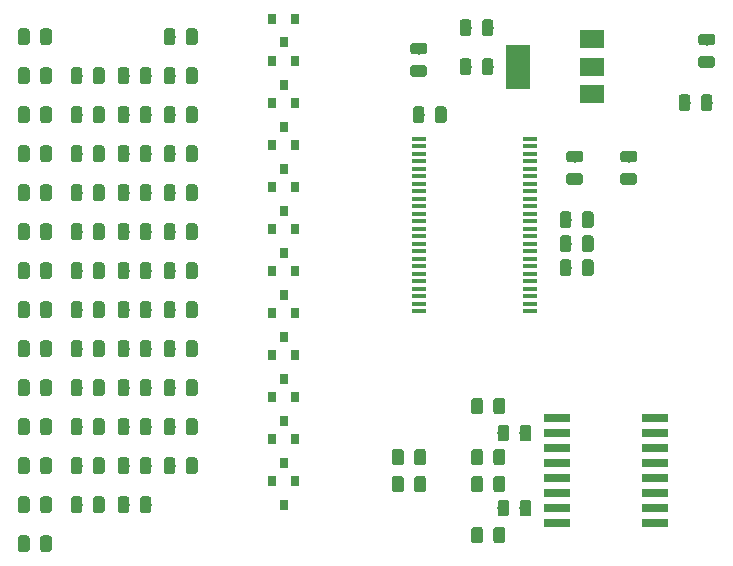
<source format=gbr>
%TF.GenerationSoftware,KiCad,Pcbnew,(5.0.0)*%
%TF.CreationDate,2019-02-02T21:12:50-06:00*%
%TF.ProjectId,BPSVoltage,425053566F6C746167652E6B69636164,rev?*%
%TF.SameCoordinates,Original*%
%TF.FileFunction,Paste,Top*%
%TF.FilePolarity,Positive*%
%FSLAX46Y46*%
G04 Gerber Fmt 4.6, Leading zero omitted, Abs format (unit mm)*
G04 Created by KiCad (PCBNEW (5.0.0)) date 02/02/19 21:12:50*
%MOMM*%
%LPD*%
G01*
G04 APERTURE LIST*
%ADD10R,0.800000X0.900000*%
%ADD11C,0.100000*%
%ADD12C,0.975000*%
%ADD13R,2.000000X3.800000*%
%ADD14R,2.000000X1.500000*%
%ADD15R,1.200000X0.400000*%
%ADD16R,2.200000X0.760000*%
G04 APERTURE END LIST*
D10*
X76962000Y-68072000D03*
X76012000Y-66072000D03*
X77912000Y-66072000D03*
D11*
G36*
X92626642Y-62293174D02*
X92650303Y-62296684D01*
X92673507Y-62302496D01*
X92696029Y-62310554D01*
X92717653Y-62320782D01*
X92738170Y-62333079D01*
X92757383Y-62347329D01*
X92775107Y-62363393D01*
X92791171Y-62381117D01*
X92805421Y-62400330D01*
X92817718Y-62420847D01*
X92827946Y-62442471D01*
X92836004Y-62464993D01*
X92841816Y-62488197D01*
X92845326Y-62511858D01*
X92846500Y-62535750D01*
X92846500Y-63448250D01*
X92845326Y-63472142D01*
X92841816Y-63495803D01*
X92836004Y-63519007D01*
X92827946Y-63541529D01*
X92817718Y-63563153D01*
X92805421Y-63583670D01*
X92791171Y-63602883D01*
X92775107Y-63620607D01*
X92757383Y-63636671D01*
X92738170Y-63650921D01*
X92717653Y-63663218D01*
X92696029Y-63673446D01*
X92673507Y-63681504D01*
X92650303Y-63687316D01*
X92626642Y-63690826D01*
X92602750Y-63692000D01*
X92115250Y-63692000D01*
X92091358Y-63690826D01*
X92067697Y-63687316D01*
X92044493Y-63681504D01*
X92021971Y-63673446D01*
X92000347Y-63663218D01*
X91979830Y-63650921D01*
X91960617Y-63636671D01*
X91942893Y-63620607D01*
X91926829Y-63602883D01*
X91912579Y-63583670D01*
X91900282Y-63563153D01*
X91890054Y-63541529D01*
X91881996Y-63519007D01*
X91876184Y-63495803D01*
X91872674Y-63472142D01*
X91871500Y-63448250D01*
X91871500Y-62535750D01*
X91872674Y-62511858D01*
X91876184Y-62488197D01*
X91881996Y-62464993D01*
X91890054Y-62442471D01*
X91900282Y-62420847D01*
X91912579Y-62400330D01*
X91926829Y-62381117D01*
X91942893Y-62363393D01*
X91960617Y-62347329D01*
X91979830Y-62333079D01*
X92000347Y-62320782D01*
X92021971Y-62310554D01*
X92044493Y-62302496D01*
X92067697Y-62296684D01*
X92091358Y-62293174D01*
X92115250Y-62292000D01*
X92602750Y-62292000D01*
X92626642Y-62293174D01*
X92626642Y-62293174D01*
G37*
D12*
X92359000Y-62992000D03*
D11*
G36*
X94501642Y-62293174D02*
X94525303Y-62296684D01*
X94548507Y-62302496D01*
X94571029Y-62310554D01*
X94592653Y-62320782D01*
X94613170Y-62333079D01*
X94632383Y-62347329D01*
X94650107Y-62363393D01*
X94666171Y-62381117D01*
X94680421Y-62400330D01*
X94692718Y-62420847D01*
X94702946Y-62442471D01*
X94711004Y-62464993D01*
X94716816Y-62488197D01*
X94720326Y-62511858D01*
X94721500Y-62535750D01*
X94721500Y-63448250D01*
X94720326Y-63472142D01*
X94716816Y-63495803D01*
X94711004Y-63519007D01*
X94702946Y-63541529D01*
X94692718Y-63563153D01*
X94680421Y-63583670D01*
X94666171Y-63602883D01*
X94650107Y-63620607D01*
X94632383Y-63636671D01*
X94613170Y-63650921D01*
X94592653Y-63663218D01*
X94571029Y-63673446D01*
X94548507Y-63681504D01*
X94525303Y-63687316D01*
X94501642Y-63690826D01*
X94477750Y-63692000D01*
X93990250Y-63692000D01*
X93966358Y-63690826D01*
X93942697Y-63687316D01*
X93919493Y-63681504D01*
X93896971Y-63673446D01*
X93875347Y-63663218D01*
X93854830Y-63650921D01*
X93835617Y-63636671D01*
X93817893Y-63620607D01*
X93801829Y-63602883D01*
X93787579Y-63583670D01*
X93775282Y-63563153D01*
X93765054Y-63541529D01*
X93756996Y-63519007D01*
X93751184Y-63495803D01*
X93747674Y-63472142D01*
X93746500Y-63448250D01*
X93746500Y-62535750D01*
X93747674Y-62511858D01*
X93751184Y-62488197D01*
X93756996Y-62464993D01*
X93765054Y-62442471D01*
X93775282Y-62420847D01*
X93787579Y-62400330D01*
X93801829Y-62381117D01*
X93817893Y-62363393D01*
X93835617Y-62347329D01*
X93854830Y-62333079D01*
X93875347Y-62320782D01*
X93896971Y-62310554D01*
X93919493Y-62302496D01*
X93942697Y-62296684D01*
X93966358Y-62293174D01*
X93990250Y-62292000D01*
X94477750Y-62292000D01*
X94501642Y-62293174D01*
X94501642Y-62293174D01*
G37*
D12*
X94234000Y-62992000D03*
D11*
G36*
X88659642Y-66357174D02*
X88683303Y-66360684D01*
X88706507Y-66366496D01*
X88729029Y-66374554D01*
X88750653Y-66384782D01*
X88771170Y-66397079D01*
X88790383Y-66411329D01*
X88808107Y-66427393D01*
X88824171Y-66445117D01*
X88838421Y-66464330D01*
X88850718Y-66484847D01*
X88860946Y-66506471D01*
X88869004Y-66528993D01*
X88874816Y-66552197D01*
X88878326Y-66575858D01*
X88879500Y-66599750D01*
X88879500Y-67512250D01*
X88878326Y-67536142D01*
X88874816Y-67559803D01*
X88869004Y-67583007D01*
X88860946Y-67605529D01*
X88850718Y-67627153D01*
X88838421Y-67647670D01*
X88824171Y-67666883D01*
X88808107Y-67684607D01*
X88790383Y-67700671D01*
X88771170Y-67714921D01*
X88750653Y-67727218D01*
X88729029Y-67737446D01*
X88706507Y-67745504D01*
X88683303Y-67751316D01*
X88659642Y-67754826D01*
X88635750Y-67756000D01*
X88148250Y-67756000D01*
X88124358Y-67754826D01*
X88100697Y-67751316D01*
X88077493Y-67745504D01*
X88054971Y-67737446D01*
X88033347Y-67727218D01*
X88012830Y-67714921D01*
X87993617Y-67700671D01*
X87975893Y-67684607D01*
X87959829Y-67666883D01*
X87945579Y-67647670D01*
X87933282Y-67627153D01*
X87923054Y-67605529D01*
X87914996Y-67583007D01*
X87909184Y-67559803D01*
X87905674Y-67536142D01*
X87904500Y-67512250D01*
X87904500Y-66599750D01*
X87905674Y-66575858D01*
X87909184Y-66552197D01*
X87914996Y-66528993D01*
X87923054Y-66506471D01*
X87933282Y-66484847D01*
X87945579Y-66464330D01*
X87959829Y-66445117D01*
X87975893Y-66427393D01*
X87993617Y-66411329D01*
X88012830Y-66397079D01*
X88033347Y-66384782D01*
X88054971Y-66374554D01*
X88077493Y-66366496D01*
X88100697Y-66360684D01*
X88124358Y-66357174D01*
X88148250Y-66356000D01*
X88635750Y-66356000D01*
X88659642Y-66357174D01*
X88659642Y-66357174D01*
G37*
D12*
X88392000Y-67056000D03*
D11*
G36*
X90534642Y-66357174D02*
X90558303Y-66360684D01*
X90581507Y-66366496D01*
X90604029Y-66374554D01*
X90625653Y-66384782D01*
X90646170Y-66397079D01*
X90665383Y-66411329D01*
X90683107Y-66427393D01*
X90699171Y-66445117D01*
X90713421Y-66464330D01*
X90725718Y-66484847D01*
X90735946Y-66506471D01*
X90744004Y-66528993D01*
X90749816Y-66552197D01*
X90753326Y-66575858D01*
X90754500Y-66599750D01*
X90754500Y-67512250D01*
X90753326Y-67536142D01*
X90749816Y-67559803D01*
X90744004Y-67583007D01*
X90735946Y-67605529D01*
X90725718Y-67627153D01*
X90713421Y-67647670D01*
X90699171Y-67666883D01*
X90683107Y-67684607D01*
X90665383Y-67700671D01*
X90646170Y-67714921D01*
X90625653Y-67727218D01*
X90604029Y-67737446D01*
X90581507Y-67745504D01*
X90558303Y-67751316D01*
X90534642Y-67754826D01*
X90510750Y-67756000D01*
X90023250Y-67756000D01*
X89999358Y-67754826D01*
X89975697Y-67751316D01*
X89952493Y-67745504D01*
X89929971Y-67737446D01*
X89908347Y-67727218D01*
X89887830Y-67714921D01*
X89868617Y-67700671D01*
X89850893Y-67684607D01*
X89834829Y-67666883D01*
X89820579Y-67647670D01*
X89808282Y-67627153D01*
X89798054Y-67605529D01*
X89789996Y-67583007D01*
X89784184Y-67559803D01*
X89780674Y-67536142D01*
X89779500Y-67512250D01*
X89779500Y-66599750D01*
X89780674Y-66575858D01*
X89784184Y-66552197D01*
X89789996Y-66528993D01*
X89798054Y-66506471D01*
X89808282Y-66484847D01*
X89820579Y-66464330D01*
X89834829Y-66445117D01*
X89850893Y-66427393D01*
X89868617Y-66411329D01*
X89887830Y-66397079D01*
X89908347Y-66384782D01*
X89929971Y-66374554D01*
X89952493Y-66366496D01*
X89975697Y-66360684D01*
X89999358Y-66357174D01*
X90023250Y-66356000D01*
X90510750Y-66356000D01*
X90534642Y-66357174D01*
X90534642Y-66357174D01*
G37*
D12*
X90267000Y-67056000D03*
D11*
G36*
X101105642Y-79311174D02*
X101129303Y-79314684D01*
X101152507Y-79320496D01*
X101175029Y-79328554D01*
X101196653Y-79338782D01*
X101217170Y-79351079D01*
X101236383Y-79365329D01*
X101254107Y-79381393D01*
X101270171Y-79399117D01*
X101284421Y-79418330D01*
X101296718Y-79438847D01*
X101306946Y-79460471D01*
X101315004Y-79482993D01*
X101320816Y-79506197D01*
X101324326Y-79529858D01*
X101325500Y-79553750D01*
X101325500Y-80466250D01*
X101324326Y-80490142D01*
X101320816Y-80513803D01*
X101315004Y-80537007D01*
X101306946Y-80559529D01*
X101296718Y-80581153D01*
X101284421Y-80601670D01*
X101270171Y-80620883D01*
X101254107Y-80638607D01*
X101236383Y-80654671D01*
X101217170Y-80668921D01*
X101196653Y-80681218D01*
X101175029Y-80691446D01*
X101152507Y-80699504D01*
X101129303Y-80705316D01*
X101105642Y-80708826D01*
X101081750Y-80710000D01*
X100594250Y-80710000D01*
X100570358Y-80708826D01*
X100546697Y-80705316D01*
X100523493Y-80699504D01*
X100500971Y-80691446D01*
X100479347Y-80681218D01*
X100458830Y-80668921D01*
X100439617Y-80654671D01*
X100421893Y-80638607D01*
X100405829Y-80620883D01*
X100391579Y-80601670D01*
X100379282Y-80581153D01*
X100369054Y-80559529D01*
X100360996Y-80537007D01*
X100355184Y-80513803D01*
X100351674Y-80490142D01*
X100350500Y-80466250D01*
X100350500Y-79553750D01*
X100351674Y-79529858D01*
X100355184Y-79506197D01*
X100360996Y-79482993D01*
X100369054Y-79460471D01*
X100379282Y-79438847D01*
X100391579Y-79418330D01*
X100405829Y-79399117D01*
X100421893Y-79381393D01*
X100439617Y-79365329D01*
X100458830Y-79351079D01*
X100479347Y-79338782D01*
X100500971Y-79328554D01*
X100523493Y-79320496D01*
X100546697Y-79314684D01*
X100570358Y-79311174D01*
X100594250Y-79310000D01*
X101081750Y-79310000D01*
X101105642Y-79311174D01*
X101105642Y-79311174D01*
G37*
D12*
X100838000Y-80010000D03*
D11*
G36*
X102980642Y-79311174D02*
X103004303Y-79314684D01*
X103027507Y-79320496D01*
X103050029Y-79328554D01*
X103071653Y-79338782D01*
X103092170Y-79351079D01*
X103111383Y-79365329D01*
X103129107Y-79381393D01*
X103145171Y-79399117D01*
X103159421Y-79418330D01*
X103171718Y-79438847D01*
X103181946Y-79460471D01*
X103190004Y-79482993D01*
X103195816Y-79506197D01*
X103199326Y-79529858D01*
X103200500Y-79553750D01*
X103200500Y-80466250D01*
X103199326Y-80490142D01*
X103195816Y-80513803D01*
X103190004Y-80537007D01*
X103181946Y-80559529D01*
X103171718Y-80581153D01*
X103159421Y-80601670D01*
X103145171Y-80620883D01*
X103129107Y-80638607D01*
X103111383Y-80654671D01*
X103092170Y-80668921D01*
X103071653Y-80681218D01*
X103050029Y-80691446D01*
X103027507Y-80699504D01*
X103004303Y-80705316D01*
X102980642Y-80708826D01*
X102956750Y-80710000D01*
X102469250Y-80710000D01*
X102445358Y-80708826D01*
X102421697Y-80705316D01*
X102398493Y-80699504D01*
X102375971Y-80691446D01*
X102354347Y-80681218D01*
X102333830Y-80668921D01*
X102314617Y-80654671D01*
X102296893Y-80638607D01*
X102280829Y-80620883D01*
X102266579Y-80601670D01*
X102254282Y-80581153D01*
X102244054Y-80559529D01*
X102235996Y-80537007D01*
X102230184Y-80513803D01*
X102226674Y-80490142D01*
X102225500Y-80466250D01*
X102225500Y-79553750D01*
X102226674Y-79529858D01*
X102230184Y-79506197D01*
X102235996Y-79482993D01*
X102244054Y-79460471D01*
X102254282Y-79438847D01*
X102266579Y-79418330D01*
X102280829Y-79399117D01*
X102296893Y-79381393D01*
X102314617Y-79365329D01*
X102333830Y-79351079D01*
X102354347Y-79338782D01*
X102375971Y-79328554D01*
X102398493Y-79320496D01*
X102421697Y-79314684D01*
X102445358Y-79311174D01*
X102469250Y-79310000D01*
X102956750Y-79310000D01*
X102980642Y-79311174D01*
X102980642Y-79311174D01*
G37*
D12*
X102713000Y-80010000D03*
D11*
G36*
X102980642Y-77279174D02*
X103004303Y-77282684D01*
X103027507Y-77288496D01*
X103050029Y-77296554D01*
X103071653Y-77306782D01*
X103092170Y-77319079D01*
X103111383Y-77333329D01*
X103129107Y-77349393D01*
X103145171Y-77367117D01*
X103159421Y-77386330D01*
X103171718Y-77406847D01*
X103181946Y-77428471D01*
X103190004Y-77450993D01*
X103195816Y-77474197D01*
X103199326Y-77497858D01*
X103200500Y-77521750D01*
X103200500Y-78434250D01*
X103199326Y-78458142D01*
X103195816Y-78481803D01*
X103190004Y-78505007D01*
X103181946Y-78527529D01*
X103171718Y-78549153D01*
X103159421Y-78569670D01*
X103145171Y-78588883D01*
X103129107Y-78606607D01*
X103111383Y-78622671D01*
X103092170Y-78636921D01*
X103071653Y-78649218D01*
X103050029Y-78659446D01*
X103027507Y-78667504D01*
X103004303Y-78673316D01*
X102980642Y-78676826D01*
X102956750Y-78678000D01*
X102469250Y-78678000D01*
X102445358Y-78676826D01*
X102421697Y-78673316D01*
X102398493Y-78667504D01*
X102375971Y-78659446D01*
X102354347Y-78649218D01*
X102333830Y-78636921D01*
X102314617Y-78622671D01*
X102296893Y-78606607D01*
X102280829Y-78588883D01*
X102266579Y-78569670D01*
X102254282Y-78549153D01*
X102244054Y-78527529D01*
X102235996Y-78505007D01*
X102230184Y-78481803D01*
X102226674Y-78458142D01*
X102225500Y-78434250D01*
X102225500Y-77521750D01*
X102226674Y-77497858D01*
X102230184Y-77474197D01*
X102235996Y-77450993D01*
X102244054Y-77428471D01*
X102254282Y-77406847D01*
X102266579Y-77386330D01*
X102280829Y-77367117D01*
X102296893Y-77349393D01*
X102314617Y-77333329D01*
X102333830Y-77319079D01*
X102354347Y-77306782D01*
X102375971Y-77296554D01*
X102398493Y-77288496D01*
X102421697Y-77282684D01*
X102445358Y-77279174D01*
X102469250Y-77278000D01*
X102956750Y-77278000D01*
X102980642Y-77279174D01*
X102980642Y-77279174D01*
G37*
D12*
X102713000Y-77978000D03*
D11*
G36*
X101105642Y-77279174D02*
X101129303Y-77282684D01*
X101152507Y-77288496D01*
X101175029Y-77296554D01*
X101196653Y-77306782D01*
X101217170Y-77319079D01*
X101236383Y-77333329D01*
X101254107Y-77349393D01*
X101270171Y-77367117D01*
X101284421Y-77386330D01*
X101296718Y-77406847D01*
X101306946Y-77428471D01*
X101315004Y-77450993D01*
X101320816Y-77474197D01*
X101324326Y-77497858D01*
X101325500Y-77521750D01*
X101325500Y-78434250D01*
X101324326Y-78458142D01*
X101320816Y-78481803D01*
X101315004Y-78505007D01*
X101306946Y-78527529D01*
X101296718Y-78549153D01*
X101284421Y-78569670D01*
X101270171Y-78588883D01*
X101254107Y-78606607D01*
X101236383Y-78622671D01*
X101217170Y-78636921D01*
X101196653Y-78649218D01*
X101175029Y-78659446D01*
X101152507Y-78667504D01*
X101129303Y-78673316D01*
X101105642Y-78676826D01*
X101081750Y-78678000D01*
X100594250Y-78678000D01*
X100570358Y-78676826D01*
X100546697Y-78673316D01*
X100523493Y-78667504D01*
X100500971Y-78659446D01*
X100479347Y-78649218D01*
X100458830Y-78636921D01*
X100439617Y-78622671D01*
X100421893Y-78606607D01*
X100405829Y-78588883D01*
X100391579Y-78569670D01*
X100379282Y-78549153D01*
X100369054Y-78527529D01*
X100360996Y-78505007D01*
X100355184Y-78481803D01*
X100351674Y-78458142D01*
X100350500Y-78434250D01*
X100350500Y-77521750D01*
X100351674Y-77497858D01*
X100355184Y-77474197D01*
X100360996Y-77450993D01*
X100369054Y-77428471D01*
X100379282Y-77406847D01*
X100391579Y-77386330D01*
X100405829Y-77367117D01*
X100421893Y-77349393D01*
X100439617Y-77333329D01*
X100458830Y-77319079D01*
X100479347Y-77306782D01*
X100500971Y-77296554D01*
X100523493Y-77288496D01*
X100546697Y-77282684D01*
X100570358Y-77279174D01*
X100594250Y-77278000D01*
X101081750Y-77278000D01*
X101105642Y-77279174D01*
X101105642Y-77279174D01*
G37*
D12*
X100838000Y-77978000D03*
D11*
G36*
X101105642Y-75247174D02*
X101129303Y-75250684D01*
X101152507Y-75256496D01*
X101175029Y-75264554D01*
X101196653Y-75274782D01*
X101217170Y-75287079D01*
X101236383Y-75301329D01*
X101254107Y-75317393D01*
X101270171Y-75335117D01*
X101284421Y-75354330D01*
X101296718Y-75374847D01*
X101306946Y-75396471D01*
X101315004Y-75418993D01*
X101320816Y-75442197D01*
X101324326Y-75465858D01*
X101325500Y-75489750D01*
X101325500Y-76402250D01*
X101324326Y-76426142D01*
X101320816Y-76449803D01*
X101315004Y-76473007D01*
X101306946Y-76495529D01*
X101296718Y-76517153D01*
X101284421Y-76537670D01*
X101270171Y-76556883D01*
X101254107Y-76574607D01*
X101236383Y-76590671D01*
X101217170Y-76604921D01*
X101196653Y-76617218D01*
X101175029Y-76627446D01*
X101152507Y-76635504D01*
X101129303Y-76641316D01*
X101105642Y-76644826D01*
X101081750Y-76646000D01*
X100594250Y-76646000D01*
X100570358Y-76644826D01*
X100546697Y-76641316D01*
X100523493Y-76635504D01*
X100500971Y-76627446D01*
X100479347Y-76617218D01*
X100458830Y-76604921D01*
X100439617Y-76590671D01*
X100421893Y-76574607D01*
X100405829Y-76556883D01*
X100391579Y-76537670D01*
X100379282Y-76517153D01*
X100369054Y-76495529D01*
X100360996Y-76473007D01*
X100355184Y-76449803D01*
X100351674Y-76426142D01*
X100350500Y-76402250D01*
X100350500Y-75489750D01*
X100351674Y-75465858D01*
X100355184Y-75442197D01*
X100360996Y-75418993D01*
X100369054Y-75396471D01*
X100379282Y-75374847D01*
X100391579Y-75354330D01*
X100405829Y-75335117D01*
X100421893Y-75317393D01*
X100439617Y-75301329D01*
X100458830Y-75287079D01*
X100479347Y-75274782D01*
X100500971Y-75264554D01*
X100523493Y-75256496D01*
X100546697Y-75250684D01*
X100570358Y-75247174D01*
X100594250Y-75246000D01*
X101081750Y-75246000D01*
X101105642Y-75247174D01*
X101105642Y-75247174D01*
G37*
D12*
X100838000Y-75946000D03*
D11*
G36*
X102980642Y-75247174D02*
X103004303Y-75250684D01*
X103027507Y-75256496D01*
X103050029Y-75264554D01*
X103071653Y-75274782D01*
X103092170Y-75287079D01*
X103111383Y-75301329D01*
X103129107Y-75317393D01*
X103145171Y-75335117D01*
X103159421Y-75354330D01*
X103171718Y-75374847D01*
X103181946Y-75396471D01*
X103190004Y-75418993D01*
X103195816Y-75442197D01*
X103199326Y-75465858D01*
X103200500Y-75489750D01*
X103200500Y-76402250D01*
X103199326Y-76426142D01*
X103195816Y-76449803D01*
X103190004Y-76473007D01*
X103181946Y-76495529D01*
X103171718Y-76517153D01*
X103159421Y-76537670D01*
X103145171Y-76556883D01*
X103129107Y-76574607D01*
X103111383Y-76590671D01*
X103092170Y-76604921D01*
X103071653Y-76617218D01*
X103050029Y-76627446D01*
X103027507Y-76635504D01*
X103004303Y-76641316D01*
X102980642Y-76644826D01*
X102956750Y-76646000D01*
X102469250Y-76646000D01*
X102445358Y-76644826D01*
X102421697Y-76641316D01*
X102398493Y-76635504D01*
X102375971Y-76627446D01*
X102354347Y-76617218D01*
X102333830Y-76604921D01*
X102314617Y-76590671D01*
X102296893Y-76574607D01*
X102280829Y-76556883D01*
X102266579Y-76537670D01*
X102254282Y-76517153D01*
X102244054Y-76495529D01*
X102235996Y-76473007D01*
X102230184Y-76449803D01*
X102226674Y-76426142D01*
X102225500Y-76402250D01*
X102225500Y-75489750D01*
X102226674Y-75465858D01*
X102230184Y-75442197D01*
X102235996Y-75418993D01*
X102244054Y-75396471D01*
X102254282Y-75374847D01*
X102266579Y-75354330D01*
X102280829Y-75335117D01*
X102296893Y-75317393D01*
X102314617Y-75301329D01*
X102333830Y-75287079D01*
X102354347Y-75274782D01*
X102375971Y-75264554D01*
X102398493Y-75256496D01*
X102421697Y-75250684D01*
X102445358Y-75247174D01*
X102469250Y-75246000D01*
X102956750Y-75246000D01*
X102980642Y-75247174D01*
X102980642Y-75247174D01*
G37*
D12*
X102713000Y-75946000D03*
D11*
G36*
X97694642Y-93329174D02*
X97718303Y-93332684D01*
X97741507Y-93338496D01*
X97764029Y-93346554D01*
X97785653Y-93356782D01*
X97806170Y-93369079D01*
X97825383Y-93383329D01*
X97843107Y-93399393D01*
X97859171Y-93417117D01*
X97873421Y-93436330D01*
X97885718Y-93456847D01*
X97895946Y-93478471D01*
X97904004Y-93500993D01*
X97909816Y-93524197D01*
X97913326Y-93547858D01*
X97914500Y-93571750D01*
X97914500Y-94484250D01*
X97913326Y-94508142D01*
X97909816Y-94531803D01*
X97904004Y-94555007D01*
X97895946Y-94577529D01*
X97885718Y-94599153D01*
X97873421Y-94619670D01*
X97859171Y-94638883D01*
X97843107Y-94656607D01*
X97825383Y-94672671D01*
X97806170Y-94686921D01*
X97785653Y-94699218D01*
X97764029Y-94709446D01*
X97741507Y-94717504D01*
X97718303Y-94723316D01*
X97694642Y-94726826D01*
X97670750Y-94728000D01*
X97183250Y-94728000D01*
X97159358Y-94726826D01*
X97135697Y-94723316D01*
X97112493Y-94717504D01*
X97089971Y-94709446D01*
X97068347Y-94699218D01*
X97047830Y-94686921D01*
X97028617Y-94672671D01*
X97010893Y-94656607D01*
X96994829Y-94638883D01*
X96980579Y-94619670D01*
X96968282Y-94599153D01*
X96958054Y-94577529D01*
X96949996Y-94555007D01*
X96944184Y-94531803D01*
X96940674Y-94508142D01*
X96939500Y-94484250D01*
X96939500Y-93571750D01*
X96940674Y-93547858D01*
X96944184Y-93524197D01*
X96949996Y-93500993D01*
X96958054Y-93478471D01*
X96968282Y-93456847D01*
X96980579Y-93436330D01*
X96994829Y-93417117D01*
X97010893Y-93399393D01*
X97028617Y-93383329D01*
X97047830Y-93369079D01*
X97068347Y-93356782D01*
X97089971Y-93346554D01*
X97112493Y-93338496D01*
X97135697Y-93332684D01*
X97159358Y-93329174D01*
X97183250Y-93328000D01*
X97670750Y-93328000D01*
X97694642Y-93329174D01*
X97694642Y-93329174D01*
G37*
D12*
X97427000Y-94028000D03*
D11*
G36*
X95819642Y-93329174D02*
X95843303Y-93332684D01*
X95866507Y-93338496D01*
X95889029Y-93346554D01*
X95910653Y-93356782D01*
X95931170Y-93369079D01*
X95950383Y-93383329D01*
X95968107Y-93399393D01*
X95984171Y-93417117D01*
X95998421Y-93436330D01*
X96010718Y-93456847D01*
X96020946Y-93478471D01*
X96029004Y-93500993D01*
X96034816Y-93524197D01*
X96038326Y-93547858D01*
X96039500Y-93571750D01*
X96039500Y-94484250D01*
X96038326Y-94508142D01*
X96034816Y-94531803D01*
X96029004Y-94555007D01*
X96020946Y-94577529D01*
X96010718Y-94599153D01*
X95998421Y-94619670D01*
X95984171Y-94638883D01*
X95968107Y-94656607D01*
X95950383Y-94672671D01*
X95931170Y-94686921D01*
X95910653Y-94699218D01*
X95889029Y-94709446D01*
X95866507Y-94717504D01*
X95843303Y-94723316D01*
X95819642Y-94726826D01*
X95795750Y-94728000D01*
X95308250Y-94728000D01*
X95284358Y-94726826D01*
X95260697Y-94723316D01*
X95237493Y-94717504D01*
X95214971Y-94709446D01*
X95193347Y-94699218D01*
X95172830Y-94686921D01*
X95153617Y-94672671D01*
X95135893Y-94656607D01*
X95119829Y-94638883D01*
X95105579Y-94619670D01*
X95093282Y-94599153D01*
X95083054Y-94577529D01*
X95074996Y-94555007D01*
X95069184Y-94531803D01*
X95065674Y-94508142D01*
X95064500Y-94484250D01*
X95064500Y-93571750D01*
X95065674Y-93547858D01*
X95069184Y-93524197D01*
X95074996Y-93500993D01*
X95083054Y-93478471D01*
X95093282Y-93456847D01*
X95105579Y-93436330D01*
X95119829Y-93417117D01*
X95135893Y-93399393D01*
X95153617Y-93383329D01*
X95172830Y-93369079D01*
X95193347Y-93356782D01*
X95214971Y-93346554D01*
X95237493Y-93338496D01*
X95260697Y-93332684D01*
X95284358Y-93329174D01*
X95308250Y-93328000D01*
X95795750Y-93328000D01*
X95819642Y-93329174D01*
X95819642Y-93329174D01*
G37*
D12*
X95552000Y-94028000D03*
D11*
G36*
X88773642Y-95361174D02*
X88797303Y-95364684D01*
X88820507Y-95370496D01*
X88843029Y-95378554D01*
X88864653Y-95388782D01*
X88885170Y-95401079D01*
X88904383Y-95415329D01*
X88922107Y-95431393D01*
X88938171Y-95449117D01*
X88952421Y-95468330D01*
X88964718Y-95488847D01*
X88974946Y-95510471D01*
X88983004Y-95532993D01*
X88988816Y-95556197D01*
X88992326Y-95579858D01*
X88993500Y-95603750D01*
X88993500Y-96516250D01*
X88992326Y-96540142D01*
X88988816Y-96563803D01*
X88983004Y-96587007D01*
X88974946Y-96609529D01*
X88964718Y-96631153D01*
X88952421Y-96651670D01*
X88938171Y-96670883D01*
X88922107Y-96688607D01*
X88904383Y-96704671D01*
X88885170Y-96718921D01*
X88864653Y-96731218D01*
X88843029Y-96741446D01*
X88820507Y-96749504D01*
X88797303Y-96755316D01*
X88773642Y-96758826D01*
X88749750Y-96760000D01*
X88262250Y-96760000D01*
X88238358Y-96758826D01*
X88214697Y-96755316D01*
X88191493Y-96749504D01*
X88168971Y-96741446D01*
X88147347Y-96731218D01*
X88126830Y-96718921D01*
X88107617Y-96704671D01*
X88089893Y-96688607D01*
X88073829Y-96670883D01*
X88059579Y-96651670D01*
X88047282Y-96631153D01*
X88037054Y-96609529D01*
X88028996Y-96587007D01*
X88023184Y-96563803D01*
X88019674Y-96540142D01*
X88018500Y-96516250D01*
X88018500Y-95603750D01*
X88019674Y-95579858D01*
X88023184Y-95556197D01*
X88028996Y-95532993D01*
X88037054Y-95510471D01*
X88047282Y-95488847D01*
X88059579Y-95468330D01*
X88073829Y-95449117D01*
X88089893Y-95431393D01*
X88107617Y-95415329D01*
X88126830Y-95401079D01*
X88147347Y-95388782D01*
X88168971Y-95378554D01*
X88191493Y-95370496D01*
X88214697Y-95364684D01*
X88238358Y-95361174D01*
X88262250Y-95360000D01*
X88749750Y-95360000D01*
X88773642Y-95361174D01*
X88773642Y-95361174D01*
G37*
D12*
X88506000Y-96060000D03*
D11*
G36*
X86898642Y-95361174D02*
X86922303Y-95364684D01*
X86945507Y-95370496D01*
X86968029Y-95378554D01*
X86989653Y-95388782D01*
X87010170Y-95401079D01*
X87029383Y-95415329D01*
X87047107Y-95431393D01*
X87063171Y-95449117D01*
X87077421Y-95468330D01*
X87089718Y-95488847D01*
X87099946Y-95510471D01*
X87108004Y-95532993D01*
X87113816Y-95556197D01*
X87117326Y-95579858D01*
X87118500Y-95603750D01*
X87118500Y-96516250D01*
X87117326Y-96540142D01*
X87113816Y-96563803D01*
X87108004Y-96587007D01*
X87099946Y-96609529D01*
X87089718Y-96631153D01*
X87077421Y-96651670D01*
X87063171Y-96670883D01*
X87047107Y-96688607D01*
X87029383Y-96704671D01*
X87010170Y-96718921D01*
X86989653Y-96731218D01*
X86968029Y-96741446D01*
X86945507Y-96749504D01*
X86922303Y-96755316D01*
X86898642Y-96758826D01*
X86874750Y-96760000D01*
X86387250Y-96760000D01*
X86363358Y-96758826D01*
X86339697Y-96755316D01*
X86316493Y-96749504D01*
X86293971Y-96741446D01*
X86272347Y-96731218D01*
X86251830Y-96718921D01*
X86232617Y-96704671D01*
X86214893Y-96688607D01*
X86198829Y-96670883D01*
X86184579Y-96651670D01*
X86172282Y-96631153D01*
X86162054Y-96609529D01*
X86153996Y-96587007D01*
X86148184Y-96563803D01*
X86144674Y-96540142D01*
X86143500Y-96516250D01*
X86143500Y-95603750D01*
X86144674Y-95579858D01*
X86148184Y-95556197D01*
X86153996Y-95532993D01*
X86162054Y-95510471D01*
X86172282Y-95488847D01*
X86184579Y-95468330D01*
X86198829Y-95449117D01*
X86214893Y-95431393D01*
X86232617Y-95415329D01*
X86251830Y-95401079D01*
X86272347Y-95388782D01*
X86293971Y-95378554D01*
X86316493Y-95370496D01*
X86339697Y-95364684D01*
X86363358Y-95361174D01*
X86387250Y-95360000D01*
X86874750Y-95360000D01*
X86898642Y-95361174D01*
X86898642Y-95361174D01*
G37*
D12*
X86631000Y-96060000D03*
D11*
G36*
X95819642Y-99679174D02*
X95843303Y-99682684D01*
X95866507Y-99688496D01*
X95889029Y-99696554D01*
X95910653Y-99706782D01*
X95931170Y-99719079D01*
X95950383Y-99733329D01*
X95968107Y-99749393D01*
X95984171Y-99767117D01*
X95998421Y-99786330D01*
X96010718Y-99806847D01*
X96020946Y-99828471D01*
X96029004Y-99850993D01*
X96034816Y-99874197D01*
X96038326Y-99897858D01*
X96039500Y-99921750D01*
X96039500Y-100834250D01*
X96038326Y-100858142D01*
X96034816Y-100881803D01*
X96029004Y-100905007D01*
X96020946Y-100927529D01*
X96010718Y-100949153D01*
X95998421Y-100969670D01*
X95984171Y-100988883D01*
X95968107Y-101006607D01*
X95950383Y-101022671D01*
X95931170Y-101036921D01*
X95910653Y-101049218D01*
X95889029Y-101059446D01*
X95866507Y-101067504D01*
X95843303Y-101073316D01*
X95819642Y-101076826D01*
X95795750Y-101078000D01*
X95308250Y-101078000D01*
X95284358Y-101076826D01*
X95260697Y-101073316D01*
X95237493Y-101067504D01*
X95214971Y-101059446D01*
X95193347Y-101049218D01*
X95172830Y-101036921D01*
X95153617Y-101022671D01*
X95135893Y-101006607D01*
X95119829Y-100988883D01*
X95105579Y-100969670D01*
X95093282Y-100949153D01*
X95083054Y-100927529D01*
X95074996Y-100905007D01*
X95069184Y-100881803D01*
X95065674Y-100858142D01*
X95064500Y-100834250D01*
X95064500Y-99921750D01*
X95065674Y-99897858D01*
X95069184Y-99874197D01*
X95074996Y-99850993D01*
X95083054Y-99828471D01*
X95093282Y-99806847D01*
X95105579Y-99786330D01*
X95119829Y-99767117D01*
X95135893Y-99749393D01*
X95153617Y-99733329D01*
X95172830Y-99719079D01*
X95193347Y-99706782D01*
X95214971Y-99696554D01*
X95237493Y-99688496D01*
X95260697Y-99682684D01*
X95284358Y-99679174D01*
X95308250Y-99678000D01*
X95795750Y-99678000D01*
X95819642Y-99679174D01*
X95819642Y-99679174D01*
G37*
D12*
X95552000Y-100378000D03*
D11*
G36*
X97694642Y-99679174D02*
X97718303Y-99682684D01*
X97741507Y-99688496D01*
X97764029Y-99696554D01*
X97785653Y-99706782D01*
X97806170Y-99719079D01*
X97825383Y-99733329D01*
X97843107Y-99749393D01*
X97859171Y-99767117D01*
X97873421Y-99786330D01*
X97885718Y-99806847D01*
X97895946Y-99828471D01*
X97904004Y-99850993D01*
X97909816Y-99874197D01*
X97913326Y-99897858D01*
X97914500Y-99921750D01*
X97914500Y-100834250D01*
X97913326Y-100858142D01*
X97909816Y-100881803D01*
X97904004Y-100905007D01*
X97895946Y-100927529D01*
X97885718Y-100949153D01*
X97873421Y-100969670D01*
X97859171Y-100988883D01*
X97843107Y-101006607D01*
X97825383Y-101022671D01*
X97806170Y-101036921D01*
X97785653Y-101049218D01*
X97764029Y-101059446D01*
X97741507Y-101067504D01*
X97718303Y-101073316D01*
X97694642Y-101076826D01*
X97670750Y-101078000D01*
X97183250Y-101078000D01*
X97159358Y-101076826D01*
X97135697Y-101073316D01*
X97112493Y-101067504D01*
X97089971Y-101059446D01*
X97068347Y-101049218D01*
X97047830Y-101036921D01*
X97028617Y-101022671D01*
X97010893Y-101006607D01*
X96994829Y-100988883D01*
X96980579Y-100969670D01*
X96968282Y-100949153D01*
X96958054Y-100927529D01*
X96949996Y-100905007D01*
X96944184Y-100881803D01*
X96940674Y-100858142D01*
X96939500Y-100834250D01*
X96939500Y-99921750D01*
X96940674Y-99897858D01*
X96944184Y-99874197D01*
X96949996Y-99850993D01*
X96958054Y-99828471D01*
X96968282Y-99806847D01*
X96980579Y-99786330D01*
X96994829Y-99767117D01*
X97010893Y-99749393D01*
X97028617Y-99733329D01*
X97047830Y-99719079D01*
X97068347Y-99706782D01*
X97089971Y-99696554D01*
X97112493Y-99688496D01*
X97135697Y-99682684D01*
X97159358Y-99679174D01*
X97183250Y-99678000D01*
X97670750Y-99678000D01*
X97694642Y-99679174D01*
X97694642Y-99679174D01*
G37*
D12*
X97427000Y-100378000D03*
D11*
G36*
X88773642Y-97647174D02*
X88797303Y-97650684D01*
X88820507Y-97656496D01*
X88843029Y-97664554D01*
X88864653Y-97674782D01*
X88885170Y-97687079D01*
X88904383Y-97701329D01*
X88922107Y-97717393D01*
X88938171Y-97735117D01*
X88952421Y-97754330D01*
X88964718Y-97774847D01*
X88974946Y-97796471D01*
X88983004Y-97818993D01*
X88988816Y-97842197D01*
X88992326Y-97865858D01*
X88993500Y-97889750D01*
X88993500Y-98802250D01*
X88992326Y-98826142D01*
X88988816Y-98849803D01*
X88983004Y-98873007D01*
X88974946Y-98895529D01*
X88964718Y-98917153D01*
X88952421Y-98937670D01*
X88938171Y-98956883D01*
X88922107Y-98974607D01*
X88904383Y-98990671D01*
X88885170Y-99004921D01*
X88864653Y-99017218D01*
X88843029Y-99027446D01*
X88820507Y-99035504D01*
X88797303Y-99041316D01*
X88773642Y-99044826D01*
X88749750Y-99046000D01*
X88262250Y-99046000D01*
X88238358Y-99044826D01*
X88214697Y-99041316D01*
X88191493Y-99035504D01*
X88168971Y-99027446D01*
X88147347Y-99017218D01*
X88126830Y-99004921D01*
X88107617Y-98990671D01*
X88089893Y-98974607D01*
X88073829Y-98956883D01*
X88059579Y-98937670D01*
X88047282Y-98917153D01*
X88037054Y-98895529D01*
X88028996Y-98873007D01*
X88023184Y-98849803D01*
X88019674Y-98826142D01*
X88018500Y-98802250D01*
X88018500Y-97889750D01*
X88019674Y-97865858D01*
X88023184Y-97842197D01*
X88028996Y-97818993D01*
X88037054Y-97796471D01*
X88047282Y-97774847D01*
X88059579Y-97754330D01*
X88073829Y-97735117D01*
X88089893Y-97717393D01*
X88107617Y-97701329D01*
X88126830Y-97687079D01*
X88147347Y-97674782D01*
X88168971Y-97664554D01*
X88191493Y-97656496D01*
X88214697Y-97650684D01*
X88238358Y-97647174D01*
X88262250Y-97646000D01*
X88749750Y-97646000D01*
X88773642Y-97647174D01*
X88773642Y-97647174D01*
G37*
D12*
X88506000Y-98346000D03*
D11*
G36*
X86898642Y-97647174D02*
X86922303Y-97650684D01*
X86945507Y-97656496D01*
X86968029Y-97664554D01*
X86989653Y-97674782D01*
X87010170Y-97687079D01*
X87029383Y-97701329D01*
X87047107Y-97717393D01*
X87063171Y-97735117D01*
X87077421Y-97754330D01*
X87089718Y-97774847D01*
X87099946Y-97796471D01*
X87108004Y-97818993D01*
X87113816Y-97842197D01*
X87117326Y-97865858D01*
X87118500Y-97889750D01*
X87118500Y-98802250D01*
X87117326Y-98826142D01*
X87113816Y-98849803D01*
X87108004Y-98873007D01*
X87099946Y-98895529D01*
X87089718Y-98917153D01*
X87077421Y-98937670D01*
X87063171Y-98956883D01*
X87047107Y-98974607D01*
X87029383Y-98990671D01*
X87010170Y-99004921D01*
X86989653Y-99017218D01*
X86968029Y-99027446D01*
X86945507Y-99035504D01*
X86922303Y-99041316D01*
X86898642Y-99044826D01*
X86874750Y-99046000D01*
X86387250Y-99046000D01*
X86363358Y-99044826D01*
X86339697Y-99041316D01*
X86316493Y-99035504D01*
X86293971Y-99027446D01*
X86272347Y-99017218D01*
X86251830Y-99004921D01*
X86232617Y-98990671D01*
X86214893Y-98974607D01*
X86198829Y-98956883D01*
X86184579Y-98937670D01*
X86172282Y-98917153D01*
X86162054Y-98895529D01*
X86153996Y-98873007D01*
X86148184Y-98849803D01*
X86144674Y-98826142D01*
X86143500Y-98802250D01*
X86143500Y-97889750D01*
X86144674Y-97865858D01*
X86148184Y-97842197D01*
X86153996Y-97818993D01*
X86162054Y-97796471D01*
X86172282Y-97774847D01*
X86184579Y-97754330D01*
X86198829Y-97735117D01*
X86214893Y-97717393D01*
X86232617Y-97701329D01*
X86251830Y-97687079D01*
X86272347Y-97674782D01*
X86293971Y-97664554D01*
X86316493Y-97656496D01*
X86339697Y-97650684D01*
X86363358Y-97647174D01*
X86387250Y-97646000D01*
X86874750Y-97646000D01*
X86898642Y-97647174D01*
X86898642Y-97647174D01*
G37*
D12*
X86631000Y-98346000D03*
D11*
G36*
X111168642Y-65341174D02*
X111192303Y-65344684D01*
X111215507Y-65350496D01*
X111238029Y-65358554D01*
X111259653Y-65368782D01*
X111280170Y-65381079D01*
X111299383Y-65395329D01*
X111317107Y-65411393D01*
X111333171Y-65429117D01*
X111347421Y-65448330D01*
X111359718Y-65468847D01*
X111369946Y-65490471D01*
X111378004Y-65512993D01*
X111383816Y-65536197D01*
X111387326Y-65559858D01*
X111388500Y-65583750D01*
X111388500Y-66496250D01*
X111387326Y-66520142D01*
X111383816Y-66543803D01*
X111378004Y-66567007D01*
X111369946Y-66589529D01*
X111359718Y-66611153D01*
X111347421Y-66631670D01*
X111333171Y-66650883D01*
X111317107Y-66668607D01*
X111299383Y-66684671D01*
X111280170Y-66698921D01*
X111259653Y-66711218D01*
X111238029Y-66721446D01*
X111215507Y-66729504D01*
X111192303Y-66735316D01*
X111168642Y-66738826D01*
X111144750Y-66740000D01*
X110657250Y-66740000D01*
X110633358Y-66738826D01*
X110609697Y-66735316D01*
X110586493Y-66729504D01*
X110563971Y-66721446D01*
X110542347Y-66711218D01*
X110521830Y-66698921D01*
X110502617Y-66684671D01*
X110484893Y-66668607D01*
X110468829Y-66650883D01*
X110454579Y-66631670D01*
X110442282Y-66611153D01*
X110432054Y-66589529D01*
X110423996Y-66567007D01*
X110418184Y-66543803D01*
X110414674Y-66520142D01*
X110413500Y-66496250D01*
X110413500Y-65583750D01*
X110414674Y-65559858D01*
X110418184Y-65536197D01*
X110423996Y-65512993D01*
X110432054Y-65490471D01*
X110442282Y-65468847D01*
X110454579Y-65448330D01*
X110468829Y-65429117D01*
X110484893Y-65411393D01*
X110502617Y-65395329D01*
X110521830Y-65381079D01*
X110542347Y-65368782D01*
X110563971Y-65358554D01*
X110586493Y-65350496D01*
X110609697Y-65344684D01*
X110633358Y-65341174D01*
X110657250Y-65340000D01*
X111144750Y-65340000D01*
X111168642Y-65341174D01*
X111168642Y-65341174D01*
G37*
D12*
X110901000Y-66040000D03*
D11*
G36*
X113043642Y-65341174D02*
X113067303Y-65344684D01*
X113090507Y-65350496D01*
X113113029Y-65358554D01*
X113134653Y-65368782D01*
X113155170Y-65381079D01*
X113174383Y-65395329D01*
X113192107Y-65411393D01*
X113208171Y-65429117D01*
X113222421Y-65448330D01*
X113234718Y-65468847D01*
X113244946Y-65490471D01*
X113253004Y-65512993D01*
X113258816Y-65536197D01*
X113262326Y-65559858D01*
X113263500Y-65583750D01*
X113263500Y-66496250D01*
X113262326Y-66520142D01*
X113258816Y-66543803D01*
X113253004Y-66567007D01*
X113244946Y-66589529D01*
X113234718Y-66611153D01*
X113222421Y-66631670D01*
X113208171Y-66650883D01*
X113192107Y-66668607D01*
X113174383Y-66684671D01*
X113155170Y-66698921D01*
X113134653Y-66711218D01*
X113113029Y-66721446D01*
X113090507Y-66729504D01*
X113067303Y-66735316D01*
X113043642Y-66738826D01*
X113019750Y-66740000D01*
X112532250Y-66740000D01*
X112508358Y-66738826D01*
X112484697Y-66735316D01*
X112461493Y-66729504D01*
X112438971Y-66721446D01*
X112417347Y-66711218D01*
X112396830Y-66698921D01*
X112377617Y-66684671D01*
X112359893Y-66668607D01*
X112343829Y-66650883D01*
X112329579Y-66631670D01*
X112317282Y-66611153D01*
X112307054Y-66589529D01*
X112298996Y-66567007D01*
X112293184Y-66543803D01*
X112289674Y-66520142D01*
X112288500Y-66496250D01*
X112288500Y-65583750D01*
X112289674Y-65559858D01*
X112293184Y-65536197D01*
X112298996Y-65512993D01*
X112307054Y-65490471D01*
X112317282Y-65468847D01*
X112329579Y-65448330D01*
X112343829Y-65429117D01*
X112359893Y-65411393D01*
X112377617Y-65395329D01*
X112396830Y-65381079D01*
X112417347Y-65368782D01*
X112438971Y-65358554D01*
X112461493Y-65350496D01*
X112484697Y-65344684D01*
X112508358Y-65341174D01*
X112532250Y-65340000D01*
X113019750Y-65340000D01*
X113043642Y-65341174D01*
X113043642Y-65341174D01*
G37*
D12*
X112776000Y-66040000D03*
D11*
G36*
X59703642Y-63055174D02*
X59727303Y-63058684D01*
X59750507Y-63064496D01*
X59773029Y-63072554D01*
X59794653Y-63082782D01*
X59815170Y-63095079D01*
X59834383Y-63109329D01*
X59852107Y-63125393D01*
X59868171Y-63143117D01*
X59882421Y-63162330D01*
X59894718Y-63182847D01*
X59904946Y-63204471D01*
X59913004Y-63226993D01*
X59918816Y-63250197D01*
X59922326Y-63273858D01*
X59923500Y-63297750D01*
X59923500Y-64210250D01*
X59922326Y-64234142D01*
X59918816Y-64257803D01*
X59913004Y-64281007D01*
X59904946Y-64303529D01*
X59894718Y-64325153D01*
X59882421Y-64345670D01*
X59868171Y-64364883D01*
X59852107Y-64382607D01*
X59834383Y-64398671D01*
X59815170Y-64412921D01*
X59794653Y-64425218D01*
X59773029Y-64435446D01*
X59750507Y-64443504D01*
X59727303Y-64449316D01*
X59703642Y-64452826D01*
X59679750Y-64454000D01*
X59192250Y-64454000D01*
X59168358Y-64452826D01*
X59144697Y-64449316D01*
X59121493Y-64443504D01*
X59098971Y-64435446D01*
X59077347Y-64425218D01*
X59056830Y-64412921D01*
X59037617Y-64398671D01*
X59019893Y-64382607D01*
X59003829Y-64364883D01*
X58989579Y-64345670D01*
X58977282Y-64325153D01*
X58967054Y-64303529D01*
X58958996Y-64281007D01*
X58953184Y-64257803D01*
X58949674Y-64234142D01*
X58948500Y-64210250D01*
X58948500Y-63297750D01*
X58949674Y-63273858D01*
X58953184Y-63250197D01*
X58958996Y-63226993D01*
X58967054Y-63204471D01*
X58977282Y-63182847D01*
X58989579Y-63162330D01*
X59003829Y-63143117D01*
X59019893Y-63125393D01*
X59037617Y-63109329D01*
X59056830Y-63095079D01*
X59077347Y-63082782D01*
X59098971Y-63072554D01*
X59121493Y-63064496D01*
X59144697Y-63058684D01*
X59168358Y-63055174D01*
X59192250Y-63054000D01*
X59679750Y-63054000D01*
X59703642Y-63055174D01*
X59703642Y-63055174D01*
G37*
D12*
X59436000Y-63754000D03*
D11*
G36*
X61578642Y-63055174D02*
X61602303Y-63058684D01*
X61625507Y-63064496D01*
X61648029Y-63072554D01*
X61669653Y-63082782D01*
X61690170Y-63095079D01*
X61709383Y-63109329D01*
X61727107Y-63125393D01*
X61743171Y-63143117D01*
X61757421Y-63162330D01*
X61769718Y-63182847D01*
X61779946Y-63204471D01*
X61788004Y-63226993D01*
X61793816Y-63250197D01*
X61797326Y-63273858D01*
X61798500Y-63297750D01*
X61798500Y-64210250D01*
X61797326Y-64234142D01*
X61793816Y-64257803D01*
X61788004Y-64281007D01*
X61779946Y-64303529D01*
X61769718Y-64325153D01*
X61757421Y-64345670D01*
X61743171Y-64364883D01*
X61727107Y-64382607D01*
X61709383Y-64398671D01*
X61690170Y-64412921D01*
X61669653Y-64425218D01*
X61648029Y-64435446D01*
X61625507Y-64443504D01*
X61602303Y-64449316D01*
X61578642Y-64452826D01*
X61554750Y-64454000D01*
X61067250Y-64454000D01*
X61043358Y-64452826D01*
X61019697Y-64449316D01*
X60996493Y-64443504D01*
X60973971Y-64435446D01*
X60952347Y-64425218D01*
X60931830Y-64412921D01*
X60912617Y-64398671D01*
X60894893Y-64382607D01*
X60878829Y-64364883D01*
X60864579Y-64345670D01*
X60852282Y-64325153D01*
X60842054Y-64303529D01*
X60833996Y-64281007D01*
X60828184Y-64257803D01*
X60824674Y-64234142D01*
X60823500Y-64210250D01*
X60823500Y-63297750D01*
X60824674Y-63273858D01*
X60828184Y-63250197D01*
X60833996Y-63226993D01*
X60842054Y-63204471D01*
X60852282Y-63182847D01*
X60864579Y-63162330D01*
X60878829Y-63143117D01*
X60894893Y-63125393D01*
X60912617Y-63109329D01*
X60931830Y-63095079D01*
X60952347Y-63082782D01*
X60973971Y-63072554D01*
X60996493Y-63064496D01*
X61019697Y-63058684D01*
X61043358Y-63055174D01*
X61067250Y-63054000D01*
X61554750Y-63054000D01*
X61578642Y-63055174D01*
X61578642Y-63055174D01*
G37*
D12*
X61311000Y-63754000D03*
D11*
G36*
X59703642Y-66357174D02*
X59727303Y-66360684D01*
X59750507Y-66366496D01*
X59773029Y-66374554D01*
X59794653Y-66384782D01*
X59815170Y-66397079D01*
X59834383Y-66411329D01*
X59852107Y-66427393D01*
X59868171Y-66445117D01*
X59882421Y-66464330D01*
X59894718Y-66484847D01*
X59904946Y-66506471D01*
X59913004Y-66528993D01*
X59918816Y-66552197D01*
X59922326Y-66575858D01*
X59923500Y-66599750D01*
X59923500Y-67512250D01*
X59922326Y-67536142D01*
X59918816Y-67559803D01*
X59913004Y-67583007D01*
X59904946Y-67605529D01*
X59894718Y-67627153D01*
X59882421Y-67647670D01*
X59868171Y-67666883D01*
X59852107Y-67684607D01*
X59834383Y-67700671D01*
X59815170Y-67714921D01*
X59794653Y-67727218D01*
X59773029Y-67737446D01*
X59750507Y-67745504D01*
X59727303Y-67751316D01*
X59703642Y-67754826D01*
X59679750Y-67756000D01*
X59192250Y-67756000D01*
X59168358Y-67754826D01*
X59144697Y-67751316D01*
X59121493Y-67745504D01*
X59098971Y-67737446D01*
X59077347Y-67727218D01*
X59056830Y-67714921D01*
X59037617Y-67700671D01*
X59019893Y-67684607D01*
X59003829Y-67666883D01*
X58989579Y-67647670D01*
X58977282Y-67627153D01*
X58967054Y-67605529D01*
X58958996Y-67583007D01*
X58953184Y-67559803D01*
X58949674Y-67536142D01*
X58948500Y-67512250D01*
X58948500Y-66599750D01*
X58949674Y-66575858D01*
X58953184Y-66552197D01*
X58958996Y-66528993D01*
X58967054Y-66506471D01*
X58977282Y-66484847D01*
X58989579Y-66464330D01*
X59003829Y-66445117D01*
X59019893Y-66427393D01*
X59037617Y-66411329D01*
X59056830Y-66397079D01*
X59077347Y-66384782D01*
X59098971Y-66374554D01*
X59121493Y-66366496D01*
X59144697Y-66360684D01*
X59168358Y-66357174D01*
X59192250Y-66356000D01*
X59679750Y-66356000D01*
X59703642Y-66357174D01*
X59703642Y-66357174D01*
G37*
D12*
X59436000Y-67056000D03*
D11*
G36*
X61578642Y-66357174D02*
X61602303Y-66360684D01*
X61625507Y-66366496D01*
X61648029Y-66374554D01*
X61669653Y-66384782D01*
X61690170Y-66397079D01*
X61709383Y-66411329D01*
X61727107Y-66427393D01*
X61743171Y-66445117D01*
X61757421Y-66464330D01*
X61769718Y-66484847D01*
X61779946Y-66506471D01*
X61788004Y-66528993D01*
X61793816Y-66552197D01*
X61797326Y-66575858D01*
X61798500Y-66599750D01*
X61798500Y-67512250D01*
X61797326Y-67536142D01*
X61793816Y-67559803D01*
X61788004Y-67583007D01*
X61779946Y-67605529D01*
X61769718Y-67627153D01*
X61757421Y-67647670D01*
X61743171Y-67666883D01*
X61727107Y-67684607D01*
X61709383Y-67700671D01*
X61690170Y-67714921D01*
X61669653Y-67727218D01*
X61648029Y-67737446D01*
X61625507Y-67745504D01*
X61602303Y-67751316D01*
X61578642Y-67754826D01*
X61554750Y-67756000D01*
X61067250Y-67756000D01*
X61043358Y-67754826D01*
X61019697Y-67751316D01*
X60996493Y-67745504D01*
X60973971Y-67737446D01*
X60952347Y-67727218D01*
X60931830Y-67714921D01*
X60912617Y-67700671D01*
X60894893Y-67684607D01*
X60878829Y-67666883D01*
X60864579Y-67647670D01*
X60852282Y-67627153D01*
X60842054Y-67605529D01*
X60833996Y-67583007D01*
X60828184Y-67559803D01*
X60824674Y-67536142D01*
X60823500Y-67512250D01*
X60823500Y-66599750D01*
X60824674Y-66575858D01*
X60828184Y-66552197D01*
X60833996Y-66528993D01*
X60842054Y-66506471D01*
X60852282Y-66484847D01*
X60864579Y-66464330D01*
X60878829Y-66445117D01*
X60894893Y-66427393D01*
X60912617Y-66411329D01*
X60931830Y-66397079D01*
X60952347Y-66384782D01*
X60973971Y-66374554D01*
X60996493Y-66366496D01*
X61019697Y-66360684D01*
X61043358Y-66357174D01*
X61067250Y-66356000D01*
X61554750Y-66356000D01*
X61578642Y-66357174D01*
X61578642Y-66357174D01*
G37*
D12*
X61311000Y-67056000D03*
D11*
G36*
X59703642Y-69659174D02*
X59727303Y-69662684D01*
X59750507Y-69668496D01*
X59773029Y-69676554D01*
X59794653Y-69686782D01*
X59815170Y-69699079D01*
X59834383Y-69713329D01*
X59852107Y-69729393D01*
X59868171Y-69747117D01*
X59882421Y-69766330D01*
X59894718Y-69786847D01*
X59904946Y-69808471D01*
X59913004Y-69830993D01*
X59918816Y-69854197D01*
X59922326Y-69877858D01*
X59923500Y-69901750D01*
X59923500Y-70814250D01*
X59922326Y-70838142D01*
X59918816Y-70861803D01*
X59913004Y-70885007D01*
X59904946Y-70907529D01*
X59894718Y-70929153D01*
X59882421Y-70949670D01*
X59868171Y-70968883D01*
X59852107Y-70986607D01*
X59834383Y-71002671D01*
X59815170Y-71016921D01*
X59794653Y-71029218D01*
X59773029Y-71039446D01*
X59750507Y-71047504D01*
X59727303Y-71053316D01*
X59703642Y-71056826D01*
X59679750Y-71058000D01*
X59192250Y-71058000D01*
X59168358Y-71056826D01*
X59144697Y-71053316D01*
X59121493Y-71047504D01*
X59098971Y-71039446D01*
X59077347Y-71029218D01*
X59056830Y-71016921D01*
X59037617Y-71002671D01*
X59019893Y-70986607D01*
X59003829Y-70968883D01*
X58989579Y-70949670D01*
X58977282Y-70929153D01*
X58967054Y-70907529D01*
X58958996Y-70885007D01*
X58953184Y-70861803D01*
X58949674Y-70838142D01*
X58948500Y-70814250D01*
X58948500Y-69901750D01*
X58949674Y-69877858D01*
X58953184Y-69854197D01*
X58958996Y-69830993D01*
X58967054Y-69808471D01*
X58977282Y-69786847D01*
X58989579Y-69766330D01*
X59003829Y-69747117D01*
X59019893Y-69729393D01*
X59037617Y-69713329D01*
X59056830Y-69699079D01*
X59077347Y-69686782D01*
X59098971Y-69676554D01*
X59121493Y-69668496D01*
X59144697Y-69662684D01*
X59168358Y-69659174D01*
X59192250Y-69658000D01*
X59679750Y-69658000D01*
X59703642Y-69659174D01*
X59703642Y-69659174D01*
G37*
D12*
X59436000Y-70358000D03*
D11*
G36*
X61578642Y-69659174D02*
X61602303Y-69662684D01*
X61625507Y-69668496D01*
X61648029Y-69676554D01*
X61669653Y-69686782D01*
X61690170Y-69699079D01*
X61709383Y-69713329D01*
X61727107Y-69729393D01*
X61743171Y-69747117D01*
X61757421Y-69766330D01*
X61769718Y-69786847D01*
X61779946Y-69808471D01*
X61788004Y-69830993D01*
X61793816Y-69854197D01*
X61797326Y-69877858D01*
X61798500Y-69901750D01*
X61798500Y-70814250D01*
X61797326Y-70838142D01*
X61793816Y-70861803D01*
X61788004Y-70885007D01*
X61779946Y-70907529D01*
X61769718Y-70929153D01*
X61757421Y-70949670D01*
X61743171Y-70968883D01*
X61727107Y-70986607D01*
X61709383Y-71002671D01*
X61690170Y-71016921D01*
X61669653Y-71029218D01*
X61648029Y-71039446D01*
X61625507Y-71047504D01*
X61602303Y-71053316D01*
X61578642Y-71056826D01*
X61554750Y-71058000D01*
X61067250Y-71058000D01*
X61043358Y-71056826D01*
X61019697Y-71053316D01*
X60996493Y-71047504D01*
X60973971Y-71039446D01*
X60952347Y-71029218D01*
X60931830Y-71016921D01*
X60912617Y-71002671D01*
X60894893Y-70986607D01*
X60878829Y-70968883D01*
X60864579Y-70949670D01*
X60852282Y-70929153D01*
X60842054Y-70907529D01*
X60833996Y-70885007D01*
X60828184Y-70861803D01*
X60824674Y-70838142D01*
X60823500Y-70814250D01*
X60823500Y-69901750D01*
X60824674Y-69877858D01*
X60828184Y-69854197D01*
X60833996Y-69830993D01*
X60842054Y-69808471D01*
X60852282Y-69786847D01*
X60864579Y-69766330D01*
X60878829Y-69747117D01*
X60894893Y-69729393D01*
X60912617Y-69713329D01*
X60931830Y-69699079D01*
X60952347Y-69686782D01*
X60973971Y-69676554D01*
X60996493Y-69668496D01*
X61019697Y-69662684D01*
X61043358Y-69659174D01*
X61067250Y-69658000D01*
X61554750Y-69658000D01*
X61578642Y-69659174D01*
X61578642Y-69659174D01*
G37*
D12*
X61311000Y-70358000D03*
D11*
G36*
X61578642Y-72961174D02*
X61602303Y-72964684D01*
X61625507Y-72970496D01*
X61648029Y-72978554D01*
X61669653Y-72988782D01*
X61690170Y-73001079D01*
X61709383Y-73015329D01*
X61727107Y-73031393D01*
X61743171Y-73049117D01*
X61757421Y-73068330D01*
X61769718Y-73088847D01*
X61779946Y-73110471D01*
X61788004Y-73132993D01*
X61793816Y-73156197D01*
X61797326Y-73179858D01*
X61798500Y-73203750D01*
X61798500Y-74116250D01*
X61797326Y-74140142D01*
X61793816Y-74163803D01*
X61788004Y-74187007D01*
X61779946Y-74209529D01*
X61769718Y-74231153D01*
X61757421Y-74251670D01*
X61743171Y-74270883D01*
X61727107Y-74288607D01*
X61709383Y-74304671D01*
X61690170Y-74318921D01*
X61669653Y-74331218D01*
X61648029Y-74341446D01*
X61625507Y-74349504D01*
X61602303Y-74355316D01*
X61578642Y-74358826D01*
X61554750Y-74360000D01*
X61067250Y-74360000D01*
X61043358Y-74358826D01*
X61019697Y-74355316D01*
X60996493Y-74349504D01*
X60973971Y-74341446D01*
X60952347Y-74331218D01*
X60931830Y-74318921D01*
X60912617Y-74304671D01*
X60894893Y-74288607D01*
X60878829Y-74270883D01*
X60864579Y-74251670D01*
X60852282Y-74231153D01*
X60842054Y-74209529D01*
X60833996Y-74187007D01*
X60828184Y-74163803D01*
X60824674Y-74140142D01*
X60823500Y-74116250D01*
X60823500Y-73203750D01*
X60824674Y-73179858D01*
X60828184Y-73156197D01*
X60833996Y-73132993D01*
X60842054Y-73110471D01*
X60852282Y-73088847D01*
X60864579Y-73068330D01*
X60878829Y-73049117D01*
X60894893Y-73031393D01*
X60912617Y-73015329D01*
X60931830Y-73001079D01*
X60952347Y-72988782D01*
X60973971Y-72978554D01*
X60996493Y-72970496D01*
X61019697Y-72964684D01*
X61043358Y-72961174D01*
X61067250Y-72960000D01*
X61554750Y-72960000D01*
X61578642Y-72961174D01*
X61578642Y-72961174D01*
G37*
D12*
X61311000Y-73660000D03*
D11*
G36*
X59703642Y-72961174D02*
X59727303Y-72964684D01*
X59750507Y-72970496D01*
X59773029Y-72978554D01*
X59794653Y-72988782D01*
X59815170Y-73001079D01*
X59834383Y-73015329D01*
X59852107Y-73031393D01*
X59868171Y-73049117D01*
X59882421Y-73068330D01*
X59894718Y-73088847D01*
X59904946Y-73110471D01*
X59913004Y-73132993D01*
X59918816Y-73156197D01*
X59922326Y-73179858D01*
X59923500Y-73203750D01*
X59923500Y-74116250D01*
X59922326Y-74140142D01*
X59918816Y-74163803D01*
X59913004Y-74187007D01*
X59904946Y-74209529D01*
X59894718Y-74231153D01*
X59882421Y-74251670D01*
X59868171Y-74270883D01*
X59852107Y-74288607D01*
X59834383Y-74304671D01*
X59815170Y-74318921D01*
X59794653Y-74331218D01*
X59773029Y-74341446D01*
X59750507Y-74349504D01*
X59727303Y-74355316D01*
X59703642Y-74358826D01*
X59679750Y-74360000D01*
X59192250Y-74360000D01*
X59168358Y-74358826D01*
X59144697Y-74355316D01*
X59121493Y-74349504D01*
X59098971Y-74341446D01*
X59077347Y-74331218D01*
X59056830Y-74318921D01*
X59037617Y-74304671D01*
X59019893Y-74288607D01*
X59003829Y-74270883D01*
X58989579Y-74251670D01*
X58977282Y-74231153D01*
X58967054Y-74209529D01*
X58958996Y-74187007D01*
X58953184Y-74163803D01*
X58949674Y-74140142D01*
X58948500Y-74116250D01*
X58948500Y-73203750D01*
X58949674Y-73179858D01*
X58953184Y-73156197D01*
X58958996Y-73132993D01*
X58967054Y-73110471D01*
X58977282Y-73088847D01*
X58989579Y-73068330D01*
X59003829Y-73049117D01*
X59019893Y-73031393D01*
X59037617Y-73015329D01*
X59056830Y-73001079D01*
X59077347Y-72988782D01*
X59098971Y-72978554D01*
X59121493Y-72970496D01*
X59144697Y-72964684D01*
X59168358Y-72961174D01*
X59192250Y-72960000D01*
X59679750Y-72960000D01*
X59703642Y-72961174D01*
X59703642Y-72961174D01*
G37*
D12*
X59436000Y-73660000D03*
D11*
G36*
X61578642Y-76263174D02*
X61602303Y-76266684D01*
X61625507Y-76272496D01*
X61648029Y-76280554D01*
X61669653Y-76290782D01*
X61690170Y-76303079D01*
X61709383Y-76317329D01*
X61727107Y-76333393D01*
X61743171Y-76351117D01*
X61757421Y-76370330D01*
X61769718Y-76390847D01*
X61779946Y-76412471D01*
X61788004Y-76434993D01*
X61793816Y-76458197D01*
X61797326Y-76481858D01*
X61798500Y-76505750D01*
X61798500Y-77418250D01*
X61797326Y-77442142D01*
X61793816Y-77465803D01*
X61788004Y-77489007D01*
X61779946Y-77511529D01*
X61769718Y-77533153D01*
X61757421Y-77553670D01*
X61743171Y-77572883D01*
X61727107Y-77590607D01*
X61709383Y-77606671D01*
X61690170Y-77620921D01*
X61669653Y-77633218D01*
X61648029Y-77643446D01*
X61625507Y-77651504D01*
X61602303Y-77657316D01*
X61578642Y-77660826D01*
X61554750Y-77662000D01*
X61067250Y-77662000D01*
X61043358Y-77660826D01*
X61019697Y-77657316D01*
X60996493Y-77651504D01*
X60973971Y-77643446D01*
X60952347Y-77633218D01*
X60931830Y-77620921D01*
X60912617Y-77606671D01*
X60894893Y-77590607D01*
X60878829Y-77572883D01*
X60864579Y-77553670D01*
X60852282Y-77533153D01*
X60842054Y-77511529D01*
X60833996Y-77489007D01*
X60828184Y-77465803D01*
X60824674Y-77442142D01*
X60823500Y-77418250D01*
X60823500Y-76505750D01*
X60824674Y-76481858D01*
X60828184Y-76458197D01*
X60833996Y-76434993D01*
X60842054Y-76412471D01*
X60852282Y-76390847D01*
X60864579Y-76370330D01*
X60878829Y-76351117D01*
X60894893Y-76333393D01*
X60912617Y-76317329D01*
X60931830Y-76303079D01*
X60952347Y-76290782D01*
X60973971Y-76280554D01*
X60996493Y-76272496D01*
X61019697Y-76266684D01*
X61043358Y-76263174D01*
X61067250Y-76262000D01*
X61554750Y-76262000D01*
X61578642Y-76263174D01*
X61578642Y-76263174D01*
G37*
D12*
X61311000Y-76962000D03*
D11*
G36*
X59703642Y-76263174D02*
X59727303Y-76266684D01*
X59750507Y-76272496D01*
X59773029Y-76280554D01*
X59794653Y-76290782D01*
X59815170Y-76303079D01*
X59834383Y-76317329D01*
X59852107Y-76333393D01*
X59868171Y-76351117D01*
X59882421Y-76370330D01*
X59894718Y-76390847D01*
X59904946Y-76412471D01*
X59913004Y-76434993D01*
X59918816Y-76458197D01*
X59922326Y-76481858D01*
X59923500Y-76505750D01*
X59923500Y-77418250D01*
X59922326Y-77442142D01*
X59918816Y-77465803D01*
X59913004Y-77489007D01*
X59904946Y-77511529D01*
X59894718Y-77533153D01*
X59882421Y-77553670D01*
X59868171Y-77572883D01*
X59852107Y-77590607D01*
X59834383Y-77606671D01*
X59815170Y-77620921D01*
X59794653Y-77633218D01*
X59773029Y-77643446D01*
X59750507Y-77651504D01*
X59727303Y-77657316D01*
X59703642Y-77660826D01*
X59679750Y-77662000D01*
X59192250Y-77662000D01*
X59168358Y-77660826D01*
X59144697Y-77657316D01*
X59121493Y-77651504D01*
X59098971Y-77643446D01*
X59077347Y-77633218D01*
X59056830Y-77620921D01*
X59037617Y-77606671D01*
X59019893Y-77590607D01*
X59003829Y-77572883D01*
X58989579Y-77553670D01*
X58977282Y-77533153D01*
X58967054Y-77511529D01*
X58958996Y-77489007D01*
X58953184Y-77465803D01*
X58949674Y-77442142D01*
X58948500Y-77418250D01*
X58948500Y-76505750D01*
X58949674Y-76481858D01*
X58953184Y-76458197D01*
X58958996Y-76434993D01*
X58967054Y-76412471D01*
X58977282Y-76390847D01*
X58989579Y-76370330D01*
X59003829Y-76351117D01*
X59019893Y-76333393D01*
X59037617Y-76317329D01*
X59056830Y-76303079D01*
X59077347Y-76290782D01*
X59098971Y-76280554D01*
X59121493Y-76272496D01*
X59144697Y-76266684D01*
X59168358Y-76263174D01*
X59192250Y-76262000D01*
X59679750Y-76262000D01*
X59703642Y-76263174D01*
X59703642Y-76263174D01*
G37*
D12*
X59436000Y-76962000D03*
D11*
G36*
X59703642Y-79565174D02*
X59727303Y-79568684D01*
X59750507Y-79574496D01*
X59773029Y-79582554D01*
X59794653Y-79592782D01*
X59815170Y-79605079D01*
X59834383Y-79619329D01*
X59852107Y-79635393D01*
X59868171Y-79653117D01*
X59882421Y-79672330D01*
X59894718Y-79692847D01*
X59904946Y-79714471D01*
X59913004Y-79736993D01*
X59918816Y-79760197D01*
X59922326Y-79783858D01*
X59923500Y-79807750D01*
X59923500Y-80720250D01*
X59922326Y-80744142D01*
X59918816Y-80767803D01*
X59913004Y-80791007D01*
X59904946Y-80813529D01*
X59894718Y-80835153D01*
X59882421Y-80855670D01*
X59868171Y-80874883D01*
X59852107Y-80892607D01*
X59834383Y-80908671D01*
X59815170Y-80922921D01*
X59794653Y-80935218D01*
X59773029Y-80945446D01*
X59750507Y-80953504D01*
X59727303Y-80959316D01*
X59703642Y-80962826D01*
X59679750Y-80964000D01*
X59192250Y-80964000D01*
X59168358Y-80962826D01*
X59144697Y-80959316D01*
X59121493Y-80953504D01*
X59098971Y-80945446D01*
X59077347Y-80935218D01*
X59056830Y-80922921D01*
X59037617Y-80908671D01*
X59019893Y-80892607D01*
X59003829Y-80874883D01*
X58989579Y-80855670D01*
X58977282Y-80835153D01*
X58967054Y-80813529D01*
X58958996Y-80791007D01*
X58953184Y-80767803D01*
X58949674Y-80744142D01*
X58948500Y-80720250D01*
X58948500Y-79807750D01*
X58949674Y-79783858D01*
X58953184Y-79760197D01*
X58958996Y-79736993D01*
X58967054Y-79714471D01*
X58977282Y-79692847D01*
X58989579Y-79672330D01*
X59003829Y-79653117D01*
X59019893Y-79635393D01*
X59037617Y-79619329D01*
X59056830Y-79605079D01*
X59077347Y-79592782D01*
X59098971Y-79582554D01*
X59121493Y-79574496D01*
X59144697Y-79568684D01*
X59168358Y-79565174D01*
X59192250Y-79564000D01*
X59679750Y-79564000D01*
X59703642Y-79565174D01*
X59703642Y-79565174D01*
G37*
D12*
X59436000Y-80264000D03*
D11*
G36*
X61578642Y-79565174D02*
X61602303Y-79568684D01*
X61625507Y-79574496D01*
X61648029Y-79582554D01*
X61669653Y-79592782D01*
X61690170Y-79605079D01*
X61709383Y-79619329D01*
X61727107Y-79635393D01*
X61743171Y-79653117D01*
X61757421Y-79672330D01*
X61769718Y-79692847D01*
X61779946Y-79714471D01*
X61788004Y-79736993D01*
X61793816Y-79760197D01*
X61797326Y-79783858D01*
X61798500Y-79807750D01*
X61798500Y-80720250D01*
X61797326Y-80744142D01*
X61793816Y-80767803D01*
X61788004Y-80791007D01*
X61779946Y-80813529D01*
X61769718Y-80835153D01*
X61757421Y-80855670D01*
X61743171Y-80874883D01*
X61727107Y-80892607D01*
X61709383Y-80908671D01*
X61690170Y-80922921D01*
X61669653Y-80935218D01*
X61648029Y-80945446D01*
X61625507Y-80953504D01*
X61602303Y-80959316D01*
X61578642Y-80962826D01*
X61554750Y-80964000D01*
X61067250Y-80964000D01*
X61043358Y-80962826D01*
X61019697Y-80959316D01*
X60996493Y-80953504D01*
X60973971Y-80945446D01*
X60952347Y-80935218D01*
X60931830Y-80922921D01*
X60912617Y-80908671D01*
X60894893Y-80892607D01*
X60878829Y-80874883D01*
X60864579Y-80855670D01*
X60852282Y-80835153D01*
X60842054Y-80813529D01*
X60833996Y-80791007D01*
X60828184Y-80767803D01*
X60824674Y-80744142D01*
X60823500Y-80720250D01*
X60823500Y-79807750D01*
X60824674Y-79783858D01*
X60828184Y-79760197D01*
X60833996Y-79736993D01*
X60842054Y-79714471D01*
X60852282Y-79692847D01*
X60864579Y-79672330D01*
X60878829Y-79653117D01*
X60894893Y-79635393D01*
X60912617Y-79619329D01*
X60931830Y-79605079D01*
X60952347Y-79592782D01*
X60973971Y-79582554D01*
X60996493Y-79574496D01*
X61019697Y-79568684D01*
X61043358Y-79565174D01*
X61067250Y-79564000D01*
X61554750Y-79564000D01*
X61578642Y-79565174D01*
X61578642Y-79565174D01*
G37*
D12*
X61311000Y-80264000D03*
D11*
G36*
X61578642Y-82867174D02*
X61602303Y-82870684D01*
X61625507Y-82876496D01*
X61648029Y-82884554D01*
X61669653Y-82894782D01*
X61690170Y-82907079D01*
X61709383Y-82921329D01*
X61727107Y-82937393D01*
X61743171Y-82955117D01*
X61757421Y-82974330D01*
X61769718Y-82994847D01*
X61779946Y-83016471D01*
X61788004Y-83038993D01*
X61793816Y-83062197D01*
X61797326Y-83085858D01*
X61798500Y-83109750D01*
X61798500Y-84022250D01*
X61797326Y-84046142D01*
X61793816Y-84069803D01*
X61788004Y-84093007D01*
X61779946Y-84115529D01*
X61769718Y-84137153D01*
X61757421Y-84157670D01*
X61743171Y-84176883D01*
X61727107Y-84194607D01*
X61709383Y-84210671D01*
X61690170Y-84224921D01*
X61669653Y-84237218D01*
X61648029Y-84247446D01*
X61625507Y-84255504D01*
X61602303Y-84261316D01*
X61578642Y-84264826D01*
X61554750Y-84266000D01*
X61067250Y-84266000D01*
X61043358Y-84264826D01*
X61019697Y-84261316D01*
X60996493Y-84255504D01*
X60973971Y-84247446D01*
X60952347Y-84237218D01*
X60931830Y-84224921D01*
X60912617Y-84210671D01*
X60894893Y-84194607D01*
X60878829Y-84176883D01*
X60864579Y-84157670D01*
X60852282Y-84137153D01*
X60842054Y-84115529D01*
X60833996Y-84093007D01*
X60828184Y-84069803D01*
X60824674Y-84046142D01*
X60823500Y-84022250D01*
X60823500Y-83109750D01*
X60824674Y-83085858D01*
X60828184Y-83062197D01*
X60833996Y-83038993D01*
X60842054Y-83016471D01*
X60852282Y-82994847D01*
X60864579Y-82974330D01*
X60878829Y-82955117D01*
X60894893Y-82937393D01*
X60912617Y-82921329D01*
X60931830Y-82907079D01*
X60952347Y-82894782D01*
X60973971Y-82884554D01*
X60996493Y-82876496D01*
X61019697Y-82870684D01*
X61043358Y-82867174D01*
X61067250Y-82866000D01*
X61554750Y-82866000D01*
X61578642Y-82867174D01*
X61578642Y-82867174D01*
G37*
D12*
X61311000Y-83566000D03*
D11*
G36*
X59703642Y-82867174D02*
X59727303Y-82870684D01*
X59750507Y-82876496D01*
X59773029Y-82884554D01*
X59794653Y-82894782D01*
X59815170Y-82907079D01*
X59834383Y-82921329D01*
X59852107Y-82937393D01*
X59868171Y-82955117D01*
X59882421Y-82974330D01*
X59894718Y-82994847D01*
X59904946Y-83016471D01*
X59913004Y-83038993D01*
X59918816Y-83062197D01*
X59922326Y-83085858D01*
X59923500Y-83109750D01*
X59923500Y-84022250D01*
X59922326Y-84046142D01*
X59918816Y-84069803D01*
X59913004Y-84093007D01*
X59904946Y-84115529D01*
X59894718Y-84137153D01*
X59882421Y-84157670D01*
X59868171Y-84176883D01*
X59852107Y-84194607D01*
X59834383Y-84210671D01*
X59815170Y-84224921D01*
X59794653Y-84237218D01*
X59773029Y-84247446D01*
X59750507Y-84255504D01*
X59727303Y-84261316D01*
X59703642Y-84264826D01*
X59679750Y-84266000D01*
X59192250Y-84266000D01*
X59168358Y-84264826D01*
X59144697Y-84261316D01*
X59121493Y-84255504D01*
X59098971Y-84247446D01*
X59077347Y-84237218D01*
X59056830Y-84224921D01*
X59037617Y-84210671D01*
X59019893Y-84194607D01*
X59003829Y-84176883D01*
X58989579Y-84157670D01*
X58977282Y-84137153D01*
X58967054Y-84115529D01*
X58958996Y-84093007D01*
X58953184Y-84069803D01*
X58949674Y-84046142D01*
X58948500Y-84022250D01*
X58948500Y-83109750D01*
X58949674Y-83085858D01*
X58953184Y-83062197D01*
X58958996Y-83038993D01*
X58967054Y-83016471D01*
X58977282Y-82994847D01*
X58989579Y-82974330D01*
X59003829Y-82955117D01*
X59019893Y-82937393D01*
X59037617Y-82921329D01*
X59056830Y-82907079D01*
X59077347Y-82894782D01*
X59098971Y-82884554D01*
X59121493Y-82876496D01*
X59144697Y-82870684D01*
X59168358Y-82867174D01*
X59192250Y-82866000D01*
X59679750Y-82866000D01*
X59703642Y-82867174D01*
X59703642Y-82867174D01*
G37*
D12*
X59436000Y-83566000D03*
D11*
G36*
X59703642Y-86169174D02*
X59727303Y-86172684D01*
X59750507Y-86178496D01*
X59773029Y-86186554D01*
X59794653Y-86196782D01*
X59815170Y-86209079D01*
X59834383Y-86223329D01*
X59852107Y-86239393D01*
X59868171Y-86257117D01*
X59882421Y-86276330D01*
X59894718Y-86296847D01*
X59904946Y-86318471D01*
X59913004Y-86340993D01*
X59918816Y-86364197D01*
X59922326Y-86387858D01*
X59923500Y-86411750D01*
X59923500Y-87324250D01*
X59922326Y-87348142D01*
X59918816Y-87371803D01*
X59913004Y-87395007D01*
X59904946Y-87417529D01*
X59894718Y-87439153D01*
X59882421Y-87459670D01*
X59868171Y-87478883D01*
X59852107Y-87496607D01*
X59834383Y-87512671D01*
X59815170Y-87526921D01*
X59794653Y-87539218D01*
X59773029Y-87549446D01*
X59750507Y-87557504D01*
X59727303Y-87563316D01*
X59703642Y-87566826D01*
X59679750Y-87568000D01*
X59192250Y-87568000D01*
X59168358Y-87566826D01*
X59144697Y-87563316D01*
X59121493Y-87557504D01*
X59098971Y-87549446D01*
X59077347Y-87539218D01*
X59056830Y-87526921D01*
X59037617Y-87512671D01*
X59019893Y-87496607D01*
X59003829Y-87478883D01*
X58989579Y-87459670D01*
X58977282Y-87439153D01*
X58967054Y-87417529D01*
X58958996Y-87395007D01*
X58953184Y-87371803D01*
X58949674Y-87348142D01*
X58948500Y-87324250D01*
X58948500Y-86411750D01*
X58949674Y-86387858D01*
X58953184Y-86364197D01*
X58958996Y-86340993D01*
X58967054Y-86318471D01*
X58977282Y-86296847D01*
X58989579Y-86276330D01*
X59003829Y-86257117D01*
X59019893Y-86239393D01*
X59037617Y-86223329D01*
X59056830Y-86209079D01*
X59077347Y-86196782D01*
X59098971Y-86186554D01*
X59121493Y-86178496D01*
X59144697Y-86172684D01*
X59168358Y-86169174D01*
X59192250Y-86168000D01*
X59679750Y-86168000D01*
X59703642Y-86169174D01*
X59703642Y-86169174D01*
G37*
D12*
X59436000Y-86868000D03*
D11*
G36*
X61578642Y-86169174D02*
X61602303Y-86172684D01*
X61625507Y-86178496D01*
X61648029Y-86186554D01*
X61669653Y-86196782D01*
X61690170Y-86209079D01*
X61709383Y-86223329D01*
X61727107Y-86239393D01*
X61743171Y-86257117D01*
X61757421Y-86276330D01*
X61769718Y-86296847D01*
X61779946Y-86318471D01*
X61788004Y-86340993D01*
X61793816Y-86364197D01*
X61797326Y-86387858D01*
X61798500Y-86411750D01*
X61798500Y-87324250D01*
X61797326Y-87348142D01*
X61793816Y-87371803D01*
X61788004Y-87395007D01*
X61779946Y-87417529D01*
X61769718Y-87439153D01*
X61757421Y-87459670D01*
X61743171Y-87478883D01*
X61727107Y-87496607D01*
X61709383Y-87512671D01*
X61690170Y-87526921D01*
X61669653Y-87539218D01*
X61648029Y-87549446D01*
X61625507Y-87557504D01*
X61602303Y-87563316D01*
X61578642Y-87566826D01*
X61554750Y-87568000D01*
X61067250Y-87568000D01*
X61043358Y-87566826D01*
X61019697Y-87563316D01*
X60996493Y-87557504D01*
X60973971Y-87549446D01*
X60952347Y-87539218D01*
X60931830Y-87526921D01*
X60912617Y-87512671D01*
X60894893Y-87496607D01*
X60878829Y-87478883D01*
X60864579Y-87459670D01*
X60852282Y-87439153D01*
X60842054Y-87417529D01*
X60833996Y-87395007D01*
X60828184Y-87371803D01*
X60824674Y-87348142D01*
X60823500Y-87324250D01*
X60823500Y-86411750D01*
X60824674Y-86387858D01*
X60828184Y-86364197D01*
X60833996Y-86340993D01*
X60842054Y-86318471D01*
X60852282Y-86296847D01*
X60864579Y-86276330D01*
X60878829Y-86257117D01*
X60894893Y-86239393D01*
X60912617Y-86223329D01*
X60931830Y-86209079D01*
X60952347Y-86196782D01*
X60973971Y-86186554D01*
X60996493Y-86178496D01*
X61019697Y-86172684D01*
X61043358Y-86169174D01*
X61067250Y-86168000D01*
X61554750Y-86168000D01*
X61578642Y-86169174D01*
X61578642Y-86169174D01*
G37*
D12*
X61311000Y-86868000D03*
D11*
G36*
X59703642Y-89471174D02*
X59727303Y-89474684D01*
X59750507Y-89480496D01*
X59773029Y-89488554D01*
X59794653Y-89498782D01*
X59815170Y-89511079D01*
X59834383Y-89525329D01*
X59852107Y-89541393D01*
X59868171Y-89559117D01*
X59882421Y-89578330D01*
X59894718Y-89598847D01*
X59904946Y-89620471D01*
X59913004Y-89642993D01*
X59918816Y-89666197D01*
X59922326Y-89689858D01*
X59923500Y-89713750D01*
X59923500Y-90626250D01*
X59922326Y-90650142D01*
X59918816Y-90673803D01*
X59913004Y-90697007D01*
X59904946Y-90719529D01*
X59894718Y-90741153D01*
X59882421Y-90761670D01*
X59868171Y-90780883D01*
X59852107Y-90798607D01*
X59834383Y-90814671D01*
X59815170Y-90828921D01*
X59794653Y-90841218D01*
X59773029Y-90851446D01*
X59750507Y-90859504D01*
X59727303Y-90865316D01*
X59703642Y-90868826D01*
X59679750Y-90870000D01*
X59192250Y-90870000D01*
X59168358Y-90868826D01*
X59144697Y-90865316D01*
X59121493Y-90859504D01*
X59098971Y-90851446D01*
X59077347Y-90841218D01*
X59056830Y-90828921D01*
X59037617Y-90814671D01*
X59019893Y-90798607D01*
X59003829Y-90780883D01*
X58989579Y-90761670D01*
X58977282Y-90741153D01*
X58967054Y-90719529D01*
X58958996Y-90697007D01*
X58953184Y-90673803D01*
X58949674Y-90650142D01*
X58948500Y-90626250D01*
X58948500Y-89713750D01*
X58949674Y-89689858D01*
X58953184Y-89666197D01*
X58958996Y-89642993D01*
X58967054Y-89620471D01*
X58977282Y-89598847D01*
X58989579Y-89578330D01*
X59003829Y-89559117D01*
X59019893Y-89541393D01*
X59037617Y-89525329D01*
X59056830Y-89511079D01*
X59077347Y-89498782D01*
X59098971Y-89488554D01*
X59121493Y-89480496D01*
X59144697Y-89474684D01*
X59168358Y-89471174D01*
X59192250Y-89470000D01*
X59679750Y-89470000D01*
X59703642Y-89471174D01*
X59703642Y-89471174D01*
G37*
D12*
X59436000Y-90170000D03*
D11*
G36*
X61578642Y-89471174D02*
X61602303Y-89474684D01*
X61625507Y-89480496D01*
X61648029Y-89488554D01*
X61669653Y-89498782D01*
X61690170Y-89511079D01*
X61709383Y-89525329D01*
X61727107Y-89541393D01*
X61743171Y-89559117D01*
X61757421Y-89578330D01*
X61769718Y-89598847D01*
X61779946Y-89620471D01*
X61788004Y-89642993D01*
X61793816Y-89666197D01*
X61797326Y-89689858D01*
X61798500Y-89713750D01*
X61798500Y-90626250D01*
X61797326Y-90650142D01*
X61793816Y-90673803D01*
X61788004Y-90697007D01*
X61779946Y-90719529D01*
X61769718Y-90741153D01*
X61757421Y-90761670D01*
X61743171Y-90780883D01*
X61727107Y-90798607D01*
X61709383Y-90814671D01*
X61690170Y-90828921D01*
X61669653Y-90841218D01*
X61648029Y-90851446D01*
X61625507Y-90859504D01*
X61602303Y-90865316D01*
X61578642Y-90868826D01*
X61554750Y-90870000D01*
X61067250Y-90870000D01*
X61043358Y-90868826D01*
X61019697Y-90865316D01*
X60996493Y-90859504D01*
X60973971Y-90851446D01*
X60952347Y-90841218D01*
X60931830Y-90828921D01*
X60912617Y-90814671D01*
X60894893Y-90798607D01*
X60878829Y-90780883D01*
X60864579Y-90761670D01*
X60852282Y-90741153D01*
X60842054Y-90719529D01*
X60833996Y-90697007D01*
X60828184Y-90673803D01*
X60824674Y-90650142D01*
X60823500Y-90626250D01*
X60823500Y-89713750D01*
X60824674Y-89689858D01*
X60828184Y-89666197D01*
X60833996Y-89642993D01*
X60842054Y-89620471D01*
X60852282Y-89598847D01*
X60864579Y-89578330D01*
X60878829Y-89559117D01*
X60894893Y-89541393D01*
X60912617Y-89525329D01*
X60931830Y-89511079D01*
X60952347Y-89498782D01*
X60973971Y-89488554D01*
X60996493Y-89480496D01*
X61019697Y-89474684D01*
X61043358Y-89471174D01*
X61067250Y-89470000D01*
X61554750Y-89470000D01*
X61578642Y-89471174D01*
X61578642Y-89471174D01*
G37*
D12*
X61311000Y-90170000D03*
D11*
G36*
X61578642Y-92773174D02*
X61602303Y-92776684D01*
X61625507Y-92782496D01*
X61648029Y-92790554D01*
X61669653Y-92800782D01*
X61690170Y-92813079D01*
X61709383Y-92827329D01*
X61727107Y-92843393D01*
X61743171Y-92861117D01*
X61757421Y-92880330D01*
X61769718Y-92900847D01*
X61779946Y-92922471D01*
X61788004Y-92944993D01*
X61793816Y-92968197D01*
X61797326Y-92991858D01*
X61798500Y-93015750D01*
X61798500Y-93928250D01*
X61797326Y-93952142D01*
X61793816Y-93975803D01*
X61788004Y-93999007D01*
X61779946Y-94021529D01*
X61769718Y-94043153D01*
X61757421Y-94063670D01*
X61743171Y-94082883D01*
X61727107Y-94100607D01*
X61709383Y-94116671D01*
X61690170Y-94130921D01*
X61669653Y-94143218D01*
X61648029Y-94153446D01*
X61625507Y-94161504D01*
X61602303Y-94167316D01*
X61578642Y-94170826D01*
X61554750Y-94172000D01*
X61067250Y-94172000D01*
X61043358Y-94170826D01*
X61019697Y-94167316D01*
X60996493Y-94161504D01*
X60973971Y-94153446D01*
X60952347Y-94143218D01*
X60931830Y-94130921D01*
X60912617Y-94116671D01*
X60894893Y-94100607D01*
X60878829Y-94082883D01*
X60864579Y-94063670D01*
X60852282Y-94043153D01*
X60842054Y-94021529D01*
X60833996Y-93999007D01*
X60828184Y-93975803D01*
X60824674Y-93952142D01*
X60823500Y-93928250D01*
X60823500Y-93015750D01*
X60824674Y-92991858D01*
X60828184Y-92968197D01*
X60833996Y-92944993D01*
X60842054Y-92922471D01*
X60852282Y-92900847D01*
X60864579Y-92880330D01*
X60878829Y-92861117D01*
X60894893Y-92843393D01*
X60912617Y-92827329D01*
X60931830Y-92813079D01*
X60952347Y-92800782D01*
X60973971Y-92790554D01*
X60996493Y-92782496D01*
X61019697Y-92776684D01*
X61043358Y-92773174D01*
X61067250Y-92772000D01*
X61554750Y-92772000D01*
X61578642Y-92773174D01*
X61578642Y-92773174D01*
G37*
D12*
X61311000Y-93472000D03*
D11*
G36*
X59703642Y-92773174D02*
X59727303Y-92776684D01*
X59750507Y-92782496D01*
X59773029Y-92790554D01*
X59794653Y-92800782D01*
X59815170Y-92813079D01*
X59834383Y-92827329D01*
X59852107Y-92843393D01*
X59868171Y-92861117D01*
X59882421Y-92880330D01*
X59894718Y-92900847D01*
X59904946Y-92922471D01*
X59913004Y-92944993D01*
X59918816Y-92968197D01*
X59922326Y-92991858D01*
X59923500Y-93015750D01*
X59923500Y-93928250D01*
X59922326Y-93952142D01*
X59918816Y-93975803D01*
X59913004Y-93999007D01*
X59904946Y-94021529D01*
X59894718Y-94043153D01*
X59882421Y-94063670D01*
X59868171Y-94082883D01*
X59852107Y-94100607D01*
X59834383Y-94116671D01*
X59815170Y-94130921D01*
X59794653Y-94143218D01*
X59773029Y-94153446D01*
X59750507Y-94161504D01*
X59727303Y-94167316D01*
X59703642Y-94170826D01*
X59679750Y-94172000D01*
X59192250Y-94172000D01*
X59168358Y-94170826D01*
X59144697Y-94167316D01*
X59121493Y-94161504D01*
X59098971Y-94153446D01*
X59077347Y-94143218D01*
X59056830Y-94130921D01*
X59037617Y-94116671D01*
X59019893Y-94100607D01*
X59003829Y-94082883D01*
X58989579Y-94063670D01*
X58977282Y-94043153D01*
X58967054Y-94021529D01*
X58958996Y-93999007D01*
X58953184Y-93975803D01*
X58949674Y-93952142D01*
X58948500Y-93928250D01*
X58948500Y-93015750D01*
X58949674Y-92991858D01*
X58953184Y-92968197D01*
X58958996Y-92944993D01*
X58967054Y-92922471D01*
X58977282Y-92900847D01*
X58989579Y-92880330D01*
X59003829Y-92861117D01*
X59019893Y-92843393D01*
X59037617Y-92827329D01*
X59056830Y-92813079D01*
X59077347Y-92800782D01*
X59098971Y-92790554D01*
X59121493Y-92782496D01*
X59144697Y-92776684D01*
X59168358Y-92773174D01*
X59192250Y-92772000D01*
X59679750Y-92772000D01*
X59703642Y-92773174D01*
X59703642Y-92773174D01*
G37*
D12*
X59436000Y-93472000D03*
D11*
G36*
X59703642Y-96075174D02*
X59727303Y-96078684D01*
X59750507Y-96084496D01*
X59773029Y-96092554D01*
X59794653Y-96102782D01*
X59815170Y-96115079D01*
X59834383Y-96129329D01*
X59852107Y-96145393D01*
X59868171Y-96163117D01*
X59882421Y-96182330D01*
X59894718Y-96202847D01*
X59904946Y-96224471D01*
X59913004Y-96246993D01*
X59918816Y-96270197D01*
X59922326Y-96293858D01*
X59923500Y-96317750D01*
X59923500Y-97230250D01*
X59922326Y-97254142D01*
X59918816Y-97277803D01*
X59913004Y-97301007D01*
X59904946Y-97323529D01*
X59894718Y-97345153D01*
X59882421Y-97365670D01*
X59868171Y-97384883D01*
X59852107Y-97402607D01*
X59834383Y-97418671D01*
X59815170Y-97432921D01*
X59794653Y-97445218D01*
X59773029Y-97455446D01*
X59750507Y-97463504D01*
X59727303Y-97469316D01*
X59703642Y-97472826D01*
X59679750Y-97474000D01*
X59192250Y-97474000D01*
X59168358Y-97472826D01*
X59144697Y-97469316D01*
X59121493Y-97463504D01*
X59098971Y-97455446D01*
X59077347Y-97445218D01*
X59056830Y-97432921D01*
X59037617Y-97418671D01*
X59019893Y-97402607D01*
X59003829Y-97384883D01*
X58989579Y-97365670D01*
X58977282Y-97345153D01*
X58967054Y-97323529D01*
X58958996Y-97301007D01*
X58953184Y-97277803D01*
X58949674Y-97254142D01*
X58948500Y-97230250D01*
X58948500Y-96317750D01*
X58949674Y-96293858D01*
X58953184Y-96270197D01*
X58958996Y-96246993D01*
X58967054Y-96224471D01*
X58977282Y-96202847D01*
X58989579Y-96182330D01*
X59003829Y-96163117D01*
X59019893Y-96145393D01*
X59037617Y-96129329D01*
X59056830Y-96115079D01*
X59077347Y-96102782D01*
X59098971Y-96092554D01*
X59121493Y-96084496D01*
X59144697Y-96078684D01*
X59168358Y-96075174D01*
X59192250Y-96074000D01*
X59679750Y-96074000D01*
X59703642Y-96075174D01*
X59703642Y-96075174D01*
G37*
D12*
X59436000Y-96774000D03*
D11*
G36*
X61578642Y-96075174D02*
X61602303Y-96078684D01*
X61625507Y-96084496D01*
X61648029Y-96092554D01*
X61669653Y-96102782D01*
X61690170Y-96115079D01*
X61709383Y-96129329D01*
X61727107Y-96145393D01*
X61743171Y-96163117D01*
X61757421Y-96182330D01*
X61769718Y-96202847D01*
X61779946Y-96224471D01*
X61788004Y-96246993D01*
X61793816Y-96270197D01*
X61797326Y-96293858D01*
X61798500Y-96317750D01*
X61798500Y-97230250D01*
X61797326Y-97254142D01*
X61793816Y-97277803D01*
X61788004Y-97301007D01*
X61779946Y-97323529D01*
X61769718Y-97345153D01*
X61757421Y-97365670D01*
X61743171Y-97384883D01*
X61727107Y-97402607D01*
X61709383Y-97418671D01*
X61690170Y-97432921D01*
X61669653Y-97445218D01*
X61648029Y-97455446D01*
X61625507Y-97463504D01*
X61602303Y-97469316D01*
X61578642Y-97472826D01*
X61554750Y-97474000D01*
X61067250Y-97474000D01*
X61043358Y-97472826D01*
X61019697Y-97469316D01*
X60996493Y-97463504D01*
X60973971Y-97455446D01*
X60952347Y-97445218D01*
X60931830Y-97432921D01*
X60912617Y-97418671D01*
X60894893Y-97402607D01*
X60878829Y-97384883D01*
X60864579Y-97365670D01*
X60852282Y-97345153D01*
X60842054Y-97323529D01*
X60833996Y-97301007D01*
X60828184Y-97277803D01*
X60824674Y-97254142D01*
X60823500Y-97230250D01*
X60823500Y-96317750D01*
X60824674Y-96293858D01*
X60828184Y-96270197D01*
X60833996Y-96246993D01*
X60842054Y-96224471D01*
X60852282Y-96202847D01*
X60864579Y-96182330D01*
X60878829Y-96163117D01*
X60894893Y-96145393D01*
X60912617Y-96129329D01*
X60931830Y-96115079D01*
X60952347Y-96102782D01*
X60973971Y-96092554D01*
X60996493Y-96084496D01*
X61019697Y-96078684D01*
X61043358Y-96075174D01*
X61067250Y-96074000D01*
X61554750Y-96074000D01*
X61578642Y-96075174D01*
X61578642Y-96075174D01*
G37*
D12*
X61311000Y-96774000D03*
D11*
G36*
X61578642Y-99377174D02*
X61602303Y-99380684D01*
X61625507Y-99386496D01*
X61648029Y-99394554D01*
X61669653Y-99404782D01*
X61690170Y-99417079D01*
X61709383Y-99431329D01*
X61727107Y-99447393D01*
X61743171Y-99465117D01*
X61757421Y-99484330D01*
X61769718Y-99504847D01*
X61779946Y-99526471D01*
X61788004Y-99548993D01*
X61793816Y-99572197D01*
X61797326Y-99595858D01*
X61798500Y-99619750D01*
X61798500Y-100532250D01*
X61797326Y-100556142D01*
X61793816Y-100579803D01*
X61788004Y-100603007D01*
X61779946Y-100625529D01*
X61769718Y-100647153D01*
X61757421Y-100667670D01*
X61743171Y-100686883D01*
X61727107Y-100704607D01*
X61709383Y-100720671D01*
X61690170Y-100734921D01*
X61669653Y-100747218D01*
X61648029Y-100757446D01*
X61625507Y-100765504D01*
X61602303Y-100771316D01*
X61578642Y-100774826D01*
X61554750Y-100776000D01*
X61067250Y-100776000D01*
X61043358Y-100774826D01*
X61019697Y-100771316D01*
X60996493Y-100765504D01*
X60973971Y-100757446D01*
X60952347Y-100747218D01*
X60931830Y-100734921D01*
X60912617Y-100720671D01*
X60894893Y-100704607D01*
X60878829Y-100686883D01*
X60864579Y-100667670D01*
X60852282Y-100647153D01*
X60842054Y-100625529D01*
X60833996Y-100603007D01*
X60828184Y-100579803D01*
X60824674Y-100556142D01*
X60823500Y-100532250D01*
X60823500Y-99619750D01*
X60824674Y-99595858D01*
X60828184Y-99572197D01*
X60833996Y-99548993D01*
X60842054Y-99526471D01*
X60852282Y-99504847D01*
X60864579Y-99484330D01*
X60878829Y-99465117D01*
X60894893Y-99447393D01*
X60912617Y-99431329D01*
X60931830Y-99417079D01*
X60952347Y-99404782D01*
X60973971Y-99394554D01*
X60996493Y-99386496D01*
X61019697Y-99380684D01*
X61043358Y-99377174D01*
X61067250Y-99376000D01*
X61554750Y-99376000D01*
X61578642Y-99377174D01*
X61578642Y-99377174D01*
G37*
D12*
X61311000Y-100076000D03*
D11*
G36*
X59703642Y-99377174D02*
X59727303Y-99380684D01*
X59750507Y-99386496D01*
X59773029Y-99394554D01*
X59794653Y-99404782D01*
X59815170Y-99417079D01*
X59834383Y-99431329D01*
X59852107Y-99447393D01*
X59868171Y-99465117D01*
X59882421Y-99484330D01*
X59894718Y-99504847D01*
X59904946Y-99526471D01*
X59913004Y-99548993D01*
X59918816Y-99572197D01*
X59922326Y-99595858D01*
X59923500Y-99619750D01*
X59923500Y-100532250D01*
X59922326Y-100556142D01*
X59918816Y-100579803D01*
X59913004Y-100603007D01*
X59904946Y-100625529D01*
X59894718Y-100647153D01*
X59882421Y-100667670D01*
X59868171Y-100686883D01*
X59852107Y-100704607D01*
X59834383Y-100720671D01*
X59815170Y-100734921D01*
X59794653Y-100747218D01*
X59773029Y-100757446D01*
X59750507Y-100765504D01*
X59727303Y-100771316D01*
X59703642Y-100774826D01*
X59679750Y-100776000D01*
X59192250Y-100776000D01*
X59168358Y-100774826D01*
X59144697Y-100771316D01*
X59121493Y-100765504D01*
X59098971Y-100757446D01*
X59077347Y-100747218D01*
X59056830Y-100734921D01*
X59037617Y-100720671D01*
X59019893Y-100704607D01*
X59003829Y-100686883D01*
X58989579Y-100667670D01*
X58977282Y-100647153D01*
X58967054Y-100625529D01*
X58958996Y-100603007D01*
X58953184Y-100579803D01*
X58949674Y-100556142D01*
X58948500Y-100532250D01*
X58948500Y-99619750D01*
X58949674Y-99595858D01*
X58953184Y-99572197D01*
X58958996Y-99548993D01*
X58967054Y-99526471D01*
X58977282Y-99504847D01*
X58989579Y-99484330D01*
X59003829Y-99465117D01*
X59019893Y-99447393D01*
X59037617Y-99431329D01*
X59056830Y-99417079D01*
X59077347Y-99404782D01*
X59098971Y-99394554D01*
X59121493Y-99386496D01*
X59144697Y-99380684D01*
X59168358Y-99377174D01*
X59192250Y-99376000D01*
X59679750Y-99376000D01*
X59703642Y-99377174D01*
X59703642Y-99377174D01*
G37*
D12*
X59436000Y-100076000D03*
D11*
G36*
X57100142Y-59753174D02*
X57123803Y-59756684D01*
X57147007Y-59762496D01*
X57169529Y-59770554D01*
X57191153Y-59780782D01*
X57211670Y-59793079D01*
X57230883Y-59807329D01*
X57248607Y-59823393D01*
X57264671Y-59841117D01*
X57278921Y-59860330D01*
X57291218Y-59880847D01*
X57301446Y-59902471D01*
X57309504Y-59924993D01*
X57315316Y-59948197D01*
X57318826Y-59971858D01*
X57320000Y-59995750D01*
X57320000Y-60908250D01*
X57318826Y-60932142D01*
X57315316Y-60955803D01*
X57309504Y-60979007D01*
X57301446Y-61001529D01*
X57291218Y-61023153D01*
X57278921Y-61043670D01*
X57264671Y-61062883D01*
X57248607Y-61080607D01*
X57230883Y-61096671D01*
X57211670Y-61110921D01*
X57191153Y-61123218D01*
X57169529Y-61133446D01*
X57147007Y-61141504D01*
X57123803Y-61147316D01*
X57100142Y-61150826D01*
X57076250Y-61152000D01*
X56588750Y-61152000D01*
X56564858Y-61150826D01*
X56541197Y-61147316D01*
X56517993Y-61141504D01*
X56495471Y-61133446D01*
X56473847Y-61123218D01*
X56453330Y-61110921D01*
X56434117Y-61096671D01*
X56416393Y-61080607D01*
X56400329Y-61062883D01*
X56386079Y-61043670D01*
X56373782Y-61023153D01*
X56363554Y-61001529D01*
X56355496Y-60979007D01*
X56349684Y-60955803D01*
X56346174Y-60932142D01*
X56345000Y-60908250D01*
X56345000Y-59995750D01*
X56346174Y-59971858D01*
X56349684Y-59948197D01*
X56355496Y-59924993D01*
X56363554Y-59902471D01*
X56373782Y-59880847D01*
X56386079Y-59860330D01*
X56400329Y-59841117D01*
X56416393Y-59823393D01*
X56434117Y-59807329D01*
X56453330Y-59793079D01*
X56473847Y-59780782D01*
X56495471Y-59770554D01*
X56517993Y-59762496D01*
X56541197Y-59756684D01*
X56564858Y-59753174D01*
X56588750Y-59752000D01*
X57076250Y-59752000D01*
X57100142Y-59753174D01*
X57100142Y-59753174D01*
G37*
D12*
X56832500Y-60452000D03*
D11*
G36*
X55225142Y-59753174D02*
X55248803Y-59756684D01*
X55272007Y-59762496D01*
X55294529Y-59770554D01*
X55316153Y-59780782D01*
X55336670Y-59793079D01*
X55355883Y-59807329D01*
X55373607Y-59823393D01*
X55389671Y-59841117D01*
X55403921Y-59860330D01*
X55416218Y-59880847D01*
X55426446Y-59902471D01*
X55434504Y-59924993D01*
X55440316Y-59948197D01*
X55443826Y-59971858D01*
X55445000Y-59995750D01*
X55445000Y-60908250D01*
X55443826Y-60932142D01*
X55440316Y-60955803D01*
X55434504Y-60979007D01*
X55426446Y-61001529D01*
X55416218Y-61023153D01*
X55403921Y-61043670D01*
X55389671Y-61062883D01*
X55373607Y-61080607D01*
X55355883Y-61096671D01*
X55336670Y-61110921D01*
X55316153Y-61123218D01*
X55294529Y-61133446D01*
X55272007Y-61141504D01*
X55248803Y-61147316D01*
X55225142Y-61150826D01*
X55201250Y-61152000D01*
X54713750Y-61152000D01*
X54689858Y-61150826D01*
X54666197Y-61147316D01*
X54642993Y-61141504D01*
X54620471Y-61133446D01*
X54598847Y-61123218D01*
X54578330Y-61110921D01*
X54559117Y-61096671D01*
X54541393Y-61080607D01*
X54525329Y-61062883D01*
X54511079Y-61043670D01*
X54498782Y-61023153D01*
X54488554Y-61001529D01*
X54480496Y-60979007D01*
X54474684Y-60955803D01*
X54471174Y-60932142D01*
X54470000Y-60908250D01*
X54470000Y-59995750D01*
X54471174Y-59971858D01*
X54474684Y-59948197D01*
X54480496Y-59924993D01*
X54488554Y-59902471D01*
X54498782Y-59880847D01*
X54511079Y-59860330D01*
X54525329Y-59841117D01*
X54541393Y-59823393D01*
X54559117Y-59807329D01*
X54578330Y-59793079D01*
X54598847Y-59780782D01*
X54620471Y-59770554D01*
X54642993Y-59762496D01*
X54666197Y-59756684D01*
X54689858Y-59753174D01*
X54713750Y-59752000D01*
X55201250Y-59752000D01*
X55225142Y-59753174D01*
X55225142Y-59753174D01*
G37*
D12*
X54957500Y-60452000D03*
D11*
G36*
X55225142Y-63055174D02*
X55248803Y-63058684D01*
X55272007Y-63064496D01*
X55294529Y-63072554D01*
X55316153Y-63082782D01*
X55336670Y-63095079D01*
X55355883Y-63109329D01*
X55373607Y-63125393D01*
X55389671Y-63143117D01*
X55403921Y-63162330D01*
X55416218Y-63182847D01*
X55426446Y-63204471D01*
X55434504Y-63226993D01*
X55440316Y-63250197D01*
X55443826Y-63273858D01*
X55445000Y-63297750D01*
X55445000Y-64210250D01*
X55443826Y-64234142D01*
X55440316Y-64257803D01*
X55434504Y-64281007D01*
X55426446Y-64303529D01*
X55416218Y-64325153D01*
X55403921Y-64345670D01*
X55389671Y-64364883D01*
X55373607Y-64382607D01*
X55355883Y-64398671D01*
X55336670Y-64412921D01*
X55316153Y-64425218D01*
X55294529Y-64435446D01*
X55272007Y-64443504D01*
X55248803Y-64449316D01*
X55225142Y-64452826D01*
X55201250Y-64454000D01*
X54713750Y-64454000D01*
X54689858Y-64452826D01*
X54666197Y-64449316D01*
X54642993Y-64443504D01*
X54620471Y-64435446D01*
X54598847Y-64425218D01*
X54578330Y-64412921D01*
X54559117Y-64398671D01*
X54541393Y-64382607D01*
X54525329Y-64364883D01*
X54511079Y-64345670D01*
X54498782Y-64325153D01*
X54488554Y-64303529D01*
X54480496Y-64281007D01*
X54474684Y-64257803D01*
X54471174Y-64234142D01*
X54470000Y-64210250D01*
X54470000Y-63297750D01*
X54471174Y-63273858D01*
X54474684Y-63250197D01*
X54480496Y-63226993D01*
X54488554Y-63204471D01*
X54498782Y-63182847D01*
X54511079Y-63162330D01*
X54525329Y-63143117D01*
X54541393Y-63125393D01*
X54559117Y-63109329D01*
X54578330Y-63095079D01*
X54598847Y-63082782D01*
X54620471Y-63072554D01*
X54642993Y-63064496D01*
X54666197Y-63058684D01*
X54689858Y-63055174D01*
X54713750Y-63054000D01*
X55201250Y-63054000D01*
X55225142Y-63055174D01*
X55225142Y-63055174D01*
G37*
D12*
X54957500Y-63754000D03*
D11*
G36*
X57100142Y-63055174D02*
X57123803Y-63058684D01*
X57147007Y-63064496D01*
X57169529Y-63072554D01*
X57191153Y-63082782D01*
X57211670Y-63095079D01*
X57230883Y-63109329D01*
X57248607Y-63125393D01*
X57264671Y-63143117D01*
X57278921Y-63162330D01*
X57291218Y-63182847D01*
X57301446Y-63204471D01*
X57309504Y-63226993D01*
X57315316Y-63250197D01*
X57318826Y-63273858D01*
X57320000Y-63297750D01*
X57320000Y-64210250D01*
X57318826Y-64234142D01*
X57315316Y-64257803D01*
X57309504Y-64281007D01*
X57301446Y-64303529D01*
X57291218Y-64325153D01*
X57278921Y-64345670D01*
X57264671Y-64364883D01*
X57248607Y-64382607D01*
X57230883Y-64398671D01*
X57211670Y-64412921D01*
X57191153Y-64425218D01*
X57169529Y-64435446D01*
X57147007Y-64443504D01*
X57123803Y-64449316D01*
X57100142Y-64452826D01*
X57076250Y-64454000D01*
X56588750Y-64454000D01*
X56564858Y-64452826D01*
X56541197Y-64449316D01*
X56517993Y-64443504D01*
X56495471Y-64435446D01*
X56473847Y-64425218D01*
X56453330Y-64412921D01*
X56434117Y-64398671D01*
X56416393Y-64382607D01*
X56400329Y-64364883D01*
X56386079Y-64345670D01*
X56373782Y-64325153D01*
X56363554Y-64303529D01*
X56355496Y-64281007D01*
X56349684Y-64257803D01*
X56346174Y-64234142D01*
X56345000Y-64210250D01*
X56345000Y-63297750D01*
X56346174Y-63273858D01*
X56349684Y-63250197D01*
X56355496Y-63226993D01*
X56363554Y-63204471D01*
X56373782Y-63182847D01*
X56386079Y-63162330D01*
X56400329Y-63143117D01*
X56416393Y-63125393D01*
X56434117Y-63109329D01*
X56453330Y-63095079D01*
X56473847Y-63082782D01*
X56495471Y-63072554D01*
X56517993Y-63064496D01*
X56541197Y-63058684D01*
X56564858Y-63055174D01*
X56588750Y-63054000D01*
X57076250Y-63054000D01*
X57100142Y-63055174D01*
X57100142Y-63055174D01*
G37*
D12*
X56832500Y-63754000D03*
D11*
G36*
X57100142Y-66357174D02*
X57123803Y-66360684D01*
X57147007Y-66366496D01*
X57169529Y-66374554D01*
X57191153Y-66384782D01*
X57211670Y-66397079D01*
X57230883Y-66411329D01*
X57248607Y-66427393D01*
X57264671Y-66445117D01*
X57278921Y-66464330D01*
X57291218Y-66484847D01*
X57301446Y-66506471D01*
X57309504Y-66528993D01*
X57315316Y-66552197D01*
X57318826Y-66575858D01*
X57320000Y-66599750D01*
X57320000Y-67512250D01*
X57318826Y-67536142D01*
X57315316Y-67559803D01*
X57309504Y-67583007D01*
X57301446Y-67605529D01*
X57291218Y-67627153D01*
X57278921Y-67647670D01*
X57264671Y-67666883D01*
X57248607Y-67684607D01*
X57230883Y-67700671D01*
X57211670Y-67714921D01*
X57191153Y-67727218D01*
X57169529Y-67737446D01*
X57147007Y-67745504D01*
X57123803Y-67751316D01*
X57100142Y-67754826D01*
X57076250Y-67756000D01*
X56588750Y-67756000D01*
X56564858Y-67754826D01*
X56541197Y-67751316D01*
X56517993Y-67745504D01*
X56495471Y-67737446D01*
X56473847Y-67727218D01*
X56453330Y-67714921D01*
X56434117Y-67700671D01*
X56416393Y-67684607D01*
X56400329Y-67666883D01*
X56386079Y-67647670D01*
X56373782Y-67627153D01*
X56363554Y-67605529D01*
X56355496Y-67583007D01*
X56349684Y-67559803D01*
X56346174Y-67536142D01*
X56345000Y-67512250D01*
X56345000Y-66599750D01*
X56346174Y-66575858D01*
X56349684Y-66552197D01*
X56355496Y-66528993D01*
X56363554Y-66506471D01*
X56373782Y-66484847D01*
X56386079Y-66464330D01*
X56400329Y-66445117D01*
X56416393Y-66427393D01*
X56434117Y-66411329D01*
X56453330Y-66397079D01*
X56473847Y-66384782D01*
X56495471Y-66374554D01*
X56517993Y-66366496D01*
X56541197Y-66360684D01*
X56564858Y-66357174D01*
X56588750Y-66356000D01*
X57076250Y-66356000D01*
X57100142Y-66357174D01*
X57100142Y-66357174D01*
G37*
D12*
X56832500Y-67056000D03*
D11*
G36*
X55225142Y-66357174D02*
X55248803Y-66360684D01*
X55272007Y-66366496D01*
X55294529Y-66374554D01*
X55316153Y-66384782D01*
X55336670Y-66397079D01*
X55355883Y-66411329D01*
X55373607Y-66427393D01*
X55389671Y-66445117D01*
X55403921Y-66464330D01*
X55416218Y-66484847D01*
X55426446Y-66506471D01*
X55434504Y-66528993D01*
X55440316Y-66552197D01*
X55443826Y-66575858D01*
X55445000Y-66599750D01*
X55445000Y-67512250D01*
X55443826Y-67536142D01*
X55440316Y-67559803D01*
X55434504Y-67583007D01*
X55426446Y-67605529D01*
X55416218Y-67627153D01*
X55403921Y-67647670D01*
X55389671Y-67666883D01*
X55373607Y-67684607D01*
X55355883Y-67700671D01*
X55336670Y-67714921D01*
X55316153Y-67727218D01*
X55294529Y-67737446D01*
X55272007Y-67745504D01*
X55248803Y-67751316D01*
X55225142Y-67754826D01*
X55201250Y-67756000D01*
X54713750Y-67756000D01*
X54689858Y-67754826D01*
X54666197Y-67751316D01*
X54642993Y-67745504D01*
X54620471Y-67737446D01*
X54598847Y-67727218D01*
X54578330Y-67714921D01*
X54559117Y-67700671D01*
X54541393Y-67684607D01*
X54525329Y-67666883D01*
X54511079Y-67647670D01*
X54498782Y-67627153D01*
X54488554Y-67605529D01*
X54480496Y-67583007D01*
X54474684Y-67559803D01*
X54471174Y-67536142D01*
X54470000Y-67512250D01*
X54470000Y-66599750D01*
X54471174Y-66575858D01*
X54474684Y-66552197D01*
X54480496Y-66528993D01*
X54488554Y-66506471D01*
X54498782Y-66484847D01*
X54511079Y-66464330D01*
X54525329Y-66445117D01*
X54541393Y-66427393D01*
X54559117Y-66411329D01*
X54578330Y-66397079D01*
X54598847Y-66384782D01*
X54620471Y-66374554D01*
X54642993Y-66366496D01*
X54666197Y-66360684D01*
X54689858Y-66357174D01*
X54713750Y-66356000D01*
X55201250Y-66356000D01*
X55225142Y-66357174D01*
X55225142Y-66357174D01*
G37*
D12*
X54957500Y-67056000D03*
D11*
G36*
X55225142Y-69659174D02*
X55248803Y-69662684D01*
X55272007Y-69668496D01*
X55294529Y-69676554D01*
X55316153Y-69686782D01*
X55336670Y-69699079D01*
X55355883Y-69713329D01*
X55373607Y-69729393D01*
X55389671Y-69747117D01*
X55403921Y-69766330D01*
X55416218Y-69786847D01*
X55426446Y-69808471D01*
X55434504Y-69830993D01*
X55440316Y-69854197D01*
X55443826Y-69877858D01*
X55445000Y-69901750D01*
X55445000Y-70814250D01*
X55443826Y-70838142D01*
X55440316Y-70861803D01*
X55434504Y-70885007D01*
X55426446Y-70907529D01*
X55416218Y-70929153D01*
X55403921Y-70949670D01*
X55389671Y-70968883D01*
X55373607Y-70986607D01*
X55355883Y-71002671D01*
X55336670Y-71016921D01*
X55316153Y-71029218D01*
X55294529Y-71039446D01*
X55272007Y-71047504D01*
X55248803Y-71053316D01*
X55225142Y-71056826D01*
X55201250Y-71058000D01*
X54713750Y-71058000D01*
X54689858Y-71056826D01*
X54666197Y-71053316D01*
X54642993Y-71047504D01*
X54620471Y-71039446D01*
X54598847Y-71029218D01*
X54578330Y-71016921D01*
X54559117Y-71002671D01*
X54541393Y-70986607D01*
X54525329Y-70968883D01*
X54511079Y-70949670D01*
X54498782Y-70929153D01*
X54488554Y-70907529D01*
X54480496Y-70885007D01*
X54474684Y-70861803D01*
X54471174Y-70838142D01*
X54470000Y-70814250D01*
X54470000Y-69901750D01*
X54471174Y-69877858D01*
X54474684Y-69854197D01*
X54480496Y-69830993D01*
X54488554Y-69808471D01*
X54498782Y-69786847D01*
X54511079Y-69766330D01*
X54525329Y-69747117D01*
X54541393Y-69729393D01*
X54559117Y-69713329D01*
X54578330Y-69699079D01*
X54598847Y-69686782D01*
X54620471Y-69676554D01*
X54642993Y-69668496D01*
X54666197Y-69662684D01*
X54689858Y-69659174D01*
X54713750Y-69658000D01*
X55201250Y-69658000D01*
X55225142Y-69659174D01*
X55225142Y-69659174D01*
G37*
D12*
X54957500Y-70358000D03*
D11*
G36*
X57100142Y-69659174D02*
X57123803Y-69662684D01*
X57147007Y-69668496D01*
X57169529Y-69676554D01*
X57191153Y-69686782D01*
X57211670Y-69699079D01*
X57230883Y-69713329D01*
X57248607Y-69729393D01*
X57264671Y-69747117D01*
X57278921Y-69766330D01*
X57291218Y-69786847D01*
X57301446Y-69808471D01*
X57309504Y-69830993D01*
X57315316Y-69854197D01*
X57318826Y-69877858D01*
X57320000Y-69901750D01*
X57320000Y-70814250D01*
X57318826Y-70838142D01*
X57315316Y-70861803D01*
X57309504Y-70885007D01*
X57301446Y-70907529D01*
X57291218Y-70929153D01*
X57278921Y-70949670D01*
X57264671Y-70968883D01*
X57248607Y-70986607D01*
X57230883Y-71002671D01*
X57211670Y-71016921D01*
X57191153Y-71029218D01*
X57169529Y-71039446D01*
X57147007Y-71047504D01*
X57123803Y-71053316D01*
X57100142Y-71056826D01*
X57076250Y-71058000D01*
X56588750Y-71058000D01*
X56564858Y-71056826D01*
X56541197Y-71053316D01*
X56517993Y-71047504D01*
X56495471Y-71039446D01*
X56473847Y-71029218D01*
X56453330Y-71016921D01*
X56434117Y-71002671D01*
X56416393Y-70986607D01*
X56400329Y-70968883D01*
X56386079Y-70949670D01*
X56373782Y-70929153D01*
X56363554Y-70907529D01*
X56355496Y-70885007D01*
X56349684Y-70861803D01*
X56346174Y-70838142D01*
X56345000Y-70814250D01*
X56345000Y-69901750D01*
X56346174Y-69877858D01*
X56349684Y-69854197D01*
X56355496Y-69830993D01*
X56363554Y-69808471D01*
X56373782Y-69786847D01*
X56386079Y-69766330D01*
X56400329Y-69747117D01*
X56416393Y-69729393D01*
X56434117Y-69713329D01*
X56453330Y-69699079D01*
X56473847Y-69686782D01*
X56495471Y-69676554D01*
X56517993Y-69668496D01*
X56541197Y-69662684D01*
X56564858Y-69659174D01*
X56588750Y-69658000D01*
X57076250Y-69658000D01*
X57100142Y-69659174D01*
X57100142Y-69659174D01*
G37*
D12*
X56832500Y-70358000D03*
D11*
G36*
X57100142Y-72961174D02*
X57123803Y-72964684D01*
X57147007Y-72970496D01*
X57169529Y-72978554D01*
X57191153Y-72988782D01*
X57211670Y-73001079D01*
X57230883Y-73015329D01*
X57248607Y-73031393D01*
X57264671Y-73049117D01*
X57278921Y-73068330D01*
X57291218Y-73088847D01*
X57301446Y-73110471D01*
X57309504Y-73132993D01*
X57315316Y-73156197D01*
X57318826Y-73179858D01*
X57320000Y-73203750D01*
X57320000Y-74116250D01*
X57318826Y-74140142D01*
X57315316Y-74163803D01*
X57309504Y-74187007D01*
X57301446Y-74209529D01*
X57291218Y-74231153D01*
X57278921Y-74251670D01*
X57264671Y-74270883D01*
X57248607Y-74288607D01*
X57230883Y-74304671D01*
X57211670Y-74318921D01*
X57191153Y-74331218D01*
X57169529Y-74341446D01*
X57147007Y-74349504D01*
X57123803Y-74355316D01*
X57100142Y-74358826D01*
X57076250Y-74360000D01*
X56588750Y-74360000D01*
X56564858Y-74358826D01*
X56541197Y-74355316D01*
X56517993Y-74349504D01*
X56495471Y-74341446D01*
X56473847Y-74331218D01*
X56453330Y-74318921D01*
X56434117Y-74304671D01*
X56416393Y-74288607D01*
X56400329Y-74270883D01*
X56386079Y-74251670D01*
X56373782Y-74231153D01*
X56363554Y-74209529D01*
X56355496Y-74187007D01*
X56349684Y-74163803D01*
X56346174Y-74140142D01*
X56345000Y-74116250D01*
X56345000Y-73203750D01*
X56346174Y-73179858D01*
X56349684Y-73156197D01*
X56355496Y-73132993D01*
X56363554Y-73110471D01*
X56373782Y-73088847D01*
X56386079Y-73068330D01*
X56400329Y-73049117D01*
X56416393Y-73031393D01*
X56434117Y-73015329D01*
X56453330Y-73001079D01*
X56473847Y-72988782D01*
X56495471Y-72978554D01*
X56517993Y-72970496D01*
X56541197Y-72964684D01*
X56564858Y-72961174D01*
X56588750Y-72960000D01*
X57076250Y-72960000D01*
X57100142Y-72961174D01*
X57100142Y-72961174D01*
G37*
D12*
X56832500Y-73660000D03*
D11*
G36*
X55225142Y-72961174D02*
X55248803Y-72964684D01*
X55272007Y-72970496D01*
X55294529Y-72978554D01*
X55316153Y-72988782D01*
X55336670Y-73001079D01*
X55355883Y-73015329D01*
X55373607Y-73031393D01*
X55389671Y-73049117D01*
X55403921Y-73068330D01*
X55416218Y-73088847D01*
X55426446Y-73110471D01*
X55434504Y-73132993D01*
X55440316Y-73156197D01*
X55443826Y-73179858D01*
X55445000Y-73203750D01*
X55445000Y-74116250D01*
X55443826Y-74140142D01*
X55440316Y-74163803D01*
X55434504Y-74187007D01*
X55426446Y-74209529D01*
X55416218Y-74231153D01*
X55403921Y-74251670D01*
X55389671Y-74270883D01*
X55373607Y-74288607D01*
X55355883Y-74304671D01*
X55336670Y-74318921D01*
X55316153Y-74331218D01*
X55294529Y-74341446D01*
X55272007Y-74349504D01*
X55248803Y-74355316D01*
X55225142Y-74358826D01*
X55201250Y-74360000D01*
X54713750Y-74360000D01*
X54689858Y-74358826D01*
X54666197Y-74355316D01*
X54642993Y-74349504D01*
X54620471Y-74341446D01*
X54598847Y-74331218D01*
X54578330Y-74318921D01*
X54559117Y-74304671D01*
X54541393Y-74288607D01*
X54525329Y-74270883D01*
X54511079Y-74251670D01*
X54498782Y-74231153D01*
X54488554Y-74209529D01*
X54480496Y-74187007D01*
X54474684Y-74163803D01*
X54471174Y-74140142D01*
X54470000Y-74116250D01*
X54470000Y-73203750D01*
X54471174Y-73179858D01*
X54474684Y-73156197D01*
X54480496Y-73132993D01*
X54488554Y-73110471D01*
X54498782Y-73088847D01*
X54511079Y-73068330D01*
X54525329Y-73049117D01*
X54541393Y-73031393D01*
X54559117Y-73015329D01*
X54578330Y-73001079D01*
X54598847Y-72988782D01*
X54620471Y-72978554D01*
X54642993Y-72970496D01*
X54666197Y-72964684D01*
X54689858Y-72961174D01*
X54713750Y-72960000D01*
X55201250Y-72960000D01*
X55225142Y-72961174D01*
X55225142Y-72961174D01*
G37*
D12*
X54957500Y-73660000D03*
D11*
G36*
X55225142Y-76263174D02*
X55248803Y-76266684D01*
X55272007Y-76272496D01*
X55294529Y-76280554D01*
X55316153Y-76290782D01*
X55336670Y-76303079D01*
X55355883Y-76317329D01*
X55373607Y-76333393D01*
X55389671Y-76351117D01*
X55403921Y-76370330D01*
X55416218Y-76390847D01*
X55426446Y-76412471D01*
X55434504Y-76434993D01*
X55440316Y-76458197D01*
X55443826Y-76481858D01*
X55445000Y-76505750D01*
X55445000Y-77418250D01*
X55443826Y-77442142D01*
X55440316Y-77465803D01*
X55434504Y-77489007D01*
X55426446Y-77511529D01*
X55416218Y-77533153D01*
X55403921Y-77553670D01*
X55389671Y-77572883D01*
X55373607Y-77590607D01*
X55355883Y-77606671D01*
X55336670Y-77620921D01*
X55316153Y-77633218D01*
X55294529Y-77643446D01*
X55272007Y-77651504D01*
X55248803Y-77657316D01*
X55225142Y-77660826D01*
X55201250Y-77662000D01*
X54713750Y-77662000D01*
X54689858Y-77660826D01*
X54666197Y-77657316D01*
X54642993Y-77651504D01*
X54620471Y-77643446D01*
X54598847Y-77633218D01*
X54578330Y-77620921D01*
X54559117Y-77606671D01*
X54541393Y-77590607D01*
X54525329Y-77572883D01*
X54511079Y-77553670D01*
X54498782Y-77533153D01*
X54488554Y-77511529D01*
X54480496Y-77489007D01*
X54474684Y-77465803D01*
X54471174Y-77442142D01*
X54470000Y-77418250D01*
X54470000Y-76505750D01*
X54471174Y-76481858D01*
X54474684Y-76458197D01*
X54480496Y-76434993D01*
X54488554Y-76412471D01*
X54498782Y-76390847D01*
X54511079Y-76370330D01*
X54525329Y-76351117D01*
X54541393Y-76333393D01*
X54559117Y-76317329D01*
X54578330Y-76303079D01*
X54598847Y-76290782D01*
X54620471Y-76280554D01*
X54642993Y-76272496D01*
X54666197Y-76266684D01*
X54689858Y-76263174D01*
X54713750Y-76262000D01*
X55201250Y-76262000D01*
X55225142Y-76263174D01*
X55225142Y-76263174D01*
G37*
D12*
X54957500Y-76962000D03*
D11*
G36*
X57100142Y-76263174D02*
X57123803Y-76266684D01*
X57147007Y-76272496D01*
X57169529Y-76280554D01*
X57191153Y-76290782D01*
X57211670Y-76303079D01*
X57230883Y-76317329D01*
X57248607Y-76333393D01*
X57264671Y-76351117D01*
X57278921Y-76370330D01*
X57291218Y-76390847D01*
X57301446Y-76412471D01*
X57309504Y-76434993D01*
X57315316Y-76458197D01*
X57318826Y-76481858D01*
X57320000Y-76505750D01*
X57320000Y-77418250D01*
X57318826Y-77442142D01*
X57315316Y-77465803D01*
X57309504Y-77489007D01*
X57301446Y-77511529D01*
X57291218Y-77533153D01*
X57278921Y-77553670D01*
X57264671Y-77572883D01*
X57248607Y-77590607D01*
X57230883Y-77606671D01*
X57211670Y-77620921D01*
X57191153Y-77633218D01*
X57169529Y-77643446D01*
X57147007Y-77651504D01*
X57123803Y-77657316D01*
X57100142Y-77660826D01*
X57076250Y-77662000D01*
X56588750Y-77662000D01*
X56564858Y-77660826D01*
X56541197Y-77657316D01*
X56517993Y-77651504D01*
X56495471Y-77643446D01*
X56473847Y-77633218D01*
X56453330Y-77620921D01*
X56434117Y-77606671D01*
X56416393Y-77590607D01*
X56400329Y-77572883D01*
X56386079Y-77553670D01*
X56373782Y-77533153D01*
X56363554Y-77511529D01*
X56355496Y-77489007D01*
X56349684Y-77465803D01*
X56346174Y-77442142D01*
X56345000Y-77418250D01*
X56345000Y-76505750D01*
X56346174Y-76481858D01*
X56349684Y-76458197D01*
X56355496Y-76434993D01*
X56363554Y-76412471D01*
X56373782Y-76390847D01*
X56386079Y-76370330D01*
X56400329Y-76351117D01*
X56416393Y-76333393D01*
X56434117Y-76317329D01*
X56453330Y-76303079D01*
X56473847Y-76290782D01*
X56495471Y-76280554D01*
X56517993Y-76272496D01*
X56541197Y-76266684D01*
X56564858Y-76263174D01*
X56588750Y-76262000D01*
X57076250Y-76262000D01*
X57100142Y-76263174D01*
X57100142Y-76263174D01*
G37*
D12*
X56832500Y-76962000D03*
D11*
G36*
X57100142Y-79565174D02*
X57123803Y-79568684D01*
X57147007Y-79574496D01*
X57169529Y-79582554D01*
X57191153Y-79592782D01*
X57211670Y-79605079D01*
X57230883Y-79619329D01*
X57248607Y-79635393D01*
X57264671Y-79653117D01*
X57278921Y-79672330D01*
X57291218Y-79692847D01*
X57301446Y-79714471D01*
X57309504Y-79736993D01*
X57315316Y-79760197D01*
X57318826Y-79783858D01*
X57320000Y-79807750D01*
X57320000Y-80720250D01*
X57318826Y-80744142D01*
X57315316Y-80767803D01*
X57309504Y-80791007D01*
X57301446Y-80813529D01*
X57291218Y-80835153D01*
X57278921Y-80855670D01*
X57264671Y-80874883D01*
X57248607Y-80892607D01*
X57230883Y-80908671D01*
X57211670Y-80922921D01*
X57191153Y-80935218D01*
X57169529Y-80945446D01*
X57147007Y-80953504D01*
X57123803Y-80959316D01*
X57100142Y-80962826D01*
X57076250Y-80964000D01*
X56588750Y-80964000D01*
X56564858Y-80962826D01*
X56541197Y-80959316D01*
X56517993Y-80953504D01*
X56495471Y-80945446D01*
X56473847Y-80935218D01*
X56453330Y-80922921D01*
X56434117Y-80908671D01*
X56416393Y-80892607D01*
X56400329Y-80874883D01*
X56386079Y-80855670D01*
X56373782Y-80835153D01*
X56363554Y-80813529D01*
X56355496Y-80791007D01*
X56349684Y-80767803D01*
X56346174Y-80744142D01*
X56345000Y-80720250D01*
X56345000Y-79807750D01*
X56346174Y-79783858D01*
X56349684Y-79760197D01*
X56355496Y-79736993D01*
X56363554Y-79714471D01*
X56373782Y-79692847D01*
X56386079Y-79672330D01*
X56400329Y-79653117D01*
X56416393Y-79635393D01*
X56434117Y-79619329D01*
X56453330Y-79605079D01*
X56473847Y-79592782D01*
X56495471Y-79582554D01*
X56517993Y-79574496D01*
X56541197Y-79568684D01*
X56564858Y-79565174D01*
X56588750Y-79564000D01*
X57076250Y-79564000D01*
X57100142Y-79565174D01*
X57100142Y-79565174D01*
G37*
D12*
X56832500Y-80264000D03*
D11*
G36*
X55225142Y-79565174D02*
X55248803Y-79568684D01*
X55272007Y-79574496D01*
X55294529Y-79582554D01*
X55316153Y-79592782D01*
X55336670Y-79605079D01*
X55355883Y-79619329D01*
X55373607Y-79635393D01*
X55389671Y-79653117D01*
X55403921Y-79672330D01*
X55416218Y-79692847D01*
X55426446Y-79714471D01*
X55434504Y-79736993D01*
X55440316Y-79760197D01*
X55443826Y-79783858D01*
X55445000Y-79807750D01*
X55445000Y-80720250D01*
X55443826Y-80744142D01*
X55440316Y-80767803D01*
X55434504Y-80791007D01*
X55426446Y-80813529D01*
X55416218Y-80835153D01*
X55403921Y-80855670D01*
X55389671Y-80874883D01*
X55373607Y-80892607D01*
X55355883Y-80908671D01*
X55336670Y-80922921D01*
X55316153Y-80935218D01*
X55294529Y-80945446D01*
X55272007Y-80953504D01*
X55248803Y-80959316D01*
X55225142Y-80962826D01*
X55201250Y-80964000D01*
X54713750Y-80964000D01*
X54689858Y-80962826D01*
X54666197Y-80959316D01*
X54642993Y-80953504D01*
X54620471Y-80945446D01*
X54598847Y-80935218D01*
X54578330Y-80922921D01*
X54559117Y-80908671D01*
X54541393Y-80892607D01*
X54525329Y-80874883D01*
X54511079Y-80855670D01*
X54498782Y-80835153D01*
X54488554Y-80813529D01*
X54480496Y-80791007D01*
X54474684Y-80767803D01*
X54471174Y-80744142D01*
X54470000Y-80720250D01*
X54470000Y-79807750D01*
X54471174Y-79783858D01*
X54474684Y-79760197D01*
X54480496Y-79736993D01*
X54488554Y-79714471D01*
X54498782Y-79692847D01*
X54511079Y-79672330D01*
X54525329Y-79653117D01*
X54541393Y-79635393D01*
X54559117Y-79619329D01*
X54578330Y-79605079D01*
X54598847Y-79592782D01*
X54620471Y-79582554D01*
X54642993Y-79574496D01*
X54666197Y-79568684D01*
X54689858Y-79565174D01*
X54713750Y-79564000D01*
X55201250Y-79564000D01*
X55225142Y-79565174D01*
X55225142Y-79565174D01*
G37*
D12*
X54957500Y-80264000D03*
D11*
G36*
X55225142Y-82867174D02*
X55248803Y-82870684D01*
X55272007Y-82876496D01*
X55294529Y-82884554D01*
X55316153Y-82894782D01*
X55336670Y-82907079D01*
X55355883Y-82921329D01*
X55373607Y-82937393D01*
X55389671Y-82955117D01*
X55403921Y-82974330D01*
X55416218Y-82994847D01*
X55426446Y-83016471D01*
X55434504Y-83038993D01*
X55440316Y-83062197D01*
X55443826Y-83085858D01*
X55445000Y-83109750D01*
X55445000Y-84022250D01*
X55443826Y-84046142D01*
X55440316Y-84069803D01*
X55434504Y-84093007D01*
X55426446Y-84115529D01*
X55416218Y-84137153D01*
X55403921Y-84157670D01*
X55389671Y-84176883D01*
X55373607Y-84194607D01*
X55355883Y-84210671D01*
X55336670Y-84224921D01*
X55316153Y-84237218D01*
X55294529Y-84247446D01*
X55272007Y-84255504D01*
X55248803Y-84261316D01*
X55225142Y-84264826D01*
X55201250Y-84266000D01*
X54713750Y-84266000D01*
X54689858Y-84264826D01*
X54666197Y-84261316D01*
X54642993Y-84255504D01*
X54620471Y-84247446D01*
X54598847Y-84237218D01*
X54578330Y-84224921D01*
X54559117Y-84210671D01*
X54541393Y-84194607D01*
X54525329Y-84176883D01*
X54511079Y-84157670D01*
X54498782Y-84137153D01*
X54488554Y-84115529D01*
X54480496Y-84093007D01*
X54474684Y-84069803D01*
X54471174Y-84046142D01*
X54470000Y-84022250D01*
X54470000Y-83109750D01*
X54471174Y-83085858D01*
X54474684Y-83062197D01*
X54480496Y-83038993D01*
X54488554Y-83016471D01*
X54498782Y-82994847D01*
X54511079Y-82974330D01*
X54525329Y-82955117D01*
X54541393Y-82937393D01*
X54559117Y-82921329D01*
X54578330Y-82907079D01*
X54598847Y-82894782D01*
X54620471Y-82884554D01*
X54642993Y-82876496D01*
X54666197Y-82870684D01*
X54689858Y-82867174D01*
X54713750Y-82866000D01*
X55201250Y-82866000D01*
X55225142Y-82867174D01*
X55225142Y-82867174D01*
G37*
D12*
X54957500Y-83566000D03*
D11*
G36*
X57100142Y-82867174D02*
X57123803Y-82870684D01*
X57147007Y-82876496D01*
X57169529Y-82884554D01*
X57191153Y-82894782D01*
X57211670Y-82907079D01*
X57230883Y-82921329D01*
X57248607Y-82937393D01*
X57264671Y-82955117D01*
X57278921Y-82974330D01*
X57291218Y-82994847D01*
X57301446Y-83016471D01*
X57309504Y-83038993D01*
X57315316Y-83062197D01*
X57318826Y-83085858D01*
X57320000Y-83109750D01*
X57320000Y-84022250D01*
X57318826Y-84046142D01*
X57315316Y-84069803D01*
X57309504Y-84093007D01*
X57301446Y-84115529D01*
X57291218Y-84137153D01*
X57278921Y-84157670D01*
X57264671Y-84176883D01*
X57248607Y-84194607D01*
X57230883Y-84210671D01*
X57211670Y-84224921D01*
X57191153Y-84237218D01*
X57169529Y-84247446D01*
X57147007Y-84255504D01*
X57123803Y-84261316D01*
X57100142Y-84264826D01*
X57076250Y-84266000D01*
X56588750Y-84266000D01*
X56564858Y-84264826D01*
X56541197Y-84261316D01*
X56517993Y-84255504D01*
X56495471Y-84247446D01*
X56473847Y-84237218D01*
X56453330Y-84224921D01*
X56434117Y-84210671D01*
X56416393Y-84194607D01*
X56400329Y-84176883D01*
X56386079Y-84157670D01*
X56373782Y-84137153D01*
X56363554Y-84115529D01*
X56355496Y-84093007D01*
X56349684Y-84069803D01*
X56346174Y-84046142D01*
X56345000Y-84022250D01*
X56345000Y-83109750D01*
X56346174Y-83085858D01*
X56349684Y-83062197D01*
X56355496Y-83038993D01*
X56363554Y-83016471D01*
X56373782Y-82994847D01*
X56386079Y-82974330D01*
X56400329Y-82955117D01*
X56416393Y-82937393D01*
X56434117Y-82921329D01*
X56453330Y-82907079D01*
X56473847Y-82894782D01*
X56495471Y-82884554D01*
X56517993Y-82876496D01*
X56541197Y-82870684D01*
X56564858Y-82867174D01*
X56588750Y-82866000D01*
X57076250Y-82866000D01*
X57100142Y-82867174D01*
X57100142Y-82867174D01*
G37*
D12*
X56832500Y-83566000D03*
D11*
G36*
X57100142Y-86169174D02*
X57123803Y-86172684D01*
X57147007Y-86178496D01*
X57169529Y-86186554D01*
X57191153Y-86196782D01*
X57211670Y-86209079D01*
X57230883Y-86223329D01*
X57248607Y-86239393D01*
X57264671Y-86257117D01*
X57278921Y-86276330D01*
X57291218Y-86296847D01*
X57301446Y-86318471D01*
X57309504Y-86340993D01*
X57315316Y-86364197D01*
X57318826Y-86387858D01*
X57320000Y-86411750D01*
X57320000Y-87324250D01*
X57318826Y-87348142D01*
X57315316Y-87371803D01*
X57309504Y-87395007D01*
X57301446Y-87417529D01*
X57291218Y-87439153D01*
X57278921Y-87459670D01*
X57264671Y-87478883D01*
X57248607Y-87496607D01*
X57230883Y-87512671D01*
X57211670Y-87526921D01*
X57191153Y-87539218D01*
X57169529Y-87549446D01*
X57147007Y-87557504D01*
X57123803Y-87563316D01*
X57100142Y-87566826D01*
X57076250Y-87568000D01*
X56588750Y-87568000D01*
X56564858Y-87566826D01*
X56541197Y-87563316D01*
X56517993Y-87557504D01*
X56495471Y-87549446D01*
X56473847Y-87539218D01*
X56453330Y-87526921D01*
X56434117Y-87512671D01*
X56416393Y-87496607D01*
X56400329Y-87478883D01*
X56386079Y-87459670D01*
X56373782Y-87439153D01*
X56363554Y-87417529D01*
X56355496Y-87395007D01*
X56349684Y-87371803D01*
X56346174Y-87348142D01*
X56345000Y-87324250D01*
X56345000Y-86411750D01*
X56346174Y-86387858D01*
X56349684Y-86364197D01*
X56355496Y-86340993D01*
X56363554Y-86318471D01*
X56373782Y-86296847D01*
X56386079Y-86276330D01*
X56400329Y-86257117D01*
X56416393Y-86239393D01*
X56434117Y-86223329D01*
X56453330Y-86209079D01*
X56473847Y-86196782D01*
X56495471Y-86186554D01*
X56517993Y-86178496D01*
X56541197Y-86172684D01*
X56564858Y-86169174D01*
X56588750Y-86168000D01*
X57076250Y-86168000D01*
X57100142Y-86169174D01*
X57100142Y-86169174D01*
G37*
D12*
X56832500Y-86868000D03*
D11*
G36*
X55225142Y-86169174D02*
X55248803Y-86172684D01*
X55272007Y-86178496D01*
X55294529Y-86186554D01*
X55316153Y-86196782D01*
X55336670Y-86209079D01*
X55355883Y-86223329D01*
X55373607Y-86239393D01*
X55389671Y-86257117D01*
X55403921Y-86276330D01*
X55416218Y-86296847D01*
X55426446Y-86318471D01*
X55434504Y-86340993D01*
X55440316Y-86364197D01*
X55443826Y-86387858D01*
X55445000Y-86411750D01*
X55445000Y-87324250D01*
X55443826Y-87348142D01*
X55440316Y-87371803D01*
X55434504Y-87395007D01*
X55426446Y-87417529D01*
X55416218Y-87439153D01*
X55403921Y-87459670D01*
X55389671Y-87478883D01*
X55373607Y-87496607D01*
X55355883Y-87512671D01*
X55336670Y-87526921D01*
X55316153Y-87539218D01*
X55294529Y-87549446D01*
X55272007Y-87557504D01*
X55248803Y-87563316D01*
X55225142Y-87566826D01*
X55201250Y-87568000D01*
X54713750Y-87568000D01*
X54689858Y-87566826D01*
X54666197Y-87563316D01*
X54642993Y-87557504D01*
X54620471Y-87549446D01*
X54598847Y-87539218D01*
X54578330Y-87526921D01*
X54559117Y-87512671D01*
X54541393Y-87496607D01*
X54525329Y-87478883D01*
X54511079Y-87459670D01*
X54498782Y-87439153D01*
X54488554Y-87417529D01*
X54480496Y-87395007D01*
X54474684Y-87371803D01*
X54471174Y-87348142D01*
X54470000Y-87324250D01*
X54470000Y-86411750D01*
X54471174Y-86387858D01*
X54474684Y-86364197D01*
X54480496Y-86340993D01*
X54488554Y-86318471D01*
X54498782Y-86296847D01*
X54511079Y-86276330D01*
X54525329Y-86257117D01*
X54541393Y-86239393D01*
X54559117Y-86223329D01*
X54578330Y-86209079D01*
X54598847Y-86196782D01*
X54620471Y-86186554D01*
X54642993Y-86178496D01*
X54666197Y-86172684D01*
X54689858Y-86169174D01*
X54713750Y-86168000D01*
X55201250Y-86168000D01*
X55225142Y-86169174D01*
X55225142Y-86169174D01*
G37*
D12*
X54957500Y-86868000D03*
D11*
G36*
X55225142Y-89471174D02*
X55248803Y-89474684D01*
X55272007Y-89480496D01*
X55294529Y-89488554D01*
X55316153Y-89498782D01*
X55336670Y-89511079D01*
X55355883Y-89525329D01*
X55373607Y-89541393D01*
X55389671Y-89559117D01*
X55403921Y-89578330D01*
X55416218Y-89598847D01*
X55426446Y-89620471D01*
X55434504Y-89642993D01*
X55440316Y-89666197D01*
X55443826Y-89689858D01*
X55445000Y-89713750D01*
X55445000Y-90626250D01*
X55443826Y-90650142D01*
X55440316Y-90673803D01*
X55434504Y-90697007D01*
X55426446Y-90719529D01*
X55416218Y-90741153D01*
X55403921Y-90761670D01*
X55389671Y-90780883D01*
X55373607Y-90798607D01*
X55355883Y-90814671D01*
X55336670Y-90828921D01*
X55316153Y-90841218D01*
X55294529Y-90851446D01*
X55272007Y-90859504D01*
X55248803Y-90865316D01*
X55225142Y-90868826D01*
X55201250Y-90870000D01*
X54713750Y-90870000D01*
X54689858Y-90868826D01*
X54666197Y-90865316D01*
X54642993Y-90859504D01*
X54620471Y-90851446D01*
X54598847Y-90841218D01*
X54578330Y-90828921D01*
X54559117Y-90814671D01*
X54541393Y-90798607D01*
X54525329Y-90780883D01*
X54511079Y-90761670D01*
X54498782Y-90741153D01*
X54488554Y-90719529D01*
X54480496Y-90697007D01*
X54474684Y-90673803D01*
X54471174Y-90650142D01*
X54470000Y-90626250D01*
X54470000Y-89713750D01*
X54471174Y-89689858D01*
X54474684Y-89666197D01*
X54480496Y-89642993D01*
X54488554Y-89620471D01*
X54498782Y-89598847D01*
X54511079Y-89578330D01*
X54525329Y-89559117D01*
X54541393Y-89541393D01*
X54559117Y-89525329D01*
X54578330Y-89511079D01*
X54598847Y-89498782D01*
X54620471Y-89488554D01*
X54642993Y-89480496D01*
X54666197Y-89474684D01*
X54689858Y-89471174D01*
X54713750Y-89470000D01*
X55201250Y-89470000D01*
X55225142Y-89471174D01*
X55225142Y-89471174D01*
G37*
D12*
X54957500Y-90170000D03*
D11*
G36*
X57100142Y-89471174D02*
X57123803Y-89474684D01*
X57147007Y-89480496D01*
X57169529Y-89488554D01*
X57191153Y-89498782D01*
X57211670Y-89511079D01*
X57230883Y-89525329D01*
X57248607Y-89541393D01*
X57264671Y-89559117D01*
X57278921Y-89578330D01*
X57291218Y-89598847D01*
X57301446Y-89620471D01*
X57309504Y-89642993D01*
X57315316Y-89666197D01*
X57318826Y-89689858D01*
X57320000Y-89713750D01*
X57320000Y-90626250D01*
X57318826Y-90650142D01*
X57315316Y-90673803D01*
X57309504Y-90697007D01*
X57301446Y-90719529D01*
X57291218Y-90741153D01*
X57278921Y-90761670D01*
X57264671Y-90780883D01*
X57248607Y-90798607D01*
X57230883Y-90814671D01*
X57211670Y-90828921D01*
X57191153Y-90841218D01*
X57169529Y-90851446D01*
X57147007Y-90859504D01*
X57123803Y-90865316D01*
X57100142Y-90868826D01*
X57076250Y-90870000D01*
X56588750Y-90870000D01*
X56564858Y-90868826D01*
X56541197Y-90865316D01*
X56517993Y-90859504D01*
X56495471Y-90851446D01*
X56473847Y-90841218D01*
X56453330Y-90828921D01*
X56434117Y-90814671D01*
X56416393Y-90798607D01*
X56400329Y-90780883D01*
X56386079Y-90761670D01*
X56373782Y-90741153D01*
X56363554Y-90719529D01*
X56355496Y-90697007D01*
X56349684Y-90673803D01*
X56346174Y-90650142D01*
X56345000Y-90626250D01*
X56345000Y-89713750D01*
X56346174Y-89689858D01*
X56349684Y-89666197D01*
X56355496Y-89642993D01*
X56363554Y-89620471D01*
X56373782Y-89598847D01*
X56386079Y-89578330D01*
X56400329Y-89559117D01*
X56416393Y-89541393D01*
X56434117Y-89525329D01*
X56453330Y-89511079D01*
X56473847Y-89498782D01*
X56495471Y-89488554D01*
X56517993Y-89480496D01*
X56541197Y-89474684D01*
X56564858Y-89471174D01*
X56588750Y-89470000D01*
X57076250Y-89470000D01*
X57100142Y-89471174D01*
X57100142Y-89471174D01*
G37*
D12*
X56832500Y-90170000D03*
D11*
G36*
X55225142Y-92773174D02*
X55248803Y-92776684D01*
X55272007Y-92782496D01*
X55294529Y-92790554D01*
X55316153Y-92800782D01*
X55336670Y-92813079D01*
X55355883Y-92827329D01*
X55373607Y-92843393D01*
X55389671Y-92861117D01*
X55403921Y-92880330D01*
X55416218Y-92900847D01*
X55426446Y-92922471D01*
X55434504Y-92944993D01*
X55440316Y-92968197D01*
X55443826Y-92991858D01*
X55445000Y-93015750D01*
X55445000Y-93928250D01*
X55443826Y-93952142D01*
X55440316Y-93975803D01*
X55434504Y-93999007D01*
X55426446Y-94021529D01*
X55416218Y-94043153D01*
X55403921Y-94063670D01*
X55389671Y-94082883D01*
X55373607Y-94100607D01*
X55355883Y-94116671D01*
X55336670Y-94130921D01*
X55316153Y-94143218D01*
X55294529Y-94153446D01*
X55272007Y-94161504D01*
X55248803Y-94167316D01*
X55225142Y-94170826D01*
X55201250Y-94172000D01*
X54713750Y-94172000D01*
X54689858Y-94170826D01*
X54666197Y-94167316D01*
X54642993Y-94161504D01*
X54620471Y-94153446D01*
X54598847Y-94143218D01*
X54578330Y-94130921D01*
X54559117Y-94116671D01*
X54541393Y-94100607D01*
X54525329Y-94082883D01*
X54511079Y-94063670D01*
X54498782Y-94043153D01*
X54488554Y-94021529D01*
X54480496Y-93999007D01*
X54474684Y-93975803D01*
X54471174Y-93952142D01*
X54470000Y-93928250D01*
X54470000Y-93015750D01*
X54471174Y-92991858D01*
X54474684Y-92968197D01*
X54480496Y-92944993D01*
X54488554Y-92922471D01*
X54498782Y-92900847D01*
X54511079Y-92880330D01*
X54525329Y-92861117D01*
X54541393Y-92843393D01*
X54559117Y-92827329D01*
X54578330Y-92813079D01*
X54598847Y-92800782D01*
X54620471Y-92790554D01*
X54642993Y-92782496D01*
X54666197Y-92776684D01*
X54689858Y-92773174D01*
X54713750Y-92772000D01*
X55201250Y-92772000D01*
X55225142Y-92773174D01*
X55225142Y-92773174D01*
G37*
D12*
X54957500Y-93472000D03*
D11*
G36*
X57100142Y-92773174D02*
X57123803Y-92776684D01*
X57147007Y-92782496D01*
X57169529Y-92790554D01*
X57191153Y-92800782D01*
X57211670Y-92813079D01*
X57230883Y-92827329D01*
X57248607Y-92843393D01*
X57264671Y-92861117D01*
X57278921Y-92880330D01*
X57291218Y-92900847D01*
X57301446Y-92922471D01*
X57309504Y-92944993D01*
X57315316Y-92968197D01*
X57318826Y-92991858D01*
X57320000Y-93015750D01*
X57320000Y-93928250D01*
X57318826Y-93952142D01*
X57315316Y-93975803D01*
X57309504Y-93999007D01*
X57301446Y-94021529D01*
X57291218Y-94043153D01*
X57278921Y-94063670D01*
X57264671Y-94082883D01*
X57248607Y-94100607D01*
X57230883Y-94116671D01*
X57211670Y-94130921D01*
X57191153Y-94143218D01*
X57169529Y-94153446D01*
X57147007Y-94161504D01*
X57123803Y-94167316D01*
X57100142Y-94170826D01*
X57076250Y-94172000D01*
X56588750Y-94172000D01*
X56564858Y-94170826D01*
X56541197Y-94167316D01*
X56517993Y-94161504D01*
X56495471Y-94153446D01*
X56473847Y-94143218D01*
X56453330Y-94130921D01*
X56434117Y-94116671D01*
X56416393Y-94100607D01*
X56400329Y-94082883D01*
X56386079Y-94063670D01*
X56373782Y-94043153D01*
X56363554Y-94021529D01*
X56355496Y-93999007D01*
X56349684Y-93975803D01*
X56346174Y-93952142D01*
X56345000Y-93928250D01*
X56345000Y-93015750D01*
X56346174Y-92991858D01*
X56349684Y-92968197D01*
X56355496Y-92944993D01*
X56363554Y-92922471D01*
X56373782Y-92900847D01*
X56386079Y-92880330D01*
X56400329Y-92861117D01*
X56416393Y-92843393D01*
X56434117Y-92827329D01*
X56453330Y-92813079D01*
X56473847Y-92800782D01*
X56495471Y-92790554D01*
X56517993Y-92782496D01*
X56541197Y-92776684D01*
X56564858Y-92773174D01*
X56588750Y-92772000D01*
X57076250Y-92772000D01*
X57100142Y-92773174D01*
X57100142Y-92773174D01*
G37*
D12*
X56832500Y-93472000D03*
D11*
G36*
X55225142Y-96075174D02*
X55248803Y-96078684D01*
X55272007Y-96084496D01*
X55294529Y-96092554D01*
X55316153Y-96102782D01*
X55336670Y-96115079D01*
X55355883Y-96129329D01*
X55373607Y-96145393D01*
X55389671Y-96163117D01*
X55403921Y-96182330D01*
X55416218Y-96202847D01*
X55426446Y-96224471D01*
X55434504Y-96246993D01*
X55440316Y-96270197D01*
X55443826Y-96293858D01*
X55445000Y-96317750D01*
X55445000Y-97230250D01*
X55443826Y-97254142D01*
X55440316Y-97277803D01*
X55434504Y-97301007D01*
X55426446Y-97323529D01*
X55416218Y-97345153D01*
X55403921Y-97365670D01*
X55389671Y-97384883D01*
X55373607Y-97402607D01*
X55355883Y-97418671D01*
X55336670Y-97432921D01*
X55316153Y-97445218D01*
X55294529Y-97455446D01*
X55272007Y-97463504D01*
X55248803Y-97469316D01*
X55225142Y-97472826D01*
X55201250Y-97474000D01*
X54713750Y-97474000D01*
X54689858Y-97472826D01*
X54666197Y-97469316D01*
X54642993Y-97463504D01*
X54620471Y-97455446D01*
X54598847Y-97445218D01*
X54578330Y-97432921D01*
X54559117Y-97418671D01*
X54541393Y-97402607D01*
X54525329Y-97384883D01*
X54511079Y-97365670D01*
X54498782Y-97345153D01*
X54488554Y-97323529D01*
X54480496Y-97301007D01*
X54474684Y-97277803D01*
X54471174Y-97254142D01*
X54470000Y-97230250D01*
X54470000Y-96317750D01*
X54471174Y-96293858D01*
X54474684Y-96270197D01*
X54480496Y-96246993D01*
X54488554Y-96224471D01*
X54498782Y-96202847D01*
X54511079Y-96182330D01*
X54525329Y-96163117D01*
X54541393Y-96145393D01*
X54559117Y-96129329D01*
X54578330Y-96115079D01*
X54598847Y-96102782D01*
X54620471Y-96092554D01*
X54642993Y-96084496D01*
X54666197Y-96078684D01*
X54689858Y-96075174D01*
X54713750Y-96074000D01*
X55201250Y-96074000D01*
X55225142Y-96075174D01*
X55225142Y-96075174D01*
G37*
D12*
X54957500Y-96774000D03*
D11*
G36*
X57100142Y-96075174D02*
X57123803Y-96078684D01*
X57147007Y-96084496D01*
X57169529Y-96092554D01*
X57191153Y-96102782D01*
X57211670Y-96115079D01*
X57230883Y-96129329D01*
X57248607Y-96145393D01*
X57264671Y-96163117D01*
X57278921Y-96182330D01*
X57291218Y-96202847D01*
X57301446Y-96224471D01*
X57309504Y-96246993D01*
X57315316Y-96270197D01*
X57318826Y-96293858D01*
X57320000Y-96317750D01*
X57320000Y-97230250D01*
X57318826Y-97254142D01*
X57315316Y-97277803D01*
X57309504Y-97301007D01*
X57301446Y-97323529D01*
X57291218Y-97345153D01*
X57278921Y-97365670D01*
X57264671Y-97384883D01*
X57248607Y-97402607D01*
X57230883Y-97418671D01*
X57211670Y-97432921D01*
X57191153Y-97445218D01*
X57169529Y-97455446D01*
X57147007Y-97463504D01*
X57123803Y-97469316D01*
X57100142Y-97472826D01*
X57076250Y-97474000D01*
X56588750Y-97474000D01*
X56564858Y-97472826D01*
X56541197Y-97469316D01*
X56517993Y-97463504D01*
X56495471Y-97455446D01*
X56473847Y-97445218D01*
X56453330Y-97432921D01*
X56434117Y-97418671D01*
X56416393Y-97402607D01*
X56400329Y-97384883D01*
X56386079Y-97365670D01*
X56373782Y-97345153D01*
X56363554Y-97323529D01*
X56355496Y-97301007D01*
X56349684Y-97277803D01*
X56346174Y-97254142D01*
X56345000Y-97230250D01*
X56345000Y-96317750D01*
X56346174Y-96293858D01*
X56349684Y-96270197D01*
X56355496Y-96246993D01*
X56363554Y-96224471D01*
X56373782Y-96202847D01*
X56386079Y-96182330D01*
X56400329Y-96163117D01*
X56416393Y-96145393D01*
X56434117Y-96129329D01*
X56453330Y-96115079D01*
X56473847Y-96102782D01*
X56495471Y-96092554D01*
X56517993Y-96084496D01*
X56541197Y-96078684D01*
X56564858Y-96075174D01*
X56588750Y-96074000D01*
X57076250Y-96074000D01*
X57100142Y-96075174D01*
X57100142Y-96075174D01*
G37*
D12*
X56832500Y-96774000D03*
D11*
G36*
X57100142Y-99377174D02*
X57123803Y-99380684D01*
X57147007Y-99386496D01*
X57169529Y-99394554D01*
X57191153Y-99404782D01*
X57211670Y-99417079D01*
X57230883Y-99431329D01*
X57248607Y-99447393D01*
X57264671Y-99465117D01*
X57278921Y-99484330D01*
X57291218Y-99504847D01*
X57301446Y-99526471D01*
X57309504Y-99548993D01*
X57315316Y-99572197D01*
X57318826Y-99595858D01*
X57320000Y-99619750D01*
X57320000Y-100532250D01*
X57318826Y-100556142D01*
X57315316Y-100579803D01*
X57309504Y-100603007D01*
X57301446Y-100625529D01*
X57291218Y-100647153D01*
X57278921Y-100667670D01*
X57264671Y-100686883D01*
X57248607Y-100704607D01*
X57230883Y-100720671D01*
X57211670Y-100734921D01*
X57191153Y-100747218D01*
X57169529Y-100757446D01*
X57147007Y-100765504D01*
X57123803Y-100771316D01*
X57100142Y-100774826D01*
X57076250Y-100776000D01*
X56588750Y-100776000D01*
X56564858Y-100774826D01*
X56541197Y-100771316D01*
X56517993Y-100765504D01*
X56495471Y-100757446D01*
X56473847Y-100747218D01*
X56453330Y-100734921D01*
X56434117Y-100720671D01*
X56416393Y-100704607D01*
X56400329Y-100686883D01*
X56386079Y-100667670D01*
X56373782Y-100647153D01*
X56363554Y-100625529D01*
X56355496Y-100603007D01*
X56349684Y-100579803D01*
X56346174Y-100556142D01*
X56345000Y-100532250D01*
X56345000Y-99619750D01*
X56346174Y-99595858D01*
X56349684Y-99572197D01*
X56355496Y-99548993D01*
X56363554Y-99526471D01*
X56373782Y-99504847D01*
X56386079Y-99484330D01*
X56400329Y-99465117D01*
X56416393Y-99447393D01*
X56434117Y-99431329D01*
X56453330Y-99417079D01*
X56473847Y-99404782D01*
X56495471Y-99394554D01*
X56517993Y-99386496D01*
X56541197Y-99380684D01*
X56564858Y-99377174D01*
X56588750Y-99376000D01*
X57076250Y-99376000D01*
X57100142Y-99377174D01*
X57100142Y-99377174D01*
G37*
D12*
X56832500Y-100076000D03*
D11*
G36*
X55225142Y-99377174D02*
X55248803Y-99380684D01*
X55272007Y-99386496D01*
X55294529Y-99394554D01*
X55316153Y-99404782D01*
X55336670Y-99417079D01*
X55355883Y-99431329D01*
X55373607Y-99447393D01*
X55389671Y-99465117D01*
X55403921Y-99484330D01*
X55416218Y-99504847D01*
X55426446Y-99526471D01*
X55434504Y-99548993D01*
X55440316Y-99572197D01*
X55443826Y-99595858D01*
X55445000Y-99619750D01*
X55445000Y-100532250D01*
X55443826Y-100556142D01*
X55440316Y-100579803D01*
X55434504Y-100603007D01*
X55426446Y-100625529D01*
X55416218Y-100647153D01*
X55403921Y-100667670D01*
X55389671Y-100686883D01*
X55373607Y-100704607D01*
X55355883Y-100720671D01*
X55336670Y-100734921D01*
X55316153Y-100747218D01*
X55294529Y-100757446D01*
X55272007Y-100765504D01*
X55248803Y-100771316D01*
X55225142Y-100774826D01*
X55201250Y-100776000D01*
X54713750Y-100776000D01*
X54689858Y-100774826D01*
X54666197Y-100771316D01*
X54642993Y-100765504D01*
X54620471Y-100757446D01*
X54598847Y-100747218D01*
X54578330Y-100734921D01*
X54559117Y-100720671D01*
X54541393Y-100704607D01*
X54525329Y-100686883D01*
X54511079Y-100667670D01*
X54498782Y-100647153D01*
X54488554Y-100625529D01*
X54480496Y-100603007D01*
X54474684Y-100579803D01*
X54471174Y-100556142D01*
X54470000Y-100532250D01*
X54470000Y-99619750D01*
X54471174Y-99595858D01*
X54474684Y-99572197D01*
X54480496Y-99548993D01*
X54488554Y-99526471D01*
X54498782Y-99504847D01*
X54511079Y-99484330D01*
X54525329Y-99465117D01*
X54541393Y-99447393D01*
X54559117Y-99431329D01*
X54578330Y-99417079D01*
X54598847Y-99404782D01*
X54620471Y-99394554D01*
X54642993Y-99386496D01*
X54666197Y-99380684D01*
X54689858Y-99377174D01*
X54713750Y-99376000D01*
X55201250Y-99376000D01*
X55225142Y-99377174D01*
X55225142Y-99377174D01*
G37*
D12*
X54957500Y-100076000D03*
D11*
G36*
X57100142Y-102679174D02*
X57123803Y-102682684D01*
X57147007Y-102688496D01*
X57169529Y-102696554D01*
X57191153Y-102706782D01*
X57211670Y-102719079D01*
X57230883Y-102733329D01*
X57248607Y-102749393D01*
X57264671Y-102767117D01*
X57278921Y-102786330D01*
X57291218Y-102806847D01*
X57301446Y-102828471D01*
X57309504Y-102850993D01*
X57315316Y-102874197D01*
X57318826Y-102897858D01*
X57320000Y-102921750D01*
X57320000Y-103834250D01*
X57318826Y-103858142D01*
X57315316Y-103881803D01*
X57309504Y-103905007D01*
X57301446Y-103927529D01*
X57291218Y-103949153D01*
X57278921Y-103969670D01*
X57264671Y-103988883D01*
X57248607Y-104006607D01*
X57230883Y-104022671D01*
X57211670Y-104036921D01*
X57191153Y-104049218D01*
X57169529Y-104059446D01*
X57147007Y-104067504D01*
X57123803Y-104073316D01*
X57100142Y-104076826D01*
X57076250Y-104078000D01*
X56588750Y-104078000D01*
X56564858Y-104076826D01*
X56541197Y-104073316D01*
X56517993Y-104067504D01*
X56495471Y-104059446D01*
X56473847Y-104049218D01*
X56453330Y-104036921D01*
X56434117Y-104022671D01*
X56416393Y-104006607D01*
X56400329Y-103988883D01*
X56386079Y-103969670D01*
X56373782Y-103949153D01*
X56363554Y-103927529D01*
X56355496Y-103905007D01*
X56349684Y-103881803D01*
X56346174Y-103858142D01*
X56345000Y-103834250D01*
X56345000Y-102921750D01*
X56346174Y-102897858D01*
X56349684Y-102874197D01*
X56355496Y-102850993D01*
X56363554Y-102828471D01*
X56373782Y-102806847D01*
X56386079Y-102786330D01*
X56400329Y-102767117D01*
X56416393Y-102749393D01*
X56434117Y-102733329D01*
X56453330Y-102719079D01*
X56473847Y-102706782D01*
X56495471Y-102696554D01*
X56517993Y-102688496D01*
X56541197Y-102682684D01*
X56564858Y-102679174D01*
X56588750Y-102678000D01*
X57076250Y-102678000D01*
X57100142Y-102679174D01*
X57100142Y-102679174D01*
G37*
D12*
X56832500Y-103378000D03*
D11*
G36*
X55225142Y-102679174D02*
X55248803Y-102682684D01*
X55272007Y-102688496D01*
X55294529Y-102696554D01*
X55316153Y-102706782D01*
X55336670Y-102719079D01*
X55355883Y-102733329D01*
X55373607Y-102749393D01*
X55389671Y-102767117D01*
X55403921Y-102786330D01*
X55416218Y-102806847D01*
X55426446Y-102828471D01*
X55434504Y-102850993D01*
X55440316Y-102874197D01*
X55443826Y-102897858D01*
X55445000Y-102921750D01*
X55445000Y-103834250D01*
X55443826Y-103858142D01*
X55440316Y-103881803D01*
X55434504Y-103905007D01*
X55426446Y-103927529D01*
X55416218Y-103949153D01*
X55403921Y-103969670D01*
X55389671Y-103988883D01*
X55373607Y-104006607D01*
X55355883Y-104022671D01*
X55336670Y-104036921D01*
X55316153Y-104049218D01*
X55294529Y-104059446D01*
X55272007Y-104067504D01*
X55248803Y-104073316D01*
X55225142Y-104076826D01*
X55201250Y-104078000D01*
X54713750Y-104078000D01*
X54689858Y-104076826D01*
X54666197Y-104073316D01*
X54642993Y-104067504D01*
X54620471Y-104059446D01*
X54598847Y-104049218D01*
X54578330Y-104036921D01*
X54559117Y-104022671D01*
X54541393Y-104006607D01*
X54525329Y-103988883D01*
X54511079Y-103969670D01*
X54498782Y-103949153D01*
X54488554Y-103927529D01*
X54480496Y-103905007D01*
X54474684Y-103881803D01*
X54471174Y-103858142D01*
X54470000Y-103834250D01*
X54470000Y-102921750D01*
X54471174Y-102897858D01*
X54474684Y-102874197D01*
X54480496Y-102850993D01*
X54488554Y-102828471D01*
X54498782Y-102806847D01*
X54511079Y-102786330D01*
X54525329Y-102767117D01*
X54541393Y-102749393D01*
X54559117Y-102733329D01*
X54578330Y-102719079D01*
X54598847Y-102706782D01*
X54620471Y-102696554D01*
X54642993Y-102688496D01*
X54666197Y-102682684D01*
X54689858Y-102679174D01*
X54713750Y-102678000D01*
X55201250Y-102678000D01*
X55225142Y-102679174D01*
X55225142Y-102679174D01*
G37*
D12*
X54957500Y-103378000D03*
D10*
X77912000Y-58928000D03*
X76012000Y-58928000D03*
X76962000Y-60928000D03*
X76962000Y-64516000D03*
X76012000Y-62516000D03*
X77912000Y-62516000D03*
X77912000Y-69628000D03*
X76012000Y-69628000D03*
X76962000Y-71628000D03*
D13*
X96774000Y-62992000D03*
D14*
X103074000Y-62992000D03*
X103074000Y-60692000D03*
X103074000Y-65292000D03*
D10*
X76962000Y-75184000D03*
X76012000Y-73184000D03*
X77912000Y-73184000D03*
X77912000Y-76740000D03*
X76012000Y-76740000D03*
X76962000Y-78740000D03*
X76962000Y-82296000D03*
X76012000Y-80296000D03*
X77912000Y-80296000D03*
X77912000Y-83852000D03*
X76012000Y-83852000D03*
X76962000Y-85852000D03*
X76962000Y-89408000D03*
X76012000Y-87408000D03*
X77912000Y-87408000D03*
X77912000Y-90964000D03*
X76012000Y-90964000D03*
X76962000Y-92964000D03*
X76962000Y-96520000D03*
X76012000Y-94520000D03*
X77912000Y-94520000D03*
X77912000Y-98076000D03*
X76012000Y-98076000D03*
X76962000Y-100076000D03*
D11*
G36*
X94501642Y-58991174D02*
X94525303Y-58994684D01*
X94548507Y-59000496D01*
X94571029Y-59008554D01*
X94592653Y-59018782D01*
X94613170Y-59031079D01*
X94632383Y-59045329D01*
X94650107Y-59061393D01*
X94666171Y-59079117D01*
X94680421Y-59098330D01*
X94692718Y-59118847D01*
X94702946Y-59140471D01*
X94711004Y-59162993D01*
X94716816Y-59186197D01*
X94720326Y-59209858D01*
X94721500Y-59233750D01*
X94721500Y-60146250D01*
X94720326Y-60170142D01*
X94716816Y-60193803D01*
X94711004Y-60217007D01*
X94702946Y-60239529D01*
X94692718Y-60261153D01*
X94680421Y-60281670D01*
X94666171Y-60300883D01*
X94650107Y-60318607D01*
X94632383Y-60334671D01*
X94613170Y-60348921D01*
X94592653Y-60361218D01*
X94571029Y-60371446D01*
X94548507Y-60379504D01*
X94525303Y-60385316D01*
X94501642Y-60388826D01*
X94477750Y-60390000D01*
X93990250Y-60390000D01*
X93966358Y-60388826D01*
X93942697Y-60385316D01*
X93919493Y-60379504D01*
X93896971Y-60371446D01*
X93875347Y-60361218D01*
X93854830Y-60348921D01*
X93835617Y-60334671D01*
X93817893Y-60318607D01*
X93801829Y-60300883D01*
X93787579Y-60281670D01*
X93775282Y-60261153D01*
X93765054Y-60239529D01*
X93756996Y-60217007D01*
X93751184Y-60193803D01*
X93747674Y-60170142D01*
X93746500Y-60146250D01*
X93746500Y-59233750D01*
X93747674Y-59209858D01*
X93751184Y-59186197D01*
X93756996Y-59162993D01*
X93765054Y-59140471D01*
X93775282Y-59118847D01*
X93787579Y-59098330D01*
X93801829Y-59079117D01*
X93817893Y-59061393D01*
X93835617Y-59045329D01*
X93854830Y-59031079D01*
X93875347Y-59018782D01*
X93896971Y-59008554D01*
X93919493Y-59000496D01*
X93942697Y-58994684D01*
X93966358Y-58991174D01*
X93990250Y-58990000D01*
X94477750Y-58990000D01*
X94501642Y-58991174D01*
X94501642Y-58991174D01*
G37*
D12*
X94234000Y-59690000D03*
D11*
G36*
X92626642Y-58991174D02*
X92650303Y-58994684D01*
X92673507Y-59000496D01*
X92696029Y-59008554D01*
X92717653Y-59018782D01*
X92738170Y-59031079D01*
X92757383Y-59045329D01*
X92775107Y-59061393D01*
X92791171Y-59079117D01*
X92805421Y-59098330D01*
X92817718Y-59118847D01*
X92827946Y-59140471D01*
X92836004Y-59162993D01*
X92841816Y-59186197D01*
X92845326Y-59209858D01*
X92846500Y-59233750D01*
X92846500Y-60146250D01*
X92845326Y-60170142D01*
X92841816Y-60193803D01*
X92836004Y-60217007D01*
X92827946Y-60239529D01*
X92817718Y-60261153D01*
X92805421Y-60281670D01*
X92791171Y-60300883D01*
X92775107Y-60318607D01*
X92757383Y-60334671D01*
X92738170Y-60348921D01*
X92717653Y-60361218D01*
X92696029Y-60371446D01*
X92673507Y-60379504D01*
X92650303Y-60385316D01*
X92626642Y-60388826D01*
X92602750Y-60390000D01*
X92115250Y-60390000D01*
X92091358Y-60388826D01*
X92067697Y-60385316D01*
X92044493Y-60379504D01*
X92021971Y-60371446D01*
X92000347Y-60361218D01*
X91979830Y-60348921D01*
X91960617Y-60334671D01*
X91942893Y-60318607D01*
X91926829Y-60300883D01*
X91912579Y-60281670D01*
X91900282Y-60261153D01*
X91890054Y-60239529D01*
X91881996Y-60217007D01*
X91876184Y-60193803D01*
X91872674Y-60170142D01*
X91871500Y-60146250D01*
X91871500Y-59233750D01*
X91872674Y-59209858D01*
X91876184Y-59186197D01*
X91881996Y-59162993D01*
X91890054Y-59140471D01*
X91900282Y-59118847D01*
X91912579Y-59098330D01*
X91926829Y-59079117D01*
X91942893Y-59061393D01*
X91960617Y-59045329D01*
X91979830Y-59031079D01*
X92000347Y-59018782D01*
X92021971Y-59008554D01*
X92044493Y-59000496D01*
X92067697Y-58994684D01*
X92091358Y-58991174D01*
X92115250Y-58990000D01*
X92602750Y-58990000D01*
X92626642Y-58991174D01*
X92626642Y-58991174D01*
G37*
D12*
X92359000Y-59690000D03*
D11*
G36*
X69452642Y-59753174D02*
X69476303Y-59756684D01*
X69499507Y-59762496D01*
X69522029Y-59770554D01*
X69543653Y-59780782D01*
X69564170Y-59793079D01*
X69583383Y-59807329D01*
X69601107Y-59823393D01*
X69617171Y-59841117D01*
X69631421Y-59860330D01*
X69643718Y-59880847D01*
X69653946Y-59902471D01*
X69662004Y-59924993D01*
X69667816Y-59948197D01*
X69671326Y-59971858D01*
X69672500Y-59995750D01*
X69672500Y-60908250D01*
X69671326Y-60932142D01*
X69667816Y-60955803D01*
X69662004Y-60979007D01*
X69653946Y-61001529D01*
X69643718Y-61023153D01*
X69631421Y-61043670D01*
X69617171Y-61062883D01*
X69601107Y-61080607D01*
X69583383Y-61096671D01*
X69564170Y-61110921D01*
X69543653Y-61123218D01*
X69522029Y-61133446D01*
X69499507Y-61141504D01*
X69476303Y-61147316D01*
X69452642Y-61150826D01*
X69428750Y-61152000D01*
X68941250Y-61152000D01*
X68917358Y-61150826D01*
X68893697Y-61147316D01*
X68870493Y-61141504D01*
X68847971Y-61133446D01*
X68826347Y-61123218D01*
X68805830Y-61110921D01*
X68786617Y-61096671D01*
X68768893Y-61080607D01*
X68752829Y-61062883D01*
X68738579Y-61043670D01*
X68726282Y-61023153D01*
X68716054Y-61001529D01*
X68707996Y-60979007D01*
X68702184Y-60955803D01*
X68698674Y-60932142D01*
X68697500Y-60908250D01*
X68697500Y-59995750D01*
X68698674Y-59971858D01*
X68702184Y-59948197D01*
X68707996Y-59924993D01*
X68716054Y-59902471D01*
X68726282Y-59880847D01*
X68738579Y-59860330D01*
X68752829Y-59841117D01*
X68768893Y-59823393D01*
X68786617Y-59807329D01*
X68805830Y-59793079D01*
X68826347Y-59780782D01*
X68847971Y-59770554D01*
X68870493Y-59762496D01*
X68893697Y-59756684D01*
X68917358Y-59753174D01*
X68941250Y-59752000D01*
X69428750Y-59752000D01*
X69452642Y-59753174D01*
X69452642Y-59753174D01*
G37*
D12*
X69185000Y-60452000D03*
D11*
G36*
X67577642Y-59753174D02*
X67601303Y-59756684D01*
X67624507Y-59762496D01*
X67647029Y-59770554D01*
X67668653Y-59780782D01*
X67689170Y-59793079D01*
X67708383Y-59807329D01*
X67726107Y-59823393D01*
X67742171Y-59841117D01*
X67756421Y-59860330D01*
X67768718Y-59880847D01*
X67778946Y-59902471D01*
X67787004Y-59924993D01*
X67792816Y-59948197D01*
X67796326Y-59971858D01*
X67797500Y-59995750D01*
X67797500Y-60908250D01*
X67796326Y-60932142D01*
X67792816Y-60955803D01*
X67787004Y-60979007D01*
X67778946Y-61001529D01*
X67768718Y-61023153D01*
X67756421Y-61043670D01*
X67742171Y-61062883D01*
X67726107Y-61080607D01*
X67708383Y-61096671D01*
X67689170Y-61110921D01*
X67668653Y-61123218D01*
X67647029Y-61133446D01*
X67624507Y-61141504D01*
X67601303Y-61147316D01*
X67577642Y-61150826D01*
X67553750Y-61152000D01*
X67066250Y-61152000D01*
X67042358Y-61150826D01*
X67018697Y-61147316D01*
X66995493Y-61141504D01*
X66972971Y-61133446D01*
X66951347Y-61123218D01*
X66930830Y-61110921D01*
X66911617Y-61096671D01*
X66893893Y-61080607D01*
X66877829Y-61062883D01*
X66863579Y-61043670D01*
X66851282Y-61023153D01*
X66841054Y-61001529D01*
X66832996Y-60979007D01*
X66827184Y-60955803D01*
X66823674Y-60932142D01*
X66822500Y-60908250D01*
X66822500Y-59995750D01*
X66823674Y-59971858D01*
X66827184Y-59948197D01*
X66832996Y-59924993D01*
X66841054Y-59902471D01*
X66851282Y-59880847D01*
X66863579Y-59860330D01*
X66877829Y-59841117D01*
X66893893Y-59823393D01*
X66911617Y-59807329D01*
X66930830Y-59793079D01*
X66951347Y-59780782D01*
X66972971Y-59770554D01*
X66995493Y-59762496D01*
X67018697Y-59756684D01*
X67042358Y-59753174D01*
X67066250Y-59752000D01*
X67553750Y-59752000D01*
X67577642Y-59753174D01*
X67577642Y-59753174D01*
G37*
D12*
X67310000Y-60452000D03*
D11*
G36*
X88872142Y-62856674D02*
X88895803Y-62860184D01*
X88919007Y-62865996D01*
X88941529Y-62874054D01*
X88963153Y-62884282D01*
X88983670Y-62896579D01*
X89002883Y-62910829D01*
X89020607Y-62926893D01*
X89036671Y-62944617D01*
X89050921Y-62963830D01*
X89063218Y-62984347D01*
X89073446Y-63005971D01*
X89081504Y-63028493D01*
X89087316Y-63051697D01*
X89090826Y-63075358D01*
X89092000Y-63099250D01*
X89092000Y-63586750D01*
X89090826Y-63610642D01*
X89087316Y-63634303D01*
X89081504Y-63657507D01*
X89073446Y-63680029D01*
X89063218Y-63701653D01*
X89050921Y-63722170D01*
X89036671Y-63741383D01*
X89020607Y-63759107D01*
X89002883Y-63775171D01*
X88983670Y-63789421D01*
X88963153Y-63801718D01*
X88941529Y-63811946D01*
X88919007Y-63820004D01*
X88895803Y-63825816D01*
X88872142Y-63829326D01*
X88848250Y-63830500D01*
X87935750Y-63830500D01*
X87911858Y-63829326D01*
X87888197Y-63825816D01*
X87864993Y-63820004D01*
X87842471Y-63811946D01*
X87820847Y-63801718D01*
X87800330Y-63789421D01*
X87781117Y-63775171D01*
X87763393Y-63759107D01*
X87747329Y-63741383D01*
X87733079Y-63722170D01*
X87720782Y-63701653D01*
X87710554Y-63680029D01*
X87702496Y-63657507D01*
X87696684Y-63634303D01*
X87693174Y-63610642D01*
X87692000Y-63586750D01*
X87692000Y-63099250D01*
X87693174Y-63075358D01*
X87696684Y-63051697D01*
X87702496Y-63028493D01*
X87710554Y-63005971D01*
X87720782Y-62984347D01*
X87733079Y-62963830D01*
X87747329Y-62944617D01*
X87763393Y-62926893D01*
X87781117Y-62910829D01*
X87800330Y-62896579D01*
X87820847Y-62884282D01*
X87842471Y-62874054D01*
X87864993Y-62865996D01*
X87888197Y-62860184D01*
X87911858Y-62856674D01*
X87935750Y-62855500D01*
X88848250Y-62855500D01*
X88872142Y-62856674D01*
X88872142Y-62856674D01*
G37*
D12*
X88392000Y-63343000D03*
D11*
G36*
X88872142Y-60981674D02*
X88895803Y-60985184D01*
X88919007Y-60990996D01*
X88941529Y-60999054D01*
X88963153Y-61009282D01*
X88983670Y-61021579D01*
X89002883Y-61035829D01*
X89020607Y-61051893D01*
X89036671Y-61069617D01*
X89050921Y-61088830D01*
X89063218Y-61109347D01*
X89073446Y-61130971D01*
X89081504Y-61153493D01*
X89087316Y-61176697D01*
X89090826Y-61200358D01*
X89092000Y-61224250D01*
X89092000Y-61711750D01*
X89090826Y-61735642D01*
X89087316Y-61759303D01*
X89081504Y-61782507D01*
X89073446Y-61805029D01*
X89063218Y-61826653D01*
X89050921Y-61847170D01*
X89036671Y-61866383D01*
X89020607Y-61884107D01*
X89002883Y-61900171D01*
X88983670Y-61914421D01*
X88963153Y-61926718D01*
X88941529Y-61936946D01*
X88919007Y-61945004D01*
X88895803Y-61950816D01*
X88872142Y-61954326D01*
X88848250Y-61955500D01*
X87935750Y-61955500D01*
X87911858Y-61954326D01*
X87888197Y-61950816D01*
X87864993Y-61945004D01*
X87842471Y-61936946D01*
X87820847Y-61926718D01*
X87800330Y-61914421D01*
X87781117Y-61900171D01*
X87763393Y-61884107D01*
X87747329Y-61866383D01*
X87733079Y-61847170D01*
X87720782Y-61826653D01*
X87710554Y-61805029D01*
X87702496Y-61782507D01*
X87696684Y-61759303D01*
X87693174Y-61735642D01*
X87692000Y-61711750D01*
X87692000Y-61224250D01*
X87693174Y-61200358D01*
X87696684Y-61176697D01*
X87702496Y-61153493D01*
X87710554Y-61130971D01*
X87720782Y-61109347D01*
X87733079Y-61088830D01*
X87747329Y-61069617D01*
X87763393Y-61051893D01*
X87781117Y-61035829D01*
X87800330Y-61021579D01*
X87820847Y-61009282D01*
X87842471Y-60999054D01*
X87864993Y-60990996D01*
X87888197Y-60985184D01*
X87911858Y-60981674D01*
X87935750Y-60980500D01*
X88848250Y-60980500D01*
X88872142Y-60981674D01*
X88872142Y-60981674D01*
G37*
D12*
X88392000Y-61468000D03*
D11*
G36*
X69452642Y-63055174D02*
X69476303Y-63058684D01*
X69499507Y-63064496D01*
X69522029Y-63072554D01*
X69543653Y-63082782D01*
X69564170Y-63095079D01*
X69583383Y-63109329D01*
X69601107Y-63125393D01*
X69617171Y-63143117D01*
X69631421Y-63162330D01*
X69643718Y-63182847D01*
X69653946Y-63204471D01*
X69662004Y-63226993D01*
X69667816Y-63250197D01*
X69671326Y-63273858D01*
X69672500Y-63297750D01*
X69672500Y-64210250D01*
X69671326Y-64234142D01*
X69667816Y-64257803D01*
X69662004Y-64281007D01*
X69653946Y-64303529D01*
X69643718Y-64325153D01*
X69631421Y-64345670D01*
X69617171Y-64364883D01*
X69601107Y-64382607D01*
X69583383Y-64398671D01*
X69564170Y-64412921D01*
X69543653Y-64425218D01*
X69522029Y-64435446D01*
X69499507Y-64443504D01*
X69476303Y-64449316D01*
X69452642Y-64452826D01*
X69428750Y-64454000D01*
X68941250Y-64454000D01*
X68917358Y-64452826D01*
X68893697Y-64449316D01*
X68870493Y-64443504D01*
X68847971Y-64435446D01*
X68826347Y-64425218D01*
X68805830Y-64412921D01*
X68786617Y-64398671D01*
X68768893Y-64382607D01*
X68752829Y-64364883D01*
X68738579Y-64345670D01*
X68726282Y-64325153D01*
X68716054Y-64303529D01*
X68707996Y-64281007D01*
X68702184Y-64257803D01*
X68698674Y-64234142D01*
X68697500Y-64210250D01*
X68697500Y-63297750D01*
X68698674Y-63273858D01*
X68702184Y-63250197D01*
X68707996Y-63226993D01*
X68716054Y-63204471D01*
X68726282Y-63182847D01*
X68738579Y-63162330D01*
X68752829Y-63143117D01*
X68768893Y-63125393D01*
X68786617Y-63109329D01*
X68805830Y-63095079D01*
X68826347Y-63082782D01*
X68847971Y-63072554D01*
X68870493Y-63064496D01*
X68893697Y-63058684D01*
X68917358Y-63055174D01*
X68941250Y-63054000D01*
X69428750Y-63054000D01*
X69452642Y-63055174D01*
X69452642Y-63055174D01*
G37*
D12*
X69185000Y-63754000D03*
D11*
G36*
X67577642Y-63055174D02*
X67601303Y-63058684D01*
X67624507Y-63064496D01*
X67647029Y-63072554D01*
X67668653Y-63082782D01*
X67689170Y-63095079D01*
X67708383Y-63109329D01*
X67726107Y-63125393D01*
X67742171Y-63143117D01*
X67756421Y-63162330D01*
X67768718Y-63182847D01*
X67778946Y-63204471D01*
X67787004Y-63226993D01*
X67792816Y-63250197D01*
X67796326Y-63273858D01*
X67797500Y-63297750D01*
X67797500Y-64210250D01*
X67796326Y-64234142D01*
X67792816Y-64257803D01*
X67787004Y-64281007D01*
X67778946Y-64303529D01*
X67768718Y-64325153D01*
X67756421Y-64345670D01*
X67742171Y-64364883D01*
X67726107Y-64382607D01*
X67708383Y-64398671D01*
X67689170Y-64412921D01*
X67668653Y-64425218D01*
X67647029Y-64435446D01*
X67624507Y-64443504D01*
X67601303Y-64449316D01*
X67577642Y-64452826D01*
X67553750Y-64454000D01*
X67066250Y-64454000D01*
X67042358Y-64452826D01*
X67018697Y-64449316D01*
X66995493Y-64443504D01*
X66972971Y-64435446D01*
X66951347Y-64425218D01*
X66930830Y-64412921D01*
X66911617Y-64398671D01*
X66893893Y-64382607D01*
X66877829Y-64364883D01*
X66863579Y-64345670D01*
X66851282Y-64325153D01*
X66841054Y-64303529D01*
X66832996Y-64281007D01*
X66827184Y-64257803D01*
X66823674Y-64234142D01*
X66822500Y-64210250D01*
X66822500Y-63297750D01*
X66823674Y-63273858D01*
X66827184Y-63250197D01*
X66832996Y-63226993D01*
X66841054Y-63204471D01*
X66851282Y-63182847D01*
X66863579Y-63162330D01*
X66877829Y-63143117D01*
X66893893Y-63125393D01*
X66911617Y-63109329D01*
X66930830Y-63095079D01*
X66951347Y-63082782D01*
X66972971Y-63072554D01*
X66995493Y-63064496D01*
X67018697Y-63058684D01*
X67042358Y-63055174D01*
X67066250Y-63054000D01*
X67553750Y-63054000D01*
X67577642Y-63055174D01*
X67577642Y-63055174D01*
G37*
D12*
X67310000Y-63754000D03*
D11*
G36*
X67577642Y-66357174D02*
X67601303Y-66360684D01*
X67624507Y-66366496D01*
X67647029Y-66374554D01*
X67668653Y-66384782D01*
X67689170Y-66397079D01*
X67708383Y-66411329D01*
X67726107Y-66427393D01*
X67742171Y-66445117D01*
X67756421Y-66464330D01*
X67768718Y-66484847D01*
X67778946Y-66506471D01*
X67787004Y-66528993D01*
X67792816Y-66552197D01*
X67796326Y-66575858D01*
X67797500Y-66599750D01*
X67797500Y-67512250D01*
X67796326Y-67536142D01*
X67792816Y-67559803D01*
X67787004Y-67583007D01*
X67778946Y-67605529D01*
X67768718Y-67627153D01*
X67756421Y-67647670D01*
X67742171Y-67666883D01*
X67726107Y-67684607D01*
X67708383Y-67700671D01*
X67689170Y-67714921D01*
X67668653Y-67727218D01*
X67647029Y-67737446D01*
X67624507Y-67745504D01*
X67601303Y-67751316D01*
X67577642Y-67754826D01*
X67553750Y-67756000D01*
X67066250Y-67756000D01*
X67042358Y-67754826D01*
X67018697Y-67751316D01*
X66995493Y-67745504D01*
X66972971Y-67737446D01*
X66951347Y-67727218D01*
X66930830Y-67714921D01*
X66911617Y-67700671D01*
X66893893Y-67684607D01*
X66877829Y-67666883D01*
X66863579Y-67647670D01*
X66851282Y-67627153D01*
X66841054Y-67605529D01*
X66832996Y-67583007D01*
X66827184Y-67559803D01*
X66823674Y-67536142D01*
X66822500Y-67512250D01*
X66822500Y-66599750D01*
X66823674Y-66575858D01*
X66827184Y-66552197D01*
X66832996Y-66528993D01*
X66841054Y-66506471D01*
X66851282Y-66484847D01*
X66863579Y-66464330D01*
X66877829Y-66445117D01*
X66893893Y-66427393D01*
X66911617Y-66411329D01*
X66930830Y-66397079D01*
X66951347Y-66384782D01*
X66972971Y-66374554D01*
X66995493Y-66366496D01*
X67018697Y-66360684D01*
X67042358Y-66357174D01*
X67066250Y-66356000D01*
X67553750Y-66356000D01*
X67577642Y-66357174D01*
X67577642Y-66357174D01*
G37*
D12*
X67310000Y-67056000D03*
D11*
G36*
X69452642Y-66357174D02*
X69476303Y-66360684D01*
X69499507Y-66366496D01*
X69522029Y-66374554D01*
X69543653Y-66384782D01*
X69564170Y-66397079D01*
X69583383Y-66411329D01*
X69601107Y-66427393D01*
X69617171Y-66445117D01*
X69631421Y-66464330D01*
X69643718Y-66484847D01*
X69653946Y-66506471D01*
X69662004Y-66528993D01*
X69667816Y-66552197D01*
X69671326Y-66575858D01*
X69672500Y-66599750D01*
X69672500Y-67512250D01*
X69671326Y-67536142D01*
X69667816Y-67559803D01*
X69662004Y-67583007D01*
X69653946Y-67605529D01*
X69643718Y-67627153D01*
X69631421Y-67647670D01*
X69617171Y-67666883D01*
X69601107Y-67684607D01*
X69583383Y-67700671D01*
X69564170Y-67714921D01*
X69543653Y-67727218D01*
X69522029Y-67737446D01*
X69499507Y-67745504D01*
X69476303Y-67751316D01*
X69452642Y-67754826D01*
X69428750Y-67756000D01*
X68941250Y-67756000D01*
X68917358Y-67754826D01*
X68893697Y-67751316D01*
X68870493Y-67745504D01*
X68847971Y-67737446D01*
X68826347Y-67727218D01*
X68805830Y-67714921D01*
X68786617Y-67700671D01*
X68768893Y-67684607D01*
X68752829Y-67666883D01*
X68738579Y-67647670D01*
X68726282Y-67627153D01*
X68716054Y-67605529D01*
X68707996Y-67583007D01*
X68702184Y-67559803D01*
X68698674Y-67536142D01*
X68697500Y-67512250D01*
X68697500Y-66599750D01*
X68698674Y-66575858D01*
X68702184Y-66552197D01*
X68707996Y-66528993D01*
X68716054Y-66506471D01*
X68726282Y-66484847D01*
X68738579Y-66464330D01*
X68752829Y-66445117D01*
X68768893Y-66427393D01*
X68786617Y-66411329D01*
X68805830Y-66397079D01*
X68826347Y-66384782D01*
X68847971Y-66374554D01*
X68870493Y-66366496D01*
X68893697Y-66360684D01*
X68917358Y-66357174D01*
X68941250Y-66356000D01*
X69428750Y-66356000D01*
X69452642Y-66357174D01*
X69452642Y-66357174D01*
G37*
D12*
X69185000Y-67056000D03*
D11*
G36*
X67577642Y-69659174D02*
X67601303Y-69662684D01*
X67624507Y-69668496D01*
X67647029Y-69676554D01*
X67668653Y-69686782D01*
X67689170Y-69699079D01*
X67708383Y-69713329D01*
X67726107Y-69729393D01*
X67742171Y-69747117D01*
X67756421Y-69766330D01*
X67768718Y-69786847D01*
X67778946Y-69808471D01*
X67787004Y-69830993D01*
X67792816Y-69854197D01*
X67796326Y-69877858D01*
X67797500Y-69901750D01*
X67797500Y-70814250D01*
X67796326Y-70838142D01*
X67792816Y-70861803D01*
X67787004Y-70885007D01*
X67778946Y-70907529D01*
X67768718Y-70929153D01*
X67756421Y-70949670D01*
X67742171Y-70968883D01*
X67726107Y-70986607D01*
X67708383Y-71002671D01*
X67689170Y-71016921D01*
X67668653Y-71029218D01*
X67647029Y-71039446D01*
X67624507Y-71047504D01*
X67601303Y-71053316D01*
X67577642Y-71056826D01*
X67553750Y-71058000D01*
X67066250Y-71058000D01*
X67042358Y-71056826D01*
X67018697Y-71053316D01*
X66995493Y-71047504D01*
X66972971Y-71039446D01*
X66951347Y-71029218D01*
X66930830Y-71016921D01*
X66911617Y-71002671D01*
X66893893Y-70986607D01*
X66877829Y-70968883D01*
X66863579Y-70949670D01*
X66851282Y-70929153D01*
X66841054Y-70907529D01*
X66832996Y-70885007D01*
X66827184Y-70861803D01*
X66823674Y-70838142D01*
X66822500Y-70814250D01*
X66822500Y-69901750D01*
X66823674Y-69877858D01*
X66827184Y-69854197D01*
X66832996Y-69830993D01*
X66841054Y-69808471D01*
X66851282Y-69786847D01*
X66863579Y-69766330D01*
X66877829Y-69747117D01*
X66893893Y-69729393D01*
X66911617Y-69713329D01*
X66930830Y-69699079D01*
X66951347Y-69686782D01*
X66972971Y-69676554D01*
X66995493Y-69668496D01*
X67018697Y-69662684D01*
X67042358Y-69659174D01*
X67066250Y-69658000D01*
X67553750Y-69658000D01*
X67577642Y-69659174D01*
X67577642Y-69659174D01*
G37*
D12*
X67310000Y-70358000D03*
D11*
G36*
X69452642Y-69659174D02*
X69476303Y-69662684D01*
X69499507Y-69668496D01*
X69522029Y-69676554D01*
X69543653Y-69686782D01*
X69564170Y-69699079D01*
X69583383Y-69713329D01*
X69601107Y-69729393D01*
X69617171Y-69747117D01*
X69631421Y-69766330D01*
X69643718Y-69786847D01*
X69653946Y-69808471D01*
X69662004Y-69830993D01*
X69667816Y-69854197D01*
X69671326Y-69877858D01*
X69672500Y-69901750D01*
X69672500Y-70814250D01*
X69671326Y-70838142D01*
X69667816Y-70861803D01*
X69662004Y-70885007D01*
X69653946Y-70907529D01*
X69643718Y-70929153D01*
X69631421Y-70949670D01*
X69617171Y-70968883D01*
X69601107Y-70986607D01*
X69583383Y-71002671D01*
X69564170Y-71016921D01*
X69543653Y-71029218D01*
X69522029Y-71039446D01*
X69499507Y-71047504D01*
X69476303Y-71053316D01*
X69452642Y-71056826D01*
X69428750Y-71058000D01*
X68941250Y-71058000D01*
X68917358Y-71056826D01*
X68893697Y-71053316D01*
X68870493Y-71047504D01*
X68847971Y-71039446D01*
X68826347Y-71029218D01*
X68805830Y-71016921D01*
X68786617Y-71002671D01*
X68768893Y-70986607D01*
X68752829Y-70968883D01*
X68738579Y-70949670D01*
X68726282Y-70929153D01*
X68716054Y-70907529D01*
X68707996Y-70885007D01*
X68702184Y-70861803D01*
X68698674Y-70838142D01*
X68697500Y-70814250D01*
X68697500Y-69901750D01*
X68698674Y-69877858D01*
X68702184Y-69854197D01*
X68707996Y-69830993D01*
X68716054Y-69808471D01*
X68726282Y-69786847D01*
X68738579Y-69766330D01*
X68752829Y-69747117D01*
X68768893Y-69729393D01*
X68786617Y-69713329D01*
X68805830Y-69699079D01*
X68826347Y-69686782D01*
X68847971Y-69676554D01*
X68870493Y-69668496D01*
X68893697Y-69662684D01*
X68917358Y-69659174D01*
X68941250Y-69658000D01*
X69428750Y-69658000D01*
X69452642Y-69659174D01*
X69452642Y-69659174D01*
G37*
D12*
X69185000Y-70358000D03*
D11*
G36*
X69452642Y-72961174D02*
X69476303Y-72964684D01*
X69499507Y-72970496D01*
X69522029Y-72978554D01*
X69543653Y-72988782D01*
X69564170Y-73001079D01*
X69583383Y-73015329D01*
X69601107Y-73031393D01*
X69617171Y-73049117D01*
X69631421Y-73068330D01*
X69643718Y-73088847D01*
X69653946Y-73110471D01*
X69662004Y-73132993D01*
X69667816Y-73156197D01*
X69671326Y-73179858D01*
X69672500Y-73203750D01*
X69672500Y-74116250D01*
X69671326Y-74140142D01*
X69667816Y-74163803D01*
X69662004Y-74187007D01*
X69653946Y-74209529D01*
X69643718Y-74231153D01*
X69631421Y-74251670D01*
X69617171Y-74270883D01*
X69601107Y-74288607D01*
X69583383Y-74304671D01*
X69564170Y-74318921D01*
X69543653Y-74331218D01*
X69522029Y-74341446D01*
X69499507Y-74349504D01*
X69476303Y-74355316D01*
X69452642Y-74358826D01*
X69428750Y-74360000D01*
X68941250Y-74360000D01*
X68917358Y-74358826D01*
X68893697Y-74355316D01*
X68870493Y-74349504D01*
X68847971Y-74341446D01*
X68826347Y-74331218D01*
X68805830Y-74318921D01*
X68786617Y-74304671D01*
X68768893Y-74288607D01*
X68752829Y-74270883D01*
X68738579Y-74251670D01*
X68726282Y-74231153D01*
X68716054Y-74209529D01*
X68707996Y-74187007D01*
X68702184Y-74163803D01*
X68698674Y-74140142D01*
X68697500Y-74116250D01*
X68697500Y-73203750D01*
X68698674Y-73179858D01*
X68702184Y-73156197D01*
X68707996Y-73132993D01*
X68716054Y-73110471D01*
X68726282Y-73088847D01*
X68738579Y-73068330D01*
X68752829Y-73049117D01*
X68768893Y-73031393D01*
X68786617Y-73015329D01*
X68805830Y-73001079D01*
X68826347Y-72988782D01*
X68847971Y-72978554D01*
X68870493Y-72970496D01*
X68893697Y-72964684D01*
X68917358Y-72961174D01*
X68941250Y-72960000D01*
X69428750Y-72960000D01*
X69452642Y-72961174D01*
X69452642Y-72961174D01*
G37*
D12*
X69185000Y-73660000D03*
D11*
G36*
X67577642Y-72961174D02*
X67601303Y-72964684D01*
X67624507Y-72970496D01*
X67647029Y-72978554D01*
X67668653Y-72988782D01*
X67689170Y-73001079D01*
X67708383Y-73015329D01*
X67726107Y-73031393D01*
X67742171Y-73049117D01*
X67756421Y-73068330D01*
X67768718Y-73088847D01*
X67778946Y-73110471D01*
X67787004Y-73132993D01*
X67792816Y-73156197D01*
X67796326Y-73179858D01*
X67797500Y-73203750D01*
X67797500Y-74116250D01*
X67796326Y-74140142D01*
X67792816Y-74163803D01*
X67787004Y-74187007D01*
X67778946Y-74209529D01*
X67768718Y-74231153D01*
X67756421Y-74251670D01*
X67742171Y-74270883D01*
X67726107Y-74288607D01*
X67708383Y-74304671D01*
X67689170Y-74318921D01*
X67668653Y-74331218D01*
X67647029Y-74341446D01*
X67624507Y-74349504D01*
X67601303Y-74355316D01*
X67577642Y-74358826D01*
X67553750Y-74360000D01*
X67066250Y-74360000D01*
X67042358Y-74358826D01*
X67018697Y-74355316D01*
X66995493Y-74349504D01*
X66972971Y-74341446D01*
X66951347Y-74331218D01*
X66930830Y-74318921D01*
X66911617Y-74304671D01*
X66893893Y-74288607D01*
X66877829Y-74270883D01*
X66863579Y-74251670D01*
X66851282Y-74231153D01*
X66841054Y-74209529D01*
X66832996Y-74187007D01*
X66827184Y-74163803D01*
X66823674Y-74140142D01*
X66822500Y-74116250D01*
X66822500Y-73203750D01*
X66823674Y-73179858D01*
X66827184Y-73156197D01*
X66832996Y-73132993D01*
X66841054Y-73110471D01*
X66851282Y-73088847D01*
X66863579Y-73068330D01*
X66877829Y-73049117D01*
X66893893Y-73031393D01*
X66911617Y-73015329D01*
X66930830Y-73001079D01*
X66951347Y-72988782D01*
X66972971Y-72978554D01*
X66995493Y-72970496D01*
X67018697Y-72964684D01*
X67042358Y-72961174D01*
X67066250Y-72960000D01*
X67553750Y-72960000D01*
X67577642Y-72961174D01*
X67577642Y-72961174D01*
G37*
D12*
X67310000Y-73660000D03*
D11*
G36*
X67577642Y-76263174D02*
X67601303Y-76266684D01*
X67624507Y-76272496D01*
X67647029Y-76280554D01*
X67668653Y-76290782D01*
X67689170Y-76303079D01*
X67708383Y-76317329D01*
X67726107Y-76333393D01*
X67742171Y-76351117D01*
X67756421Y-76370330D01*
X67768718Y-76390847D01*
X67778946Y-76412471D01*
X67787004Y-76434993D01*
X67792816Y-76458197D01*
X67796326Y-76481858D01*
X67797500Y-76505750D01*
X67797500Y-77418250D01*
X67796326Y-77442142D01*
X67792816Y-77465803D01*
X67787004Y-77489007D01*
X67778946Y-77511529D01*
X67768718Y-77533153D01*
X67756421Y-77553670D01*
X67742171Y-77572883D01*
X67726107Y-77590607D01*
X67708383Y-77606671D01*
X67689170Y-77620921D01*
X67668653Y-77633218D01*
X67647029Y-77643446D01*
X67624507Y-77651504D01*
X67601303Y-77657316D01*
X67577642Y-77660826D01*
X67553750Y-77662000D01*
X67066250Y-77662000D01*
X67042358Y-77660826D01*
X67018697Y-77657316D01*
X66995493Y-77651504D01*
X66972971Y-77643446D01*
X66951347Y-77633218D01*
X66930830Y-77620921D01*
X66911617Y-77606671D01*
X66893893Y-77590607D01*
X66877829Y-77572883D01*
X66863579Y-77553670D01*
X66851282Y-77533153D01*
X66841054Y-77511529D01*
X66832996Y-77489007D01*
X66827184Y-77465803D01*
X66823674Y-77442142D01*
X66822500Y-77418250D01*
X66822500Y-76505750D01*
X66823674Y-76481858D01*
X66827184Y-76458197D01*
X66832996Y-76434993D01*
X66841054Y-76412471D01*
X66851282Y-76390847D01*
X66863579Y-76370330D01*
X66877829Y-76351117D01*
X66893893Y-76333393D01*
X66911617Y-76317329D01*
X66930830Y-76303079D01*
X66951347Y-76290782D01*
X66972971Y-76280554D01*
X66995493Y-76272496D01*
X67018697Y-76266684D01*
X67042358Y-76263174D01*
X67066250Y-76262000D01*
X67553750Y-76262000D01*
X67577642Y-76263174D01*
X67577642Y-76263174D01*
G37*
D12*
X67310000Y-76962000D03*
D11*
G36*
X69452642Y-76263174D02*
X69476303Y-76266684D01*
X69499507Y-76272496D01*
X69522029Y-76280554D01*
X69543653Y-76290782D01*
X69564170Y-76303079D01*
X69583383Y-76317329D01*
X69601107Y-76333393D01*
X69617171Y-76351117D01*
X69631421Y-76370330D01*
X69643718Y-76390847D01*
X69653946Y-76412471D01*
X69662004Y-76434993D01*
X69667816Y-76458197D01*
X69671326Y-76481858D01*
X69672500Y-76505750D01*
X69672500Y-77418250D01*
X69671326Y-77442142D01*
X69667816Y-77465803D01*
X69662004Y-77489007D01*
X69653946Y-77511529D01*
X69643718Y-77533153D01*
X69631421Y-77553670D01*
X69617171Y-77572883D01*
X69601107Y-77590607D01*
X69583383Y-77606671D01*
X69564170Y-77620921D01*
X69543653Y-77633218D01*
X69522029Y-77643446D01*
X69499507Y-77651504D01*
X69476303Y-77657316D01*
X69452642Y-77660826D01*
X69428750Y-77662000D01*
X68941250Y-77662000D01*
X68917358Y-77660826D01*
X68893697Y-77657316D01*
X68870493Y-77651504D01*
X68847971Y-77643446D01*
X68826347Y-77633218D01*
X68805830Y-77620921D01*
X68786617Y-77606671D01*
X68768893Y-77590607D01*
X68752829Y-77572883D01*
X68738579Y-77553670D01*
X68726282Y-77533153D01*
X68716054Y-77511529D01*
X68707996Y-77489007D01*
X68702184Y-77465803D01*
X68698674Y-77442142D01*
X68697500Y-77418250D01*
X68697500Y-76505750D01*
X68698674Y-76481858D01*
X68702184Y-76458197D01*
X68707996Y-76434993D01*
X68716054Y-76412471D01*
X68726282Y-76390847D01*
X68738579Y-76370330D01*
X68752829Y-76351117D01*
X68768893Y-76333393D01*
X68786617Y-76317329D01*
X68805830Y-76303079D01*
X68826347Y-76290782D01*
X68847971Y-76280554D01*
X68870493Y-76272496D01*
X68893697Y-76266684D01*
X68917358Y-76263174D01*
X68941250Y-76262000D01*
X69428750Y-76262000D01*
X69452642Y-76263174D01*
X69452642Y-76263174D01*
G37*
D12*
X69185000Y-76962000D03*
D11*
G36*
X69452642Y-79565174D02*
X69476303Y-79568684D01*
X69499507Y-79574496D01*
X69522029Y-79582554D01*
X69543653Y-79592782D01*
X69564170Y-79605079D01*
X69583383Y-79619329D01*
X69601107Y-79635393D01*
X69617171Y-79653117D01*
X69631421Y-79672330D01*
X69643718Y-79692847D01*
X69653946Y-79714471D01*
X69662004Y-79736993D01*
X69667816Y-79760197D01*
X69671326Y-79783858D01*
X69672500Y-79807750D01*
X69672500Y-80720250D01*
X69671326Y-80744142D01*
X69667816Y-80767803D01*
X69662004Y-80791007D01*
X69653946Y-80813529D01*
X69643718Y-80835153D01*
X69631421Y-80855670D01*
X69617171Y-80874883D01*
X69601107Y-80892607D01*
X69583383Y-80908671D01*
X69564170Y-80922921D01*
X69543653Y-80935218D01*
X69522029Y-80945446D01*
X69499507Y-80953504D01*
X69476303Y-80959316D01*
X69452642Y-80962826D01*
X69428750Y-80964000D01*
X68941250Y-80964000D01*
X68917358Y-80962826D01*
X68893697Y-80959316D01*
X68870493Y-80953504D01*
X68847971Y-80945446D01*
X68826347Y-80935218D01*
X68805830Y-80922921D01*
X68786617Y-80908671D01*
X68768893Y-80892607D01*
X68752829Y-80874883D01*
X68738579Y-80855670D01*
X68726282Y-80835153D01*
X68716054Y-80813529D01*
X68707996Y-80791007D01*
X68702184Y-80767803D01*
X68698674Y-80744142D01*
X68697500Y-80720250D01*
X68697500Y-79807750D01*
X68698674Y-79783858D01*
X68702184Y-79760197D01*
X68707996Y-79736993D01*
X68716054Y-79714471D01*
X68726282Y-79692847D01*
X68738579Y-79672330D01*
X68752829Y-79653117D01*
X68768893Y-79635393D01*
X68786617Y-79619329D01*
X68805830Y-79605079D01*
X68826347Y-79592782D01*
X68847971Y-79582554D01*
X68870493Y-79574496D01*
X68893697Y-79568684D01*
X68917358Y-79565174D01*
X68941250Y-79564000D01*
X69428750Y-79564000D01*
X69452642Y-79565174D01*
X69452642Y-79565174D01*
G37*
D12*
X69185000Y-80264000D03*
D11*
G36*
X67577642Y-79565174D02*
X67601303Y-79568684D01*
X67624507Y-79574496D01*
X67647029Y-79582554D01*
X67668653Y-79592782D01*
X67689170Y-79605079D01*
X67708383Y-79619329D01*
X67726107Y-79635393D01*
X67742171Y-79653117D01*
X67756421Y-79672330D01*
X67768718Y-79692847D01*
X67778946Y-79714471D01*
X67787004Y-79736993D01*
X67792816Y-79760197D01*
X67796326Y-79783858D01*
X67797500Y-79807750D01*
X67797500Y-80720250D01*
X67796326Y-80744142D01*
X67792816Y-80767803D01*
X67787004Y-80791007D01*
X67778946Y-80813529D01*
X67768718Y-80835153D01*
X67756421Y-80855670D01*
X67742171Y-80874883D01*
X67726107Y-80892607D01*
X67708383Y-80908671D01*
X67689170Y-80922921D01*
X67668653Y-80935218D01*
X67647029Y-80945446D01*
X67624507Y-80953504D01*
X67601303Y-80959316D01*
X67577642Y-80962826D01*
X67553750Y-80964000D01*
X67066250Y-80964000D01*
X67042358Y-80962826D01*
X67018697Y-80959316D01*
X66995493Y-80953504D01*
X66972971Y-80945446D01*
X66951347Y-80935218D01*
X66930830Y-80922921D01*
X66911617Y-80908671D01*
X66893893Y-80892607D01*
X66877829Y-80874883D01*
X66863579Y-80855670D01*
X66851282Y-80835153D01*
X66841054Y-80813529D01*
X66832996Y-80791007D01*
X66827184Y-80767803D01*
X66823674Y-80744142D01*
X66822500Y-80720250D01*
X66822500Y-79807750D01*
X66823674Y-79783858D01*
X66827184Y-79760197D01*
X66832996Y-79736993D01*
X66841054Y-79714471D01*
X66851282Y-79692847D01*
X66863579Y-79672330D01*
X66877829Y-79653117D01*
X66893893Y-79635393D01*
X66911617Y-79619329D01*
X66930830Y-79605079D01*
X66951347Y-79592782D01*
X66972971Y-79582554D01*
X66995493Y-79574496D01*
X67018697Y-79568684D01*
X67042358Y-79565174D01*
X67066250Y-79564000D01*
X67553750Y-79564000D01*
X67577642Y-79565174D01*
X67577642Y-79565174D01*
G37*
D12*
X67310000Y-80264000D03*
D11*
G36*
X102080142Y-70125674D02*
X102103803Y-70129184D01*
X102127007Y-70134996D01*
X102149529Y-70143054D01*
X102171153Y-70153282D01*
X102191670Y-70165579D01*
X102210883Y-70179829D01*
X102228607Y-70195893D01*
X102244671Y-70213617D01*
X102258921Y-70232830D01*
X102271218Y-70253347D01*
X102281446Y-70274971D01*
X102289504Y-70297493D01*
X102295316Y-70320697D01*
X102298826Y-70344358D01*
X102300000Y-70368250D01*
X102300000Y-70855750D01*
X102298826Y-70879642D01*
X102295316Y-70903303D01*
X102289504Y-70926507D01*
X102281446Y-70949029D01*
X102271218Y-70970653D01*
X102258921Y-70991170D01*
X102244671Y-71010383D01*
X102228607Y-71028107D01*
X102210883Y-71044171D01*
X102191670Y-71058421D01*
X102171153Y-71070718D01*
X102149529Y-71080946D01*
X102127007Y-71089004D01*
X102103803Y-71094816D01*
X102080142Y-71098326D01*
X102056250Y-71099500D01*
X101143750Y-71099500D01*
X101119858Y-71098326D01*
X101096197Y-71094816D01*
X101072993Y-71089004D01*
X101050471Y-71080946D01*
X101028847Y-71070718D01*
X101008330Y-71058421D01*
X100989117Y-71044171D01*
X100971393Y-71028107D01*
X100955329Y-71010383D01*
X100941079Y-70991170D01*
X100928782Y-70970653D01*
X100918554Y-70949029D01*
X100910496Y-70926507D01*
X100904684Y-70903303D01*
X100901174Y-70879642D01*
X100900000Y-70855750D01*
X100900000Y-70368250D01*
X100901174Y-70344358D01*
X100904684Y-70320697D01*
X100910496Y-70297493D01*
X100918554Y-70274971D01*
X100928782Y-70253347D01*
X100941079Y-70232830D01*
X100955329Y-70213617D01*
X100971393Y-70195893D01*
X100989117Y-70179829D01*
X101008330Y-70165579D01*
X101028847Y-70153282D01*
X101050471Y-70143054D01*
X101072993Y-70134996D01*
X101096197Y-70129184D01*
X101119858Y-70125674D01*
X101143750Y-70124500D01*
X102056250Y-70124500D01*
X102080142Y-70125674D01*
X102080142Y-70125674D01*
G37*
D12*
X101600000Y-70612000D03*
D11*
G36*
X102080142Y-72000674D02*
X102103803Y-72004184D01*
X102127007Y-72009996D01*
X102149529Y-72018054D01*
X102171153Y-72028282D01*
X102191670Y-72040579D01*
X102210883Y-72054829D01*
X102228607Y-72070893D01*
X102244671Y-72088617D01*
X102258921Y-72107830D01*
X102271218Y-72128347D01*
X102281446Y-72149971D01*
X102289504Y-72172493D01*
X102295316Y-72195697D01*
X102298826Y-72219358D01*
X102300000Y-72243250D01*
X102300000Y-72730750D01*
X102298826Y-72754642D01*
X102295316Y-72778303D01*
X102289504Y-72801507D01*
X102281446Y-72824029D01*
X102271218Y-72845653D01*
X102258921Y-72866170D01*
X102244671Y-72885383D01*
X102228607Y-72903107D01*
X102210883Y-72919171D01*
X102191670Y-72933421D01*
X102171153Y-72945718D01*
X102149529Y-72955946D01*
X102127007Y-72964004D01*
X102103803Y-72969816D01*
X102080142Y-72973326D01*
X102056250Y-72974500D01*
X101143750Y-72974500D01*
X101119858Y-72973326D01*
X101096197Y-72969816D01*
X101072993Y-72964004D01*
X101050471Y-72955946D01*
X101028847Y-72945718D01*
X101008330Y-72933421D01*
X100989117Y-72919171D01*
X100971393Y-72903107D01*
X100955329Y-72885383D01*
X100941079Y-72866170D01*
X100928782Y-72845653D01*
X100918554Y-72824029D01*
X100910496Y-72801507D01*
X100904684Y-72778303D01*
X100901174Y-72754642D01*
X100900000Y-72730750D01*
X100900000Y-72243250D01*
X100901174Y-72219358D01*
X100904684Y-72195697D01*
X100910496Y-72172493D01*
X100918554Y-72149971D01*
X100928782Y-72128347D01*
X100941079Y-72107830D01*
X100955329Y-72088617D01*
X100971393Y-72070893D01*
X100989117Y-72054829D01*
X101008330Y-72040579D01*
X101028847Y-72028282D01*
X101050471Y-72018054D01*
X101072993Y-72009996D01*
X101096197Y-72004184D01*
X101119858Y-72000674D01*
X101143750Y-71999500D01*
X102056250Y-71999500D01*
X102080142Y-72000674D01*
X102080142Y-72000674D01*
G37*
D12*
X101600000Y-72487000D03*
D11*
G36*
X106652142Y-70125674D02*
X106675803Y-70129184D01*
X106699007Y-70134996D01*
X106721529Y-70143054D01*
X106743153Y-70153282D01*
X106763670Y-70165579D01*
X106782883Y-70179829D01*
X106800607Y-70195893D01*
X106816671Y-70213617D01*
X106830921Y-70232830D01*
X106843218Y-70253347D01*
X106853446Y-70274971D01*
X106861504Y-70297493D01*
X106867316Y-70320697D01*
X106870826Y-70344358D01*
X106872000Y-70368250D01*
X106872000Y-70855750D01*
X106870826Y-70879642D01*
X106867316Y-70903303D01*
X106861504Y-70926507D01*
X106853446Y-70949029D01*
X106843218Y-70970653D01*
X106830921Y-70991170D01*
X106816671Y-71010383D01*
X106800607Y-71028107D01*
X106782883Y-71044171D01*
X106763670Y-71058421D01*
X106743153Y-71070718D01*
X106721529Y-71080946D01*
X106699007Y-71089004D01*
X106675803Y-71094816D01*
X106652142Y-71098326D01*
X106628250Y-71099500D01*
X105715750Y-71099500D01*
X105691858Y-71098326D01*
X105668197Y-71094816D01*
X105644993Y-71089004D01*
X105622471Y-71080946D01*
X105600847Y-71070718D01*
X105580330Y-71058421D01*
X105561117Y-71044171D01*
X105543393Y-71028107D01*
X105527329Y-71010383D01*
X105513079Y-70991170D01*
X105500782Y-70970653D01*
X105490554Y-70949029D01*
X105482496Y-70926507D01*
X105476684Y-70903303D01*
X105473174Y-70879642D01*
X105472000Y-70855750D01*
X105472000Y-70368250D01*
X105473174Y-70344358D01*
X105476684Y-70320697D01*
X105482496Y-70297493D01*
X105490554Y-70274971D01*
X105500782Y-70253347D01*
X105513079Y-70232830D01*
X105527329Y-70213617D01*
X105543393Y-70195893D01*
X105561117Y-70179829D01*
X105580330Y-70165579D01*
X105600847Y-70153282D01*
X105622471Y-70143054D01*
X105644993Y-70134996D01*
X105668197Y-70129184D01*
X105691858Y-70125674D01*
X105715750Y-70124500D01*
X106628250Y-70124500D01*
X106652142Y-70125674D01*
X106652142Y-70125674D01*
G37*
D12*
X106172000Y-70612000D03*
D11*
G36*
X106652142Y-72000674D02*
X106675803Y-72004184D01*
X106699007Y-72009996D01*
X106721529Y-72018054D01*
X106743153Y-72028282D01*
X106763670Y-72040579D01*
X106782883Y-72054829D01*
X106800607Y-72070893D01*
X106816671Y-72088617D01*
X106830921Y-72107830D01*
X106843218Y-72128347D01*
X106853446Y-72149971D01*
X106861504Y-72172493D01*
X106867316Y-72195697D01*
X106870826Y-72219358D01*
X106872000Y-72243250D01*
X106872000Y-72730750D01*
X106870826Y-72754642D01*
X106867316Y-72778303D01*
X106861504Y-72801507D01*
X106853446Y-72824029D01*
X106843218Y-72845653D01*
X106830921Y-72866170D01*
X106816671Y-72885383D01*
X106800607Y-72903107D01*
X106782883Y-72919171D01*
X106763670Y-72933421D01*
X106743153Y-72945718D01*
X106721529Y-72955946D01*
X106699007Y-72964004D01*
X106675803Y-72969816D01*
X106652142Y-72973326D01*
X106628250Y-72974500D01*
X105715750Y-72974500D01*
X105691858Y-72973326D01*
X105668197Y-72969816D01*
X105644993Y-72964004D01*
X105622471Y-72955946D01*
X105600847Y-72945718D01*
X105580330Y-72933421D01*
X105561117Y-72919171D01*
X105543393Y-72903107D01*
X105527329Y-72885383D01*
X105513079Y-72866170D01*
X105500782Y-72845653D01*
X105490554Y-72824029D01*
X105482496Y-72801507D01*
X105476684Y-72778303D01*
X105473174Y-72754642D01*
X105472000Y-72730750D01*
X105472000Y-72243250D01*
X105473174Y-72219358D01*
X105476684Y-72195697D01*
X105482496Y-72172493D01*
X105490554Y-72149971D01*
X105500782Y-72128347D01*
X105513079Y-72107830D01*
X105527329Y-72088617D01*
X105543393Y-72070893D01*
X105561117Y-72054829D01*
X105580330Y-72040579D01*
X105600847Y-72028282D01*
X105622471Y-72018054D01*
X105644993Y-72009996D01*
X105668197Y-72004184D01*
X105691858Y-72000674D01*
X105715750Y-71999500D01*
X106628250Y-71999500D01*
X106652142Y-72000674D01*
X106652142Y-72000674D01*
G37*
D12*
X106172000Y-72487000D03*
D11*
G36*
X69452642Y-82867174D02*
X69476303Y-82870684D01*
X69499507Y-82876496D01*
X69522029Y-82884554D01*
X69543653Y-82894782D01*
X69564170Y-82907079D01*
X69583383Y-82921329D01*
X69601107Y-82937393D01*
X69617171Y-82955117D01*
X69631421Y-82974330D01*
X69643718Y-82994847D01*
X69653946Y-83016471D01*
X69662004Y-83038993D01*
X69667816Y-83062197D01*
X69671326Y-83085858D01*
X69672500Y-83109750D01*
X69672500Y-84022250D01*
X69671326Y-84046142D01*
X69667816Y-84069803D01*
X69662004Y-84093007D01*
X69653946Y-84115529D01*
X69643718Y-84137153D01*
X69631421Y-84157670D01*
X69617171Y-84176883D01*
X69601107Y-84194607D01*
X69583383Y-84210671D01*
X69564170Y-84224921D01*
X69543653Y-84237218D01*
X69522029Y-84247446D01*
X69499507Y-84255504D01*
X69476303Y-84261316D01*
X69452642Y-84264826D01*
X69428750Y-84266000D01*
X68941250Y-84266000D01*
X68917358Y-84264826D01*
X68893697Y-84261316D01*
X68870493Y-84255504D01*
X68847971Y-84247446D01*
X68826347Y-84237218D01*
X68805830Y-84224921D01*
X68786617Y-84210671D01*
X68768893Y-84194607D01*
X68752829Y-84176883D01*
X68738579Y-84157670D01*
X68726282Y-84137153D01*
X68716054Y-84115529D01*
X68707996Y-84093007D01*
X68702184Y-84069803D01*
X68698674Y-84046142D01*
X68697500Y-84022250D01*
X68697500Y-83109750D01*
X68698674Y-83085858D01*
X68702184Y-83062197D01*
X68707996Y-83038993D01*
X68716054Y-83016471D01*
X68726282Y-82994847D01*
X68738579Y-82974330D01*
X68752829Y-82955117D01*
X68768893Y-82937393D01*
X68786617Y-82921329D01*
X68805830Y-82907079D01*
X68826347Y-82894782D01*
X68847971Y-82884554D01*
X68870493Y-82876496D01*
X68893697Y-82870684D01*
X68917358Y-82867174D01*
X68941250Y-82866000D01*
X69428750Y-82866000D01*
X69452642Y-82867174D01*
X69452642Y-82867174D01*
G37*
D12*
X69185000Y-83566000D03*
D11*
G36*
X67577642Y-82867174D02*
X67601303Y-82870684D01*
X67624507Y-82876496D01*
X67647029Y-82884554D01*
X67668653Y-82894782D01*
X67689170Y-82907079D01*
X67708383Y-82921329D01*
X67726107Y-82937393D01*
X67742171Y-82955117D01*
X67756421Y-82974330D01*
X67768718Y-82994847D01*
X67778946Y-83016471D01*
X67787004Y-83038993D01*
X67792816Y-83062197D01*
X67796326Y-83085858D01*
X67797500Y-83109750D01*
X67797500Y-84022250D01*
X67796326Y-84046142D01*
X67792816Y-84069803D01*
X67787004Y-84093007D01*
X67778946Y-84115529D01*
X67768718Y-84137153D01*
X67756421Y-84157670D01*
X67742171Y-84176883D01*
X67726107Y-84194607D01*
X67708383Y-84210671D01*
X67689170Y-84224921D01*
X67668653Y-84237218D01*
X67647029Y-84247446D01*
X67624507Y-84255504D01*
X67601303Y-84261316D01*
X67577642Y-84264826D01*
X67553750Y-84266000D01*
X67066250Y-84266000D01*
X67042358Y-84264826D01*
X67018697Y-84261316D01*
X66995493Y-84255504D01*
X66972971Y-84247446D01*
X66951347Y-84237218D01*
X66930830Y-84224921D01*
X66911617Y-84210671D01*
X66893893Y-84194607D01*
X66877829Y-84176883D01*
X66863579Y-84157670D01*
X66851282Y-84137153D01*
X66841054Y-84115529D01*
X66832996Y-84093007D01*
X66827184Y-84069803D01*
X66823674Y-84046142D01*
X66822500Y-84022250D01*
X66822500Y-83109750D01*
X66823674Y-83085858D01*
X66827184Y-83062197D01*
X66832996Y-83038993D01*
X66841054Y-83016471D01*
X66851282Y-82994847D01*
X66863579Y-82974330D01*
X66877829Y-82955117D01*
X66893893Y-82937393D01*
X66911617Y-82921329D01*
X66930830Y-82907079D01*
X66951347Y-82894782D01*
X66972971Y-82884554D01*
X66995493Y-82876496D01*
X67018697Y-82870684D01*
X67042358Y-82867174D01*
X67066250Y-82866000D01*
X67553750Y-82866000D01*
X67577642Y-82867174D01*
X67577642Y-82867174D01*
G37*
D12*
X67310000Y-83566000D03*
D11*
G36*
X95474642Y-91043174D02*
X95498303Y-91046684D01*
X95521507Y-91052496D01*
X95544029Y-91060554D01*
X95565653Y-91070782D01*
X95586170Y-91083079D01*
X95605383Y-91097329D01*
X95623107Y-91113393D01*
X95639171Y-91131117D01*
X95653421Y-91150330D01*
X95665718Y-91170847D01*
X95675946Y-91192471D01*
X95684004Y-91214993D01*
X95689816Y-91238197D01*
X95693326Y-91261858D01*
X95694500Y-91285750D01*
X95694500Y-92198250D01*
X95693326Y-92222142D01*
X95689816Y-92245803D01*
X95684004Y-92269007D01*
X95675946Y-92291529D01*
X95665718Y-92313153D01*
X95653421Y-92333670D01*
X95639171Y-92352883D01*
X95623107Y-92370607D01*
X95605383Y-92386671D01*
X95586170Y-92400921D01*
X95565653Y-92413218D01*
X95544029Y-92423446D01*
X95521507Y-92431504D01*
X95498303Y-92437316D01*
X95474642Y-92440826D01*
X95450750Y-92442000D01*
X94963250Y-92442000D01*
X94939358Y-92440826D01*
X94915697Y-92437316D01*
X94892493Y-92431504D01*
X94869971Y-92423446D01*
X94848347Y-92413218D01*
X94827830Y-92400921D01*
X94808617Y-92386671D01*
X94790893Y-92370607D01*
X94774829Y-92352883D01*
X94760579Y-92333670D01*
X94748282Y-92313153D01*
X94738054Y-92291529D01*
X94729996Y-92269007D01*
X94724184Y-92245803D01*
X94720674Y-92222142D01*
X94719500Y-92198250D01*
X94719500Y-91285750D01*
X94720674Y-91261858D01*
X94724184Y-91238197D01*
X94729996Y-91214993D01*
X94738054Y-91192471D01*
X94748282Y-91170847D01*
X94760579Y-91150330D01*
X94774829Y-91131117D01*
X94790893Y-91113393D01*
X94808617Y-91097329D01*
X94827830Y-91083079D01*
X94848347Y-91070782D01*
X94869971Y-91060554D01*
X94892493Y-91052496D01*
X94915697Y-91046684D01*
X94939358Y-91043174D01*
X94963250Y-91042000D01*
X95450750Y-91042000D01*
X95474642Y-91043174D01*
X95474642Y-91043174D01*
G37*
D12*
X95207000Y-91742000D03*
D11*
G36*
X93599642Y-91043174D02*
X93623303Y-91046684D01*
X93646507Y-91052496D01*
X93669029Y-91060554D01*
X93690653Y-91070782D01*
X93711170Y-91083079D01*
X93730383Y-91097329D01*
X93748107Y-91113393D01*
X93764171Y-91131117D01*
X93778421Y-91150330D01*
X93790718Y-91170847D01*
X93800946Y-91192471D01*
X93809004Y-91214993D01*
X93814816Y-91238197D01*
X93818326Y-91261858D01*
X93819500Y-91285750D01*
X93819500Y-92198250D01*
X93818326Y-92222142D01*
X93814816Y-92245803D01*
X93809004Y-92269007D01*
X93800946Y-92291529D01*
X93790718Y-92313153D01*
X93778421Y-92333670D01*
X93764171Y-92352883D01*
X93748107Y-92370607D01*
X93730383Y-92386671D01*
X93711170Y-92400921D01*
X93690653Y-92413218D01*
X93669029Y-92423446D01*
X93646507Y-92431504D01*
X93623303Y-92437316D01*
X93599642Y-92440826D01*
X93575750Y-92442000D01*
X93088250Y-92442000D01*
X93064358Y-92440826D01*
X93040697Y-92437316D01*
X93017493Y-92431504D01*
X92994971Y-92423446D01*
X92973347Y-92413218D01*
X92952830Y-92400921D01*
X92933617Y-92386671D01*
X92915893Y-92370607D01*
X92899829Y-92352883D01*
X92885579Y-92333670D01*
X92873282Y-92313153D01*
X92863054Y-92291529D01*
X92854996Y-92269007D01*
X92849184Y-92245803D01*
X92845674Y-92222142D01*
X92844500Y-92198250D01*
X92844500Y-91285750D01*
X92845674Y-91261858D01*
X92849184Y-91238197D01*
X92854996Y-91214993D01*
X92863054Y-91192471D01*
X92873282Y-91170847D01*
X92885579Y-91150330D01*
X92899829Y-91131117D01*
X92915893Y-91113393D01*
X92933617Y-91097329D01*
X92952830Y-91083079D01*
X92973347Y-91070782D01*
X92994971Y-91060554D01*
X93017493Y-91052496D01*
X93040697Y-91046684D01*
X93064358Y-91043174D01*
X93088250Y-91042000D01*
X93575750Y-91042000D01*
X93599642Y-91043174D01*
X93599642Y-91043174D01*
G37*
D12*
X93332000Y-91742000D03*
D11*
G36*
X67577642Y-86169174D02*
X67601303Y-86172684D01*
X67624507Y-86178496D01*
X67647029Y-86186554D01*
X67668653Y-86196782D01*
X67689170Y-86209079D01*
X67708383Y-86223329D01*
X67726107Y-86239393D01*
X67742171Y-86257117D01*
X67756421Y-86276330D01*
X67768718Y-86296847D01*
X67778946Y-86318471D01*
X67787004Y-86340993D01*
X67792816Y-86364197D01*
X67796326Y-86387858D01*
X67797500Y-86411750D01*
X67797500Y-87324250D01*
X67796326Y-87348142D01*
X67792816Y-87371803D01*
X67787004Y-87395007D01*
X67778946Y-87417529D01*
X67768718Y-87439153D01*
X67756421Y-87459670D01*
X67742171Y-87478883D01*
X67726107Y-87496607D01*
X67708383Y-87512671D01*
X67689170Y-87526921D01*
X67668653Y-87539218D01*
X67647029Y-87549446D01*
X67624507Y-87557504D01*
X67601303Y-87563316D01*
X67577642Y-87566826D01*
X67553750Y-87568000D01*
X67066250Y-87568000D01*
X67042358Y-87566826D01*
X67018697Y-87563316D01*
X66995493Y-87557504D01*
X66972971Y-87549446D01*
X66951347Y-87539218D01*
X66930830Y-87526921D01*
X66911617Y-87512671D01*
X66893893Y-87496607D01*
X66877829Y-87478883D01*
X66863579Y-87459670D01*
X66851282Y-87439153D01*
X66841054Y-87417529D01*
X66832996Y-87395007D01*
X66827184Y-87371803D01*
X66823674Y-87348142D01*
X66822500Y-87324250D01*
X66822500Y-86411750D01*
X66823674Y-86387858D01*
X66827184Y-86364197D01*
X66832996Y-86340993D01*
X66841054Y-86318471D01*
X66851282Y-86296847D01*
X66863579Y-86276330D01*
X66877829Y-86257117D01*
X66893893Y-86239393D01*
X66911617Y-86223329D01*
X66930830Y-86209079D01*
X66951347Y-86196782D01*
X66972971Y-86186554D01*
X66995493Y-86178496D01*
X67018697Y-86172684D01*
X67042358Y-86169174D01*
X67066250Y-86168000D01*
X67553750Y-86168000D01*
X67577642Y-86169174D01*
X67577642Y-86169174D01*
G37*
D12*
X67310000Y-86868000D03*
D11*
G36*
X69452642Y-86169174D02*
X69476303Y-86172684D01*
X69499507Y-86178496D01*
X69522029Y-86186554D01*
X69543653Y-86196782D01*
X69564170Y-86209079D01*
X69583383Y-86223329D01*
X69601107Y-86239393D01*
X69617171Y-86257117D01*
X69631421Y-86276330D01*
X69643718Y-86296847D01*
X69653946Y-86318471D01*
X69662004Y-86340993D01*
X69667816Y-86364197D01*
X69671326Y-86387858D01*
X69672500Y-86411750D01*
X69672500Y-87324250D01*
X69671326Y-87348142D01*
X69667816Y-87371803D01*
X69662004Y-87395007D01*
X69653946Y-87417529D01*
X69643718Y-87439153D01*
X69631421Y-87459670D01*
X69617171Y-87478883D01*
X69601107Y-87496607D01*
X69583383Y-87512671D01*
X69564170Y-87526921D01*
X69543653Y-87539218D01*
X69522029Y-87549446D01*
X69499507Y-87557504D01*
X69476303Y-87563316D01*
X69452642Y-87566826D01*
X69428750Y-87568000D01*
X68941250Y-87568000D01*
X68917358Y-87566826D01*
X68893697Y-87563316D01*
X68870493Y-87557504D01*
X68847971Y-87549446D01*
X68826347Y-87539218D01*
X68805830Y-87526921D01*
X68786617Y-87512671D01*
X68768893Y-87496607D01*
X68752829Y-87478883D01*
X68738579Y-87459670D01*
X68726282Y-87439153D01*
X68716054Y-87417529D01*
X68707996Y-87395007D01*
X68702184Y-87371803D01*
X68698674Y-87348142D01*
X68697500Y-87324250D01*
X68697500Y-86411750D01*
X68698674Y-86387858D01*
X68702184Y-86364197D01*
X68707996Y-86340993D01*
X68716054Y-86318471D01*
X68726282Y-86296847D01*
X68738579Y-86276330D01*
X68752829Y-86257117D01*
X68768893Y-86239393D01*
X68786617Y-86223329D01*
X68805830Y-86209079D01*
X68826347Y-86196782D01*
X68847971Y-86186554D01*
X68870493Y-86178496D01*
X68893697Y-86172684D01*
X68917358Y-86169174D01*
X68941250Y-86168000D01*
X69428750Y-86168000D01*
X69452642Y-86169174D01*
X69452642Y-86169174D01*
G37*
D12*
X69185000Y-86868000D03*
D11*
G36*
X93599642Y-95361174D02*
X93623303Y-95364684D01*
X93646507Y-95370496D01*
X93669029Y-95378554D01*
X93690653Y-95388782D01*
X93711170Y-95401079D01*
X93730383Y-95415329D01*
X93748107Y-95431393D01*
X93764171Y-95449117D01*
X93778421Y-95468330D01*
X93790718Y-95488847D01*
X93800946Y-95510471D01*
X93809004Y-95532993D01*
X93814816Y-95556197D01*
X93818326Y-95579858D01*
X93819500Y-95603750D01*
X93819500Y-96516250D01*
X93818326Y-96540142D01*
X93814816Y-96563803D01*
X93809004Y-96587007D01*
X93800946Y-96609529D01*
X93790718Y-96631153D01*
X93778421Y-96651670D01*
X93764171Y-96670883D01*
X93748107Y-96688607D01*
X93730383Y-96704671D01*
X93711170Y-96718921D01*
X93690653Y-96731218D01*
X93669029Y-96741446D01*
X93646507Y-96749504D01*
X93623303Y-96755316D01*
X93599642Y-96758826D01*
X93575750Y-96760000D01*
X93088250Y-96760000D01*
X93064358Y-96758826D01*
X93040697Y-96755316D01*
X93017493Y-96749504D01*
X92994971Y-96741446D01*
X92973347Y-96731218D01*
X92952830Y-96718921D01*
X92933617Y-96704671D01*
X92915893Y-96688607D01*
X92899829Y-96670883D01*
X92885579Y-96651670D01*
X92873282Y-96631153D01*
X92863054Y-96609529D01*
X92854996Y-96587007D01*
X92849184Y-96563803D01*
X92845674Y-96540142D01*
X92844500Y-96516250D01*
X92844500Y-95603750D01*
X92845674Y-95579858D01*
X92849184Y-95556197D01*
X92854996Y-95532993D01*
X92863054Y-95510471D01*
X92873282Y-95488847D01*
X92885579Y-95468330D01*
X92899829Y-95449117D01*
X92915893Y-95431393D01*
X92933617Y-95415329D01*
X92952830Y-95401079D01*
X92973347Y-95388782D01*
X92994971Y-95378554D01*
X93017493Y-95370496D01*
X93040697Y-95364684D01*
X93064358Y-95361174D01*
X93088250Y-95360000D01*
X93575750Y-95360000D01*
X93599642Y-95361174D01*
X93599642Y-95361174D01*
G37*
D12*
X93332000Y-96060000D03*
D11*
G36*
X95474642Y-95361174D02*
X95498303Y-95364684D01*
X95521507Y-95370496D01*
X95544029Y-95378554D01*
X95565653Y-95388782D01*
X95586170Y-95401079D01*
X95605383Y-95415329D01*
X95623107Y-95431393D01*
X95639171Y-95449117D01*
X95653421Y-95468330D01*
X95665718Y-95488847D01*
X95675946Y-95510471D01*
X95684004Y-95532993D01*
X95689816Y-95556197D01*
X95693326Y-95579858D01*
X95694500Y-95603750D01*
X95694500Y-96516250D01*
X95693326Y-96540142D01*
X95689816Y-96563803D01*
X95684004Y-96587007D01*
X95675946Y-96609529D01*
X95665718Y-96631153D01*
X95653421Y-96651670D01*
X95639171Y-96670883D01*
X95623107Y-96688607D01*
X95605383Y-96704671D01*
X95586170Y-96718921D01*
X95565653Y-96731218D01*
X95544029Y-96741446D01*
X95521507Y-96749504D01*
X95498303Y-96755316D01*
X95474642Y-96758826D01*
X95450750Y-96760000D01*
X94963250Y-96760000D01*
X94939358Y-96758826D01*
X94915697Y-96755316D01*
X94892493Y-96749504D01*
X94869971Y-96741446D01*
X94848347Y-96731218D01*
X94827830Y-96718921D01*
X94808617Y-96704671D01*
X94790893Y-96688607D01*
X94774829Y-96670883D01*
X94760579Y-96651670D01*
X94748282Y-96631153D01*
X94738054Y-96609529D01*
X94729996Y-96587007D01*
X94724184Y-96563803D01*
X94720674Y-96540142D01*
X94719500Y-96516250D01*
X94719500Y-95603750D01*
X94720674Y-95579858D01*
X94724184Y-95556197D01*
X94729996Y-95532993D01*
X94738054Y-95510471D01*
X94748282Y-95488847D01*
X94760579Y-95468330D01*
X94774829Y-95449117D01*
X94790893Y-95431393D01*
X94808617Y-95415329D01*
X94827830Y-95401079D01*
X94848347Y-95388782D01*
X94869971Y-95378554D01*
X94892493Y-95370496D01*
X94915697Y-95364684D01*
X94939358Y-95361174D01*
X94963250Y-95360000D01*
X95450750Y-95360000D01*
X95474642Y-95361174D01*
X95474642Y-95361174D01*
G37*
D12*
X95207000Y-96060000D03*
D11*
G36*
X95474642Y-97647174D02*
X95498303Y-97650684D01*
X95521507Y-97656496D01*
X95544029Y-97664554D01*
X95565653Y-97674782D01*
X95586170Y-97687079D01*
X95605383Y-97701329D01*
X95623107Y-97717393D01*
X95639171Y-97735117D01*
X95653421Y-97754330D01*
X95665718Y-97774847D01*
X95675946Y-97796471D01*
X95684004Y-97818993D01*
X95689816Y-97842197D01*
X95693326Y-97865858D01*
X95694500Y-97889750D01*
X95694500Y-98802250D01*
X95693326Y-98826142D01*
X95689816Y-98849803D01*
X95684004Y-98873007D01*
X95675946Y-98895529D01*
X95665718Y-98917153D01*
X95653421Y-98937670D01*
X95639171Y-98956883D01*
X95623107Y-98974607D01*
X95605383Y-98990671D01*
X95586170Y-99004921D01*
X95565653Y-99017218D01*
X95544029Y-99027446D01*
X95521507Y-99035504D01*
X95498303Y-99041316D01*
X95474642Y-99044826D01*
X95450750Y-99046000D01*
X94963250Y-99046000D01*
X94939358Y-99044826D01*
X94915697Y-99041316D01*
X94892493Y-99035504D01*
X94869971Y-99027446D01*
X94848347Y-99017218D01*
X94827830Y-99004921D01*
X94808617Y-98990671D01*
X94790893Y-98974607D01*
X94774829Y-98956883D01*
X94760579Y-98937670D01*
X94748282Y-98917153D01*
X94738054Y-98895529D01*
X94729996Y-98873007D01*
X94724184Y-98849803D01*
X94720674Y-98826142D01*
X94719500Y-98802250D01*
X94719500Y-97889750D01*
X94720674Y-97865858D01*
X94724184Y-97842197D01*
X94729996Y-97818993D01*
X94738054Y-97796471D01*
X94748282Y-97774847D01*
X94760579Y-97754330D01*
X94774829Y-97735117D01*
X94790893Y-97717393D01*
X94808617Y-97701329D01*
X94827830Y-97687079D01*
X94848347Y-97674782D01*
X94869971Y-97664554D01*
X94892493Y-97656496D01*
X94915697Y-97650684D01*
X94939358Y-97647174D01*
X94963250Y-97646000D01*
X95450750Y-97646000D01*
X95474642Y-97647174D01*
X95474642Y-97647174D01*
G37*
D12*
X95207000Y-98346000D03*
D11*
G36*
X93599642Y-97647174D02*
X93623303Y-97650684D01*
X93646507Y-97656496D01*
X93669029Y-97664554D01*
X93690653Y-97674782D01*
X93711170Y-97687079D01*
X93730383Y-97701329D01*
X93748107Y-97717393D01*
X93764171Y-97735117D01*
X93778421Y-97754330D01*
X93790718Y-97774847D01*
X93800946Y-97796471D01*
X93809004Y-97818993D01*
X93814816Y-97842197D01*
X93818326Y-97865858D01*
X93819500Y-97889750D01*
X93819500Y-98802250D01*
X93818326Y-98826142D01*
X93814816Y-98849803D01*
X93809004Y-98873007D01*
X93800946Y-98895529D01*
X93790718Y-98917153D01*
X93778421Y-98937670D01*
X93764171Y-98956883D01*
X93748107Y-98974607D01*
X93730383Y-98990671D01*
X93711170Y-99004921D01*
X93690653Y-99017218D01*
X93669029Y-99027446D01*
X93646507Y-99035504D01*
X93623303Y-99041316D01*
X93599642Y-99044826D01*
X93575750Y-99046000D01*
X93088250Y-99046000D01*
X93064358Y-99044826D01*
X93040697Y-99041316D01*
X93017493Y-99035504D01*
X92994971Y-99027446D01*
X92973347Y-99017218D01*
X92952830Y-99004921D01*
X92933617Y-98990671D01*
X92915893Y-98974607D01*
X92899829Y-98956883D01*
X92885579Y-98937670D01*
X92873282Y-98917153D01*
X92863054Y-98895529D01*
X92854996Y-98873007D01*
X92849184Y-98849803D01*
X92845674Y-98826142D01*
X92844500Y-98802250D01*
X92844500Y-97889750D01*
X92845674Y-97865858D01*
X92849184Y-97842197D01*
X92854996Y-97818993D01*
X92863054Y-97796471D01*
X92873282Y-97774847D01*
X92885579Y-97754330D01*
X92899829Y-97735117D01*
X92915893Y-97717393D01*
X92933617Y-97701329D01*
X92952830Y-97687079D01*
X92973347Y-97674782D01*
X92994971Y-97664554D01*
X93017493Y-97656496D01*
X93040697Y-97650684D01*
X93064358Y-97647174D01*
X93088250Y-97646000D01*
X93575750Y-97646000D01*
X93599642Y-97647174D01*
X93599642Y-97647174D01*
G37*
D12*
X93332000Y-98346000D03*
D11*
G36*
X67577642Y-89471174D02*
X67601303Y-89474684D01*
X67624507Y-89480496D01*
X67647029Y-89488554D01*
X67668653Y-89498782D01*
X67689170Y-89511079D01*
X67708383Y-89525329D01*
X67726107Y-89541393D01*
X67742171Y-89559117D01*
X67756421Y-89578330D01*
X67768718Y-89598847D01*
X67778946Y-89620471D01*
X67787004Y-89642993D01*
X67792816Y-89666197D01*
X67796326Y-89689858D01*
X67797500Y-89713750D01*
X67797500Y-90626250D01*
X67796326Y-90650142D01*
X67792816Y-90673803D01*
X67787004Y-90697007D01*
X67778946Y-90719529D01*
X67768718Y-90741153D01*
X67756421Y-90761670D01*
X67742171Y-90780883D01*
X67726107Y-90798607D01*
X67708383Y-90814671D01*
X67689170Y-90828921D01*
X67668653Y-90841218D01*
X67647029Y-90851446D01*
X67624507Y-90859504D01*
X67601303Y-90865316D01*
X67577642Y-90868826D01*
X67553750Y-90870000D01*
X67066250Y-90870000D01*
X67042358Y-90868826D01*
X67018697Y-90865316D01*
X66995493Y-90859504D01*
X66972971Y-90851446D01*
X66951347Y-90841218D01*
X66930830Y-90828921D01*
X66911617Y-90814671D01*
X66893893Y-90798607D01*
X66877829Y-90780883D01*
X66863579Y-90761670D01*
X66851282Y-90741153D01*
X66841054Y-90719529D01*
X66832996Y-90697007D01*
X66827184Y-90673803D01*
X66823674Y-90650142D01*
X66822500Y-90626250D01*
X66822500Y-89713750D01*
X66823674Y-89689858D01*
X66827184Y-89666197D01*
X66832996Y-89642993D01*
X66841054Y-89620471D01*
X66851282Y-89598847D01*
X66863579Y-89578330D01*
X66877829Y-89559117D01*
X66893893Y-89541393D01*
X66911617Y-89525329D01*
X66930830Y-89511079D01*
X66951347Y-89498782D01*
X66972971Y-89488554D01*
X66995493Y-89480496D01*
X67018697Y-89474684D01*
X67042358Y-89471174D01*
X67066250Y-89470000D01*
X67553750Y-89470000D01*
X67577642Y-89471174D01*
X67577642Y-89471174D01*
G37*
D12*
X67310000Y-90170000D03*
D11*
G36*
X69452642Y-89471174D02*
X69476303Y-89474684D01*
X69499507Y-89480496D01*
X69522029Y-89488554D01*
X69543653Y-89498782D01*
X69564170Y-89511079D01*
X69583383Y-89525329D01*
X69601107Y-89541393D01*
X69617171Y-89559117D01*
X69631421Y-89578330D01*
X69643718Y-89598847D01*
X69653946Y-89620471D01*
X69662004Y-89642993D01*
X69667816Y-89666197D01*
X69671326Y-89689858D01*
X69672500Y-89713750D01*
X69672500Y-90626250D01*
X69671326Y-90650142D01*
X69667816Y-90673803D01*
X69662004Y-90697007D01*
X69653946Y-90719529D01*
X69643718Y-90741153D01*
X69631421Y-90761670D01*
X69617171Y-90780883D01*
X69601107Y-90798607D01*
X69583383Y-90814671D01*
X69564170Y-90828921D01*
X69543653Y-90841218D01*
X69522029Y-90851446D01*
X69499507Y-90859504D01*
X69476303Y-90865316D01*
X69452642Y-90868826D01*
X69428750Y-90870000D01*
X68941250Y-90870000D01*
X68917358Y-90868826D01*
X68893697Y-90865316D01*
X68870493Y-90859504D01*
X68847971Y-90851446D01*
X68826347Y-90841218D01*
X68805830Y-90828921D01*
X68786617Y-90814671D01*
X68768893Y-90798607D01*
X68752829Y-90780883D01*
X68738579Y-90761670D01*
X68726282Y-90741153D01*
X68716054Y-90719529D01*
X68707996Y-90697007D01*
X68702184Y-90673803D01*
X68698674Y-90650142D01*
X68697500Y-90626250D01*
X68697500Y-89713750D01*
X68698674Y-89689858D01*
X68702184Y-89666197D01*
X68707996Y-89642993D01*
X68716054Y-89620471D01*
X68726282Y-89598847D01*
X68738579Y-89578330D01*
X68752829Y-89559117D01*
X68768893Y-89541393D01*
X68786617Y-89525329D01*
X68805830Y-89511079D01*
X68826347Y-89498782D01*
X68847971Y-89488554D01*
X68870493Y-89480496D01*
X68893697Y-89474684D01*
X68917358Y-89471174D01*
X68941250Y-89470000D01*
X69428750Y-89470000D01*
X69452642Y-89471174D01*
X69452642Y-89471174D01*
G37*
D12*
X69185000Y-90170000D03*
D11*
G36*
X93599642Y-101965174D02*
X93623303Y-101968684D01*
X93646507Y-101974496D01*
X93669029Y-101982554D01*
X93690653Y-101992782D01*
X93711170Y-102005079D01*
X93730383Y-102019329D01*
X93748107Y-102035393D01*
X93764171Y-102053117D01*
X93778421Y-102072330D01*
X93790718Y-102092847D01*
X93800946Y-102114471D01*
X93809004Y-102136993D01*
X93814816Y-102160197D01*
X93818326Y-102183858D01*
X93819500Y-102207750D01*
X93819500Y-103120250D01*
X93818326Y-103144142D01*
X93814816Y-103167803D01*
X93809004Y-103191007D01*
X93800946Y-103213529D01*
X93790718Y-103235153D01*
X93778421Y-103255670D01*
X93764171Y-103274883D01*
X93748107Y-103292607D01*
X93730383Y-103308671D01*
X93711170Y-103322921D01*
X93690653Y-103335218D01*
X93669029Y-103345446D01*
X93646507Y-103353504D01*
X93623303Y-103359316D01*
X93599642Y-103362826D01*
X93575750Y-103364000D01*
X93088250Y-103364000D01*
X93064358Y-103362826D01*
X93040697Y-103359316D01*
X93017493Y-103353504D01*
X92994971Y-103345446D01*
X92973347Y-103335218D01*
X92952830Y-103322921D01*
X92933617Y-103308671D01*
X92915893Y-103292607D01*
X92899829Y-103274883D01*
X92885579Y-103255670D01*
X92873282Y-103235153D01*
X92863054Y-103213529D01*
X92854996Y-103191007D01*
X92849184Y-103167803D01*
X92845674Y-103144142D01*
X92844500Y-103120250D01*
X92844500Y-102207750D01*
X92845674Y-102183858D01*
X92849184Y-102160197D01*
X92854996Y-102136993D01*
X92863054Y-102114471D01*
X92873282Y-102092847D01*
X92885579Y-102072330D01*
X92899829Y-102053117D01*
X92915893Y-102035393D01*
X92933617Y-102019329D01*
X92952830Y-102005079D01*
X92973347Y-101992782D01*
X92994971Y-101982554D01*
X93017493Y-101974496D01*
X93040697Y-101968684D01*
X93064358Y-101965174D01*
X93088250Y-101964000D01*
X93575750Y-101964000D01*
X93599642Y-101965174D01*
X93599642Y-101965174D01*
G37*
D12*
X93332000Y-102664000D03*
D11*
G36*
X95474642Y-101965174D02*
X95498303Y-101968684D01*
X95521507Y-101974496D01*
X95544029Y-101982554D01*
X95565653Y-101992782D01*
X95586170Y-102005079D01*
X95605383Y-102019329D01*
X95623107Y-102035393D01*
X95639171Y-102053117D01*
X95653421Y-102072330D01*
X95665718Y-102092847D01*
X95675946Y-102114471D01*
X95684004Y-102136993D01*
X95689816Y-102160197D01*
X95693326Y-102183858D01*
X95694500Y-102207750D01*
X95694500Y-103120250D01*
X95693326Y-103144142D01*
X95689816Y-103167803D01*
X95684004Y-103191007D01*
X95675946Y-103213529D01*
X95665718Y-103235153D01*
X95653421Y-103255670D01*
X95639171Y-103274883D01*
X95623107Y-103292607D01*
X95605383Y-103308671D01*
X95586170Y-103322921D01*
X95565653Y-103335218D01*
X95544029Y-103345446D01*
X95521507Y-103353504D01*
X95498303Y-103359316D01*
X95474642Y-103362826D01*
X95450750Y-103364000D01*
X94963250Y-103364000D01*
X94939358Y-103362826D01*
X94915697Y-103359316D01*
X94892493Y-103353504D01*
X94869971Y-103345446D01*
X94848347Y-103335218D01*
X94827830Y-103322921D01*
X94808617Y-103308671D01*
X94790893Y-103292607D01*
X94774829Y-103274883D01*
X94760579Y-103255670D01*
X94748282Y-103235153D01*
X94738054Y-103213529D01*
X94729996Y-103191007D01*
X94724184Y-103167803D01*
X94720674Y-103144142D01*
X94719500Y-103120250D01*
X94719500Y-102207750D01*
X94720674Y-102183858D01*
X94724184Y-102160197D01*
X94729996Y-102136993D01*
X94738054Y-102114471D01*
X94748282Y-102092847D01*
X94760579Y-102072330D01*
X94774829Y-102053117D01*
X94790893Y-102035393D01*
X94808617Y-102019329D01*
X94827830Y-102005079D01*
X94848347Y-101992782D01*
X94869971Y-101982554D01*
X94892493Y-101974496D01*
X94915697Y-101968684D01*
X94939358Y-101965174D01*
X94963250Y-101964000D01*
X95450750Y-101964000D01*
X95474642Y-101965174D01*
X95474642Y-101965174D01*
G37*
D12*
X95207000Y-102664000D03*
D11*
G36*
X67577642Y-92773174D02*
X67601303Y-92776684D01*
X67624507Y-92782496D01*
X67647029Y-92790554D01*
X67668653Y-92800782D01*
X67689170Y-92813079D01*
X67708383Y-92827329D01*
X67726107Y-92843393D01*
X67742171Y-92861117D01*
X67756421Y-92880330D01*
X67768718Y-92900847D01*
X67778946Y-92922471D01*
X67787004Y-92944993D01*
X67792816Y-92968197D01*
X67796326Y-92991858D01*
X67797500Y-93015750D01*
X67797500Y-93928250D01*
X67796326Y-93952142D01*
X67792816Y-93975803D01*
X67787004Y-93999007D01*
X67778946Y-94021529D01*
X67768718Y-94043153D01*
X67756421Y-94063670D01*
X67742171Y-94082883D01*
X67726107Y-94100607D01*
X67708383Y-94116671D01*
X67689170Y-94130921D01*
X67668653Y-94143218D01*
X67647029Y-94153446D01*
X67624507Y-94161504D01*
X67601303Y-94167316D01*
X67577642Y-94170826D01*
X67553750Y-94172000D01*
X67066250Y-94172000D01*
X67042358Y-94170826D01*
X67018697Y-94167316D01*
X66995493Y-94161504D01*
X66972971Y-94153446D01*
X66951347Y-94143218D01*
X66930830Y-94130921D01*
X66911617Y-94116671D01*
X66893893Y-94100607D01*
X66877829Y-94082883D01*
X66863579Y-94063670D01*
X66851282Y-94043153D01*
X66841054Y-94021529D01*
X66832996Y-93999007D01*
X66827184Y-93975803D01*
X66823674Y-93952142D01*
X66822500Y-93928250D01*
X66822500Y-93015750D01*
X66823674Y-92991858D01*
X66827184Y-92968197D01*
X66832996Y-92944993D01*
X66841054Y-92922471D01*
X66851282Y-92900847D01*
X66863579Y-92880330D01*
X66877829Y-92861117D01*
X66893893Y-92843393D01*
X66911617Y-92827329D01*
X66930830Y-92813079D01*
X66951347Y-92800782D01*
X66972971Y-92790554D01*
X66995493Y-92782496D01*
X67018697Y-92776684D01*
X67042358Y-92773174D01*
X67066250Y-92772000D01*
X67553750Y-92772000D01*
X67577642Y-92773174D01*
X67577642Y-92773174D01*
G37*
D12*
X67310000Y-93472000D03*
D11*
G36*
X69452642Y-92773174D02*
X69476303Y-92776684D01*
X69499507Y-92782496D01*
X69522029Y-92790554D01*
X69543653Y-92800782D01*
X69564170Y-92813079D01*
X69583383Y-92827329D01*
X69601107Y-92843393D01*
X69617171Y-92861117D01*
X69631421Y-92880330D01*
X69643718Y-92900847D01*
X69653946Y-92922471D01*
X69662004Y-92944993D01*
X69667816Y-92968197D01*
X69671326Y-92991858D01*
X69672500Y-93015750D01*
X69672500Y-93928250D01*
X69671326Y-93952142D01*
X69667816Y-93975803D01*
X69662004Y-93999007D01*
X69653946Y-94021529D01*
X69643718Y-94043153D01*
X69631421Y-94063670D01*
X69617171Y-94082883D01*
X69601107Y-94100607D01*
X69583383Y-94116671D01*
X69564170Y-94130921D01*
X69543653Y-94143218D01*
X69522029Y-94153446D01*
X69499507Y-94161504D01*
X69476303Y-94167316D01*
X69452642Y-94170826D01*
X69428750Y-94172000D01*
X68941250Y-94172000D01*
X68917358Y-94170826D01*
X68893697Y-94167316D01*
X68870493Y-94161504D01*
X68847971Y-94153446D01*
X68826347Y-94143218D01*
X68805830Y-94130921D01*
X68786617Y-94116671D01*
X68768893Y-94100607D01*
X68752829Y-94082883D01*
X68738579Y-94063670D01*
X68726282Y-94043153D01*
X68716054Y-94021529D01*
X68707996Y-93999007D01*
X68702184Y-93975803D01*
X68698674Y-93952142D01*
X68697500Y-93928250D01*
X68697500Y-93015750D01*
X68698674Y-92991858D01*
X68702184Y-92968197D01*
X68707996Y-92944993D01*
X68716054Y-92922471D01*
X68726282Y-92900847D01*
X68738579Y-92880330D01*
X68752829Y-92861117D01*
X68768893Y-92843393D01*
X68786617Y-92827329D01*
X68805830Y-92813079D01*
X68826347Y-92800782D01*
X68847971Y-92790554D01*
X68870493Y-92782496D01*
X68893697Y-92776684D01*
X68917358Y-92773174D01*
X68941250Y-92772000D01*
X69428750Y-92772000D01*
X69452642Y-92773174D01*
X69452642Y-92773174D01*
G37*
D12*
X69185000Y-93472000D03*
D11*
G36*
X69452642Y-96075174D02*
X69476303Y-96078684D01*
X69499507Y-96084496D01*
X69522029Y-96092554D01*
X69543653Y-96102782D01*
X69564170Y-96115079D01*
X69583383Y-96129329D01*
X69601107Y-96145393D01*
X69617171Y-96163117D01*
X69631421Y-96182330D01*
X69643718Y-96202847D01*
X69653946Y-96224471D01*
X69662004Y-96246993D01*
X69667816Y-96270197D01*
X69671326Y-96293858D01*
X69672500Y-96317750D01*
X69672500Y-97230250D01*
X69671326Y-97254142D01*
X69667816Y-97277803D01*
X69662004Y-97301007D01*
X69653946Y-97323529D01*
X69643718Y-97345153D01*
X69631421Y-97365670D01*
X69617171Y-97384883D01*
X69601107Y-97402607D01*
X69583383Y-97418671D01*
X69564170Y-97432921D01*
X69543653Y-97445218D01*
X69522029Y-97455446D01*
X69499507Y-97463504D01*
X69476303Y-97469316D01*
X69452642Y-97472826D01*
X69428750Y-97474000D01*
X68941250Y-97474000D01*
X68917358Y-97472826D01*
X68893697Y-97469316D01*
X68870493Y-97463504D01*
X68847971Y-97455446D01*
X68826347Y-97445218D01*
X68805830Y-97432921D01*
X68786617Y-97418671D01*
X68768893Y-97402607D01*
X68752829Y-97384883D01*
X68738579Y-97365670D01*
X68726282Y-97345153D01*
X68716054Y-97323529D01*
X68707996Y-97301007D01*
X68702184Y-97277803D01*
X68698674Y-97254142D01*
X68697500Y-97230250D01*
X68697500Y-96317750D01*
X68698674Y-96293858D01*
X68702184Y-96270197D01*
X68707996Y-96246993D01*
X68716054Y-96224471D01*
X68726282Y-96202847D01*
X68738579Y-96182330D01*
X68752829Y-96163117D01*
X68768893Y-96145393D01*
X68786617Y-96129329D01*
X68805830Y-96115079D01*
X68826347Y-96102782D01*
X68847971Y-96092554D01*
X68870493Y-96084496D01*
X68893697Y-96078684D01*
X68917358Y-96075174D01*
X68941250Y-96074000D01*
X69428750Y-96074000D01*
X69452642Y-96075174D01*
X69452642Y-96075174D01*
G37*
D12*
X69185000Y-96774000D03*
D11*
G36*
X67577642Y-96075174D02*
X67601303Y-96078684D01*
X67624507Y-96084496D01*
X67647029Y-96092554D01*
X67668653Y-96102782D01*
X67689170Y-96115079D01*
X67708383Y-96129329D01*
X67726107Y-96145393D01*
X67742171Y-96163117D01*
X67756421Y-96182330D01*
X67768718Y-96202847D01*
X67778946Y-96224471D01*
X67787004Y-96246993D01*
X67792816Y-96270197D01*
X67796326Y-96293858D01*
X67797500Y-96317750D01*
X67797500Y-97230250D01*
X67796326Y-97254142D01*
X67792816Y-97277803D01*
X67787004Y-97301007D01*
X67778946Y-97323529D01*
X67768718Y-97345153D01*
X67756421Y-97365670D01*
X67742171Y-97384883D01*
X67726107Y-97402607D01*
X67708383Y-97418671D01*
X67689170Y-97432921D01*
X67668653Y-97445218D01*
X67647029Y-97455446D01*
X67624507Y-97463504D01*
X67601303Y-97469316D01*
X67577642Y-97472826D01*
X67553750Y-97474000D01*
X67066250Y-97474000D01*
X67042358Y-97472826D01*
X67018697Y-97469316D01*
X66995493Y-97463504D01*
X66972971Y-97455446D01*
X66951347Y-97445218D01*
X66930830Y-97432921D01*
X66911617Y-97418671D01*
X66893893Y-97402607D01*
X66877829Y-97384883D01*
X66863579Y-97365670D01*
X66851282Y-97345153D01*
X66841054Y-97323529D01*
X66832996Y-97301007D01*
X66827184Y-97277803D01*
X66823674Y-97254142D01*
X66822500Y-97230250D01*
X66822500Y-96317750D01*
X66823674Y-96293858D01*
X66827184Y-96270197D01*
X66832996Y-96246993D01*
X66841054Y-96224471D01*
X66851282Y-96202847D01*
X66863579Y-96182330D01*
X66877829Y-96163117D01*
X66893893Y-96145393D01*
X66911617Y-96129329D01*
X66930830Y-96115079D01*
X66951347Y-96102782D01*
X66972971Y-96092554D01*
X66995493Y-96084496D01*
X67018697Y-96078684D01*
X67042358Y-96075174D01*
X67066250Y-96074000D01*
X67553750Y-96074000D01*
X67577642Y-96075174D01*
X67577642Y-96075174D01*
G37*
D12*
X67310000Y-96774000D03*
D11*
G36*
X113256142Y-62094674D02*
X113279803Y-62098184D01*
X113303007Y-62103996D01*
X113325529Y-62112054D01*
X113347153Y-62122282D01*
X113367670Y-62134579D01*
X113386883Y-62148829D01*
X113404607Y-62164893D01*
X113420671Y-62182617D01*
X113434921Y-62201830D01*
X113447218Y-62222347D01*
X113457446Y-62243971D01*
X113465504Y-62266493D01*
X113471316Y-62289697D01*
X113474826Y-62313358D01*
X113476000Y-62337250D01*
X113476000Y-62824750D01*
X113474826Y-62848642D01*
X113471316Y-62872303D01*
X113465504Y-62895507D01*
X113457446Y-62918029D01*
X113447218Y-62939653D01*
X113434921Y-62960170D01*
X113420671Y-62979383D01*
X113404607Y-62997107D01*
X113386883Y-63013171D01*
X113367670Y-63027421D01*
X113347153Y-63039718D01*
X113325529Y-63049946D01*
X113303007Y-63058004D01*
X113279803Y-63063816D01*
X113256142Y-63067326D01*
X113232250Y-63068500D01*
X112319750Y-63068500D01*
X112295858Y-63067326D01*
X112272197Y-63063816D01*
X112248993Y-63058004D01*
X112226471Y-63049946D01*
X112204847Y-63039718D01*
X112184330Y-63027421D01*
X112165117Y-63013171D01*
X112147393Y-62997107D01*
X112131329Y-62979383D01*
X112117079Y-62960170D01*
X112104782Y-62939653D01*
X112094554Y-62918029D01*
X112086496Y-62895507D01*
X112080684Y-62872303D01*
X112077174Y-62848642D01*
X112076000Y-62824750D01*
X112076000Y-62337250D01*
X112077174Y-62313358D01*
X112080684Y-62289697D01*
X112086496Y-62266493D01*
X112094554Y-62243971D01*
X112104782Y-62222347D01*
X112117079Y-62201830D01*
X112131329Y-62182617D01*
X112147393Y-62164893D01*
X112165117Y-62148829D01*
X112184330Y-62134579D01*
X112204847Y-62122282D01*
X112226471Y-62112054D01*
X112248993Y-62103996D01*
X112272197Y-62098184D01*
X112295858Y-62094674D01*
X112319750Y-62093500D01*
X113232250Y-62093500D01*
X113256142Y-62094674D01*
X113256142Y-62094674D01*
G37*
D12*
X112776000Y-62581000D03*
D11*
G36*
X113256142Y-60219674D02*
X113279803Y-60223184D01*
X113303007Y-60228996D01*
X113325529Y-60237054D01*
X113347153Y-60247282D01*
X113367670Y-60259579D01*
X113386883Y-60273829D01*
X113404607Y-60289893D01*
X113420671Y-60307617D01*
X113434921Y-60326830D01*
X113447218Y-60347347D01*
X113457446Y-60368971D01*
X113465504Y-60391493D01*
X113471316Y-60414697D01*
X113474826Y-60438358D01*
X113476000Y-60462250D01*
X113476000Y-60949750D01*
X113474826Y-60973642D01*
X113471316Y-60997303D01*
X113465504Y-61020507D01*
X113457446Y-61043029D01*
X113447218Y-61064653D01*
X113434921Y-61085170D01*
X113420671Y-61104383D01*
X113404607Y-61122107D01*
X113386883Y-61138171D01*
X113367670Y-61152421D01*
X113347153Y-61164718D01*
X113325529Y-61174946D01*
X113303007Y-61183004D01*
X113279803Y-61188816D01*
X113256142Y-61192326D01*
X113232250Y-61193500D01*
X112319750Y-61193500D01*
X112295858Y-61192326D01*
X112272197Y-61188816D01*
X112248993Y-61183004D01*
X112226471Y-61174946D01*
X112204847Y-61164718D01*
X112184330Y-61152421D01*
X112165117Y-61138171D01*
X112147393Y-61122107D01*
X112131329Y-61104383D01*
X112117079Y-61085170D01*
X112104782Y-61064653D01*
X112094554Y-61043029D01*
X112086496Y-61020507D01*
X112080684Y-60997303D01*
X112077174Y-60973642D01*
X112076000Y-60949750D01*
X112076000Y-60462250D01*
X112077174Y-60438358D01*
X112080684Y-60414697D01*
X112086496Y-60391493D01*
X112094554Y-60368971D01*
X112104782Y-60347347D01*
X112117079Y-60326830D01*
X112131329Y-60307617D01*
X112147393Y-60289893D01*
X112165117Y-60273829D01*
X112184330Y-60259579D01*
X112204847Y-60247282D01*
X112226471Y-60237054D01*
X112248993Y-60228996D01*
X112272197Y-60223184D01*
X112295858Y-60219674D01*
X112319750Y-60218500D01*
X113232250Y-60218500D01*
X113256142Y-60219674D01*
X113256142Y-60219674D01*
G37*
D12*
X112776000Y-60706000D03*
D11*
G36*
X63670642Y-63055174D02*
X63694303Y-63058684D01*
X63717507Y-63064496D01*
X63740029Y-63072554D01*
X63761653Y-63082782D01*
X63782170Y-63095079D01*
X63801383Y-63109329D01*
X63819107Y-63125393D01*
X63835171Y-63143117D01*
X63849421Y-63162330D01*
X63861718Y-63182847D01*
X63871946Y-63204471D01*
X63880004Y-63226993D01*
X63885816Y-63250197D01*
X63889326Y-632738
... [42654 chars truncated]
</source>
